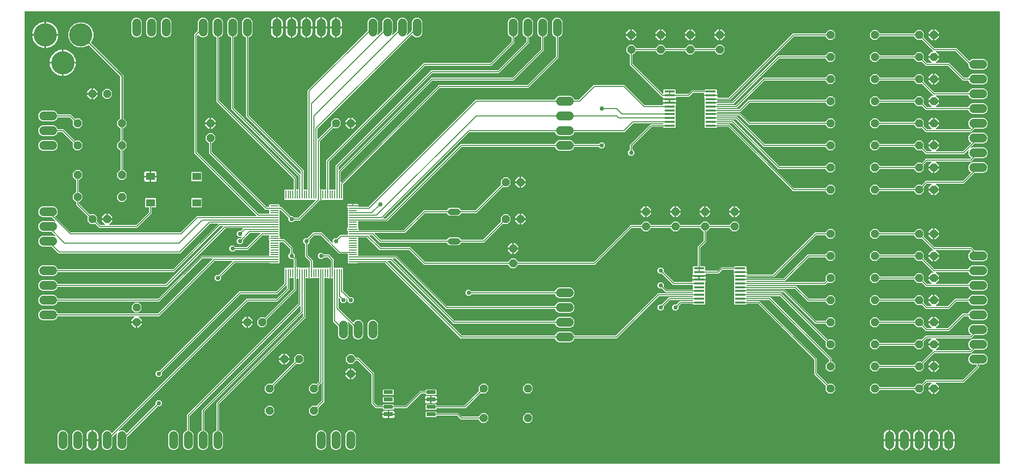
<source format=gbr>
G04 EAGLE Gerber RS-274X export*
G75*
%MOMM*%
%FSLAX34Y34*%
%LPD*%
%INTop Copper*%
%IPPOS*%
%AMOC8*
5,1,8,0,0,1.08239X$1,22.5*%
G01*
%ADD10P,1.429621X8X22.500000*%
%ADD11P,1.429621X8X202.500000*%
%ADD12P,1.429621X8X112.500000*%
%ADD13R,1.475000X0.199897*%
%ADD14R,0.199897X1.475000*%
%ADD15R,1.550000X0.700000*%
%ADD16C,1.524000*%
%ADD17C,1.117600*%
%ADD18R,1.550000X1.300000*%
%ADD19R,1.800000X0.450000*%
%ADD20C,4.000000*%
%ADD21C,0.152400*%
%ADD22C,0.756400*%
%ADD23C,0.254000*%

G36*
X1687598Y10164D02*
X1687598Y10164D01*
X1687617Y10162D01*
X1687719Y10184D01*
X1687821Y10200D01*
X1687838Y10210D01*
X1687858Y10214D01*
X1687947Y10267D01*
X1688038Y10316D01*
X1688052Y10330D01*
X1688069Y10340D01*
X1688136Y10419D01*
X1688208Y10494D01*
X1688216Y10512D01*
X1688229Y10527D01*
X1688268Y10623D01*
X1688311Y10717D01*
X1688313Y10737D01*
X1688321Y10755D01*
X1688339Y10922D01*
X1688339Y789078D01*
X1688336Y789098D01*
X1688338Y789117D01*
X1688316Y789219D01*
X1688300Y789321D01*
X1688290Y789338D01*
X1688286Y789358D01*
X1688233Y789447D01*
X1688184Y789538D01*
X1688170Y789552D01*
X1688160Y789569D01*
X1688081Y789636D01*
X1688006Y789708D01*
X1687988Y789716D01*
X1687973Y789729D01*
X1687877Y789768D01*
X1687783Y789811D01*
X1687763Y789813D01*
X1687745Y789821D01*
X1687578Y789839D01*
X10922Y789839D01*
X10902Y789836D01*
X10883Y789838D01*
X10781Y789816D01*
X10679Y789800D01*
X10662Y789790D01*
X10642Y789786D01*
X10553Y789733D01*
X10462Y789684D01*
X10448Y789670D01*
X10431Y789660D01*
X10364Y789581D01*
X10292Y789506D01*
X10284Y789488D01*
X10271Y789473D01*
X10232Y789377D01*
X10189Y789283D01*
X10187Y789263D01*
X10179Y789245D01*
X10161Y789078D01*
X10161Y10922D01*
X10164Y10902D01*
X10162Y10883D01*
X10184Y10781D01*
X10200Y10679D01*
X10210Y10662D01*
X10214Y10642D01*
X10267Y10553D01*
X10316Y10462D01*
X10330Y10448D01*
X10340Y10431D01*
X10419Y10364D01*
X10494Y10292D01*
X10512Y10284D01*
X10527Y10271D01*
X10623Y10232D01*
X10717Y10189D01*
X10737Y10187D01*
X10755Y10179D01*
X10922Y10161D01*
X1687578Y10161D01*
X1687598Y10164D01*
G37*
%LPC*%
G36*
X41361Y308355D02*
X41361Y308355D01*
X38000Y309747D01*
X35427Y312320D01*
X34035Y315681D01*
X34035Y319319D01*
X35427Y322680D01*
X38000Y325253D01*
X41361Y326645D01*
X60239Y326645D01*
X63600Y325253D01*
X66173Y322680D01*
X67176Y320257D01*
X67238Y320157D01*
X67298Y320057D01*
X67303Y320053D01*
X67306Y320048D01*
X67396Y319973D01*
X67485Y319897D01*
X67491Y319895D01*
X67495Y319891D01*
X67604Y319849D01*
X67713Y319805D01*
X67720Y319804D01*
X67725Y319803D01*
X67743Y319802D01*
X67880Y319787D01*
X252737Y319787D01*
X252828Y319801D01*
X252918Y319809D01*
X252948Y319821D01*
X252980Y319826D01*
X253061Y319869D01*
X253145Y319905D01*
X253177Y319931D01*
X253198Y319942D01*
X253220Y319965D01*
X253276Y320010D01*
X352080Y418814D01*
X352122Y418872D01*
X352171Y418924D01*
X352193Y418971D01*
X352223Y419013D01*
X352244Y419082D01*
X352275Y419147D01*
X352280Y419199D01*
X352296Y419249D01*
X352294Y419320D01*
X352302Y419391D01*
X352291Y419442D01*
X352289Y419494D01*
X352265Y419562D01*
X352250Y419632D01*
X352223Y419676D01*
X352205Y419725D01*
X352160Y419781D01*
X352123Y419843D01*
X352084Y419877D01*
X352051Y419917D01*
X351991Y419956D01*
X351936Y420003D01*
X351888Y420022D01*
X351844Y420050D01*
X351775Y420068D01*
X351708Y420095D01*
X351637Y420103D01*
X351606Y420111D01*
X351582Y420109D01*
X351542Y420113D01*
X347463Y420113D01*
X347372Y420099D01*
X347282Y420091D01*
X347252Y420079D01*
X347220Y420074D01*
X347139Y420031D01*
X347055Y419995D01*
X347023Y419969D01*
X347002Y419958D01*
X346980Y419935D01*
X346924Y419890D01*
X267647Y340613D01*
X67880Y340613D01*
X67765Y340594D01*
X67649Y340577D01*
X67643Y340575D01*
X67637Y340574D01*
X67534Y340519D01*
X67429Y340466D01*
X67425Y340461D01*
X67420Y340458D01*
X67340Y340374D01*
X67257Y340290D01*
X67254Y340284D01*
X67250Y340280D01*
X67242Y340263D01*
X67176Y340143D01*
X66173Y337720D01*
X63600Y335147D01*
X60239Y333755D01*
X41361Y333755D01*
X38000Y335147D01*
X35427Y337720D01*
X34035Y341081D01*
X34035Y344719D01*
X35427Y348080D01*
X38000Y350653D01*
X41361Y352045D01*
X60239Y352045D01*
X63600Y350653D01*
X66173Y348080D01*
X67176Y345657D01*
X67238Y345557D01*
X67298Y345457D01*
X67303Y345453D01*
X67306Y345448D01*
X67396Y345373D01*
X67485Y345297D01*
X67491Y345295D01*
X67495Y345291D01*
X67604Y345249D01*
X67713Y345205D01*
X67720Y345204D01*
X67725Y345203D01*
X67743Y345202D01*
X67880Y345187D01*
X265437Y345187D01*
X265528Y345201D01*
X265618Y345209D01*
X265648Y345221D01*
X265680Y345226D01*
X265761Y345269D01*
X265845Y345305D01*
X265877Y345331D01*
X265898Y345342D01*
X265920Y345365D01*
X265976Y345410D01*
X343380Y422814D01*
X343422Y422872D01*
X343471Y422924D01*
X343493Y422971D01*
X343523Y423013D01*
X343544Y423082D01*
X343575Y423147D01*
X343580Y423199D01*
X343596Y423249D01*
X343594Y423320D01*
X343602Y423391D01*
X343591Y423442D01*
X343589Y423494D01*
X343565Y423562D01*
X343550Y423632D01*
X343523Y423676D01*
X343505Y423725D01*
X343460Y423781D01*
X343423Y423843D01*
X343384Y423877D01*
X343351Y423917D01*
X343291Y423956D01*
X343236Y424003D01*
X343188Y424022D01*
X343144Y424050D01*
X343075Y424068D01*
X343008Y424095D01*
X342937Y424103D01*
X342906Y424111D01*
X342882Y424109D01*
X342842Y424113D01*
X330373Y424113D01*
X330283Y424099D01*
X330192Y424091D01*
X330162Y424079D01*
X330130Y424074D01*
X330050Y424031D01*
X329966Y423995D01*
X329934Y423969D01*
X329913Y423958D01*
X329891Y423935D01*
X329835Y423890D01*
X278562Y372617D01*
X68649Y372617D01*
X56934Y384332D01*
X56860Y384385D01*
X56790Y384445D01*
X56760Y384457D01*
X56734Y384476D01*
X56647Y384503D01*
X56562Y384537D01*
X56521Y384541D01*
X56499Y384548D01*
X56467Y384547D01*
X56395Y384555D01*
X41361Y384555D01*
X38000Y385947D01*
X35427Y388520D01*
X34035Y391881D01*
X34035Y395519D01*
X35427Y398880D01*
X38000Y401453D01*
X41361Y402845D01*
X60239Y402845D01*
X62819Y401776D01*
X62914Y401754D01*
X63007Y401725D01*
X63033Y401726D01*
X63058Y401720D01*
X63155Y401729D01*
X63252Y401732D01*
X63277Y401741D01*
X63303Y401743D01*
X63392Y401783D01*
X63483Y401816D01*
X63504Y401832D01*
X63528Y401843D01*
X63599Y401909D01*
X63676Y401970D01*
X63690Y401992D01*
X63709Y402009D01*
X63756Y402095D01*
X63809Y402177D01*
X63815Y402202D01*
X63828Y402225D01*
X63845Y402321D01*
X63869Y402415D01*
X63867Y402441D01*
X63871Y402467D01*
X63857Y402564D01*
X63849Y402660D01*
X63839Y402684D01*
X63835Y402710D01*
X63791Y402797D01*
X63753Y402887D01*
X63733Y402912D01*
X63724Y402930D01*
X63700Y402953D01*
X63648Y403018D01*
X56934Y409732D01*
X56860Y409785D01*
X56790Y409845D01*
X56760Y409857D01*
X56734Y409876D01*
X56647Y409903D01*
X56562Y409937D01*
X56521Y409941D01*
X56499Y409948D01*
X56467Y409947D01*
X56396Y409955D01*
X41361Y409955D01*
X38000Y411347D01*
X35427Y413920D01*
X34035Y417281D01*
X34035Y420919D01*
X35427Y424280D01*
X38000Y426853D01*
X41361Y428245D01*
X60239Y428245D01*
X62819Y427176D01*
X62914Y427154D01*
X63007Y427125D01*
X63033Y427126D01*
X63058Y427120D01*
X63155Y427129D01*
X63252Y427132D01*
X63277Y427141D01*
X63303Y427143D01*
X63392Y427183D01*
X63483Y427216D01*
X63504Y427232D01*
X63528Y427243D01*
X63599Y427309D01*
X63676Y427370D01*
X63690Y427392D01*
X63709Y427409D01*
X63756Y427495D01*
X63809Y427577D01*
X63815Y427602D01*
X63828Y427625D01*
X63845Y427721D01*
X63869Y427815D01*
X63867Y427841D01*
X63871Y427867D01*
X63857Y427964D01*
X63849Y428060D01*
X63839Y428084D01*
X63835Y428110D01*
X63791Y428197D01*
X63753Y428287D01*
X63733Y428312D01*
X63724Y428330D01*
X63700Y428353D01*
X63648Y428418D01*
X56934Y435132D01*
X56860Y435185D01*
X56790Y435245D01*
X56760Y435257D01*
X56734Y435276D01*
X56647Y435303D01*
X56562Y435337D01*
X56521Y435341D01*
X56499Y435348D01*
X56467Y435347D01*
X56396Y435355D01*
X41361Y435355D01*
X38000Y436747D01*
X35427Y439320D01*
X34035Y442681D01*
X34035Y446319D01*
X35427Y449680D01*
X38000Y452253D01*
X41361Y453645D01*
X60239Y453645D01*
X63600Y452253D01*
X66173Y449680D01*
X67565Y446319D01*
X67565Y442681D01*
X66173Y439320D01*
X63600Y436747D01*
X63370Y436652D01*
X63331Y436628D01*
X63288Y436612D01*
X63227Y436564D01*
X63161Y436523D01*
X63132Y436487D01*
X63096Y436459D01*
X63054Y436393D01*
X63004Y436333D01*
X62988Y436290D01*
X62963Y436252D01*
X62944Y436176D01*
X62916Y436104D01*
X62914Y436058D01*
X62903Y436013D01*
X62909Y435936D01*
X62906Y435858D01*
X62919Y435814D01*
X62922Y435768D01*
X62953Y435696D01*
X62974Y435622D01*
X63000Y435584D01*
X63018Y435542D01*
X63104Y435435D01*
X63115Y435420D01*
X63119Y435417D01*
X63123Y435411D01*
X89624Y408910D01*
X89698Y408857D01*
X89768Y408797D01*
X89798Y408785D01*
X89824Y408766D01*
X89911Y408739D01*
X89996Y408705D01*
X90037Y408701D01*
X90059Y408694D01*
X90091Y408695D01*
X90163Y408687D01*
X278137Y408687D01*
X278228Y408701D01*
X278318Y408709D01*
X278348Y408721D01*
X278380Y408726D01*
X278461Y408769D01*
X278545Y408805D01*
X278577Y408831D01*
X278598Y408842D01*
X278620Y408865D01*
X278676Y408910D01*
X306453Y436687D01*
X409142Y436687D01*
X409212Y436698D01*
X409284Y436700D01*
X409333Y436718D01*
X409384Y436726D01*
X409448Y436760D01*
X409515Y436785D01*
X409556Y436817D01*
X409602Y436842D01*
X409651Y436894D01*
X409707Y436938D01*
X409735Y436982D01*
X409771Y437020D01*
X409801Y437085D01*
X409840Y437145D01*
X409853Y437196D01*
X409875Y437243D01*
X409883Y437314D01*
X409900Y437384D01*
X409896Y437436D01*
X409902Y437487D01*
X409887Y437558D01*
X409881Y437629D01*
X409861Y437677D01*
X409850Y437728D01*
X409813Y437789D01*
X409785Y437855D01*
X409740Y437911D01*
X409723Y437939D01*
X409706Y437954D01*
X409680Y437986D01*
X302513Y545153D01*
X302513Y750247D01*
X308132Y755866D01*
X308185Y755940D01*
X308245Y756010D01*
X308257Y756040D01*
X308276Y756066D01*
X308303Y756153D01*
X308337Y756238D01*
X308341Y756279D01*
X308348Y756301D01*
X308347Y756333D01*
X308355Y756405D01*
X308355Y771439D01*
X309747Y774800D01*
X312320Y777373D01*
X315681Y778765D01*
X319319Y778765D01*
X322680Y777373D01*
X325253Y774800D01*
X326645Y771439D01*
X326645Y752561D01*
X325253Y749200D01*
X322680Y746627D01*
X319319Y745235D01*
X315681Y745235D01*
X312320Y746627D01*
X309747Y749200D01*
X309652Y749430D01*
X309628Y749469D01*
X309612Y749512D01*
X309564Y749573D01*
X309523Y749639D01*
X309487Y749668D01*
X309459Y749704D01*
X309393Y749746D01*
X309333Y749796D01*
X309290Y749812D01*
X309252Y749837D01*
X309176Y749856D01*
X309104Y749884D01*
X309058Y749886D01*
X309013Y749897D01*
X308936Y749891D01*
X308858Y749894D01*
X308814Y749881D01*
X308768Y749878D01*
X308696Y749847D01*
X308622Y749826D01*
X308584Y749800D01*
X308542Y749782D01*
X308435Y749696D01*
X308420Y749685D01*
X308417Y749681D01*
X308411Y749677D01*
X307310Y748576D01*
X307257Y748502D01*
X307197Y748432D01*
X307185Y748402D01*
X307166Y748376D01*
X307139Y748289D01*
X307105Y748204D01*
X307101Y748163D01*
X307094Y748141D01*
X307095Y748109D01*
X307087Y748037D01*
X307087Y547363D01*
X307101Y547272D01*
X307109Y547182D01*
X307121Y547152D01*
X307126Y547120D01*
X307169Y547039D01*
X307205Y546955D01*
X307231Y546923D01*
X307242Y546902D01*
X307265Y546880D01*
X307310Y546824D01*
X413224Y440910D01*
X413298Y440857D01*
X413368Y440797D01*
X413398Y440785D01*
X413424Y440766D01*
X413511Y440739D01*
X413596Y440705D01*
X413637Y440701D01*
X413659Y440694D01*
X413691Y440695D01*
X413763Y440687D01*
X430959Y440687D01*
X430979Y440690D01*
X430998Y440688D01*
X431100Y440710D01*
X431202Y440726D01*
X431219Y440736D01*
X431239Y440740D01*
X431328Y440793D01*
X431419Y440842D01*
X431433Y440856D01*
X431450Y440866D01*
X431517Y440945D01*
X431589Y441020D01*
X431597Y441038D01*
X431610Y441053D01*
X431649Y441149D01*
X431692Y441243D01*
X431694Y441263D01*
X431702Y441281D01*
X431720Y441448D01*
X431720Y444133D01*
X431736Y444198D01*
X431767Y444296D01*
X431766Y444316D01*
X431771Y444336D01*
X431763Y444439D01*
X431761Y444542D01*
X431754Y444561D01*
X431752Y444581D01*
X431720Y444656D01*
X431720Y447352D01*
X431717Y447372D01*
X431719Y447391D01*
X431697Y447493D01*
X431681Y447595D01*
X431671Y447612D01*
X431667Y447632D01*
X431614Y447721D01*
X431565Y447812D01*
X431551Y447826D01*
X431541Y447843D01*
X431462Y447910D01*
X431387Y447982D01*
X431369Y447990D01*
X431354Y448003D01*
X431258Y448042D01*
X431164Y448085D01*
X431144Y448087D01*
X431126Y448095D01*
X430959Y448113D01*
X424953Y448113D01*
X327913Y545153D01*
X327913Y562610D01*
X327910Y562630D01*
X327912Y562649D01*
X327890Y562751D01*
X327874Y562853D01*
X327864Y562870D01*
X327860Y562890D01*
X327807Y562979D01*
X327758Y563070D01*
X327744Y563084D01*
X327734Y563101D01*
X327655Y563168D01*
X327580Y563240D01*
X327562Y563248D01*
X327547Y563261D01*
X327451Y563300D01*
X327357Y563343D01*
X327337Y563345D01*
X327319Y563353D01*
X327152Y563371D01*
X326833Y563371D01*
X322071Y568133D01*
X322071Y574867D01*
X326833Y579629D01*
X333567Y579629D01*
X338329Y574867D01*
X338329Y568133D01*
X333567Y563371D01*
X333248Y563371D01*
X333228Y563368D01*
X333209Y563370D01*
X333107Y563348D01*
X333005Y563332D01*
X332988Y563322D01*
X332968Y563318D01*
X332879Y563265D01*
X332788Y563216D01*
X332774Y563202D01*
X332757Y563192D01*
X332690Y563113D01*
X332618Y563038D01*
X332610Y563020D01*
X332597Y563005D01*
X332558Y562909D01*
X332515Y562815D01*
X332513Y562795D01*
X332505Y562777D01*
X332487Y562610D01*
X332487Y547363D01*
X332501Y547272D01*
X332509Y547182D01*
X332521Y547152D01*
X332526Y547120D01*
X332569Y547039D01*
X332605Y546955D01*
X332631Y546923D01*
X332642Y546902D01*
X332665Y546880D01*
X332710Y546824D01*
X426624Y452910D01*
X426698Y452857D01*
X426768Y452797D01*
X426798Y452785D01*
X426824Y452766D01*
X426911Y452739D01*
X426996Y452705D01*
X427037Y452701D01*
X427059Y452694D01*
X427091Y452695D01*
X427163Y452687D01*
X430959Y452687D01*
X430979Y452690D01*
X430998Y452688D01*
X431100Y452710D01*
X431202Y452726D01*
X431219Y452736D01*
X431239Y452740D01*
X431328Y452793D01*
X431419Y452842D01*
X431433Y452856D01*
X431450Y452866D01*
X431517Y452945D01*
X431589Y453020D01*
X431597Y453038D01*
X431610Y453053D01*
X431649Y453149D01*
X431692Y453243D01*
X431694Y453263D01*
X431702Y453281D01*
X431720Y453448D01*
X431720Y456031D01*
X432613Y456924D01*
X448627Y456924D01*
X449520Y456031D01*
X449520Y453448D01*
X449523Y453428D01*
X449521Y453409D01*
X449543Y453307D01*
X449559Y453205D01*
X449569Y453188D01*
X449573Y453168D01*
X449626Y453079D01*
X449675Y452988D01*
X449689Y452974D01*
X449699Y452957D01*
X449778Y452890D01*
X449853Y452818D01*
X449871Y452810D01*
X449886Y452797D01*
X449982Y452758D01*
X450076Y452715D01*
X450096Y452713D01*
X450114Y452705D01*
X450281Y452687D01*
X452247Y452687D01*
X467604Y437330D01*
X467678Y437277D01*
X467748Y437217D01*
X467778Y437205D01*
X467804Y437186D01*
X467891Y437159D01*
X467976Y437125D01*
X468017Y437121D01*
X468039Y437114D01*
X468071Y437115D01*
X468143Y437107D01*
X472098Y437107D01*
X474895Y434310D01*
X474969Y434257D01*
X475039Y434197D01*
X475069Y434185D01*
X475095Y434166D01*
X475182Y434139D01*
X475267Y434105D01*
X475308Y434101D01*
X475330Y434094D01*
X475362Y434095D01*
X475433Y434087D01*
X481338Y434087D01*
X481428Y434101D01*
X481519Y434109D01*
X481548Y434121D01*
X481580Y434126D01*
X481661Y434169D01*
X481745Y434205D01*
X481777Y434231D01*
X481798Y434242D01*
X481820Y434265D01*
X481876Y434310D01*
X511147Y463581D01*
X511189Y463639D01*
X511238Y463691D01*
X511260Y463738D01*
X511290Y463780D01*
X511311Y463849D01*
X511342Y463914D01*
X511347Y463966D01*
X511363Y464016D01*
X511361Y464087D01*
X511369Y464158D01*
X511358Y464209D01*
X511356Y464261D01*
X511332Y464329D01*
X511317Y464399D01*
X511290Y464443D01*
X511272Y464492D01*
X511227Y464548D01*
X511190Y464610D01*
X511151Y464644D01*
X511118Y464684D01*
X511058Y464723D01*
X511003Y464770D01*
X510955Y464789D01*
X510911Y464817D01*
X510842Y464835D01*
X510775Y464862D01*
X510704Y464870D01*
X510673Y464878D01*
X510649Y464876D01*
X510609Y464880D01*
X510267Y464880D01*
X510202Y464896D01*
X510104Y464927D01*
X510084Y464926D01*
X510064Y464931D01*
X509961Y464923D01*
X509858Y464921D01*
X509839Y464914D01*
X509819Y464912D01*
X509744Y464880D01*
X506267Y464880D01*
X506202Y464896D01*
X506104Y464927D01*
X506084Y464926D01*
X506064Y464931D01*
X505961Y464923D01*
X505858Y464921D01*
X505839Y464914D01*
X505819Y464912D01*
X505744Y464880D01*
X502267Y464880D01*
X502202Y464896D01*
X502104Y464927D01*
X502084Y464926D01*
X502064Y464931D01*
X501961Y464923D01*
X501858Y464921D01*
X501839Y464914D01*
X501819Y464912D01*
X501744Y464880D01*
X498267Y464880D01*
X498202Y464896D01*
X498104Y464927D01*
X498084Y464926D01*
X498064Y464931D01*
X497961Y464923D01*
X497858Y464921D01*
X497839Y464914D01*
X497819Y464912D01*
X497744Y464880D01*
X494267Y464880D01*
X494202Y464896D01*
X494104Y464927D01*
X494084Y464926D01*
X494064Y464931D01*
X493961Y464923D01*
X493858Y464921D01*
X493839Y464914D01*
X493819Y464912D01*
X493744Y464880D01*
X490267Y464880D01*
X490202Y464896D01*
X490104Y464927D01*
X490084Y464926D01*
X490064Y464931D01*
X489961Y464923D01*
X489858Y464921D01*
X489839Y464914D01*
X489819Y464912D01*
X489744Y464880D01*
X486267Y464880D01*
X486202Y464896D01*
X486104Y464927D01*
X486084Y464926D01*
X486064Y464931D01*
X485961Y464923D01*
X485858Y464921D01*
X485839Y464914D01*
X485819Y464912D01*
X485744Y464880D01*
X482267Y464880D01*
X482202Y464896D01*
X482104Y464927D01*
X482084Y464926D01*
X482064Y464931D01*
X481961Y464923D01*
X481858Y464921D01*
X481839Y464914D01*
X481819Y464912D01*
X481744Y464880D01*
X478267Y464880D01*
X478202Y464896D01*
X478104Y464927D01*
X478084Y464926D01*
X478064Y464931D01*
X477961Y464923D01*
X477858Y464921D01*
X477839Y464914D01*
X477819Y464912D01*
X477744Y464880D01*
X474267Y464880D01*
X474202Y464896D01*
X474104Y464927D01*
X474084Y464926D01*
X474064Y464931D01*
X473961Y464923D01*
X473858Y464921D01*
X473839Y464914D01*
X473819Y464912D01*
X473744Y464880D01*
X470267Y464880D01*
X470202Y464896D01*
X470104Y464927D01*
X470084Y464926D01*
X470064Y464931D01*
X469961Y464923D01*
X469858Y464921D01*
X469839Y464914D01*
X469819Y464912D01*
X469744Y464880D01*
X466267Y464880D01*
X466202Y464896D01*
X466104Y464927D01*
X466084Y464926D01*
X466064Y464931D01*
X465961Y464923D01*
X465858Y464921D01*
X465839Y464914D01*
X465819Y464912D01*
X465744Y464880D01*
X462267Y464880D01*
X462202Y464896D01*
X462104Y464927D01*
X462084Y464926D01*
X462064Y464931D01*
X461961Y464923D01*
X461858Y464921D01*
X461839Y464914D01*
X461819Y464912D01*
X461744Y464880D01*
X458369Y464880D01*
X457476Y465773D01*
X457476Y481787D01*
X458369Y482680D01*
X461733Y482680D01*
X461798Y482663D01*
X461897Y482633D01*
X461917Y482634D01*
X461936Y482629D01*
X462039Y482637D01*
X462142Y482640D01*
X462161Y482646D01*
X462181Y482648D01*
X462256Y482680D01*
X465733Y482680D01*
X465798Y482663D01*
X465897Y482633D01*
X465917Y482634D01*
X465936Y482629D01*
X466039Y482637D01*
X466142Y482640D01*
X466161Y482646D01*
X466181Y482648D01*
X466256Y482680D01*
X469733Y482680D01*
X469798Y482663D01*
X469897Y482633D01*
X469917Y482634D01*
X469936Y482629D01*
X470039Y482637D01*
X470142Y482640D01*
X470161Y482646D01*
X470181Y482648D01*
X470256Y482680D01*
X472952Y482680D01*
X472972Y482683D01*
X472991Y482681D01*
X473093Y482703D01*
X473195Y482719D01*
X473212Y482729D01*
X473232Y482733D01*
X473321Y482786D01*
X473412Y482835D01*
X473426Y482849D01*
X473443Y482859D01*
X473510Y482938D01*
X473582Y483013D01*
X473590Y483031D01*
X473603Y483046D01*
X473642Y483142D01*
X473685Y483236D01*
X473687Y483256D01*
X473695Y483274D01*
X473713Y483441D01*
X473713Y500637D01*
X473699Y500728D01*
X473691Y500818D01*
X473679Y500848D01*
X473674Y500880D01*
X473631Y500961D01*
X473595Y501045D01*
X473569Y501077D01*
X473558Y501098D01*
X473535Y501120D01*
X473490Y501176D01*
X340613Y634053D01*
X340613Y744920D01*
X340594Y745035D01*
X340577Y745151D01*
X340575Y745157D01*
X340574Y745163D01*
X340519Y745266D01*
X340466Y745371D01*
X340461Y745375D01*
X340458Y745380D01*
X340374Y745460D01*
X340290Y745543D01*
X340284Y745546D01*
X340280Y745550D01*
X340263Y745558D01*
X340143Y745624D01*
X337720Y746627D01*
X335147Y749200D01*
X333755Y752561D01*
X333755Y771439D01*
X335147Y774800D01*
X337720Y777373D01*
X341081Y778765D01*
X344719Y778765D01*
X348080Y777373D01*
X350653Y774800D01*
X352045Y771439D01*
X352045Y752561D01*
X350653Y749200D01*
X348080Y746627D01*
X345657Y745624D01*
X345557Y745562D01*
X345457Y745502D01*
X345453Y745497D01*
X345448Y745494D01*
X345373Y745404D01*
X345297Y745315D01*
X345295Y745309D01*
X345291Y745305D01*
X345249Y745196D01*
X345205Y745087D01*
X345204Y745080D01*
X345203Y745075D01*
X345202Y745057D01*
X345187Y744920D01*
X345187Y636263D01*
X345201Y636172D01*
X345209Y636082D01*
X345221Y636052D01*
X345226Y636020D01*
X345269Y635939D01*
X345305Y635855D01*
X345331Y635823D01*
X345342Y635802D01*
X345365Y635780D01*
X345410Y635724D01*
X478287Y502847D01*
X478287Y483441D01*
X478290Y483421D01*
X478288Y483402D01*
X478310Y483300D01*
X478326Y483198D01*
X478336Y483181D01*
X478340Y483161D01*
X478393Y483072D01*
X478442Y482981D01*
X478456Y482967D01*
X478466Y482950D01*
X478545Y482883D01*
X478620Y482811D01*
X478638Y482803D01*
X478653Y482790D01*
X478749Y482751D01*
X478843Y482708D01*
X478863Y482706D01*
X478881Y482698D01*
X479048Y482680D01*
X480952Y482680D01*
X480972Y482683D01*
X480991Y482681D01*
X481093Y482703D01*
X481195Y482719D01*
X481212Y482729D01*
X481232Y482733D01*
X481321Y482786D01*
X481412Y482835D01*
X481426Y482849D01*
X481443Y482859D01*
X481510Y482938D01*
X481582Y483013D01*
X481590Y483031D01*
X481603Y483046D01*
X481642Y483142D01*
X481685Y483236D01*
X481687Y483256D01*
X481695Y483274D01*
X481713Y483441D01*
X481713Y505337D01*
X481699Y505428D01*
X481691Y505518D01*
X481679Y505548D01*
X481674Y505580D01*
X481631Y505661D01*
X481595Y505745D01*
X481569Y505777D01*
X481558Y505798D01*
X481535Y505820D01*
X481490Y505876D01*
X366013Y621353D01*
X366013Y744920D01*
X365994Y745035D01*
X365977Y745151D01*
X365975Y745157D01*
X365974Y745163D01*
X365919Y745266D01*
X365866Y745371D01*
X365861Y745375D01*
X365858Y745380D01*
X365774Y745460D01*
X365690Y745543D01*
X365684Y745546D01*
X365680Y745550D01*
X365663Y745558D01*
X365543Y745624D01*
X363120Y746627D01*
X360547Y749200D01*
X359155Y752561D01*
X359155Y771439D01*
X360547Y774800D01*
X363120Y777373D01*
X366481Y778765D01*
X370119Y778765D01*
X373480Y777373D01*
X376053Y774800D01*
X377445Y771439D01*
X377445Y752561D01*
X376053Y749200D01*
X373480Y746627D01*
X371057Y745624D01*
X370957Y745562D01*
X370857Y745502D01*
X370853Y745497D01*
X370848Y745494D01*
X370773Y745404D01*
X370697Y745315D01*
X370695Y745309D01*
X370691Y745305D01*
X370649Y745196D01*
X370605Y745087D01*
X370604Y745080D01*
X370603Y745075D01*
X370602Y745057D01*
X370587Y744920D01*
X370587Y623563D01*
X370601Y623472D01*
X370609Y623382D01*
X370621Y623352D01*
X370626Y623320D01*
X370669Y623239D01*
X370705Y623155D01*
X370731Y623123D01*
X370742Y623102D01*
X370765Y623080D01*
X370810Y623024D01*
X484414Y509420D01*
X484472Y509378D01*
X484524Y509329D01*
X484571Y509307D01*
X484613Y509277D01*
X484682Y509256D01*
X484747Y509225D01*
X484799Y509220D01*
X484849Y509204D01*
X484920Y509206D01*
X484991Y509198D01*
X485042Y509209D01*
X485094Y509211D01*
X485162Y509235D01*
X485232Y509250D01*
X485276Y509277D01*
X485325Y509295D01*
X485381Y509340D01*
X485443Y509377D01*
X485477Y509416D01*
X485517Y509449D01*
X485556Y509509D01*
X485603Y509564D01*
X485622Y509612D01*
X485650Y509656D01*
X485668Y509725D01*
X485695Y509792D01*
X485703Y509863D01*
X485711Y509894D01*
X485709Y509918D01*
X485713Y509958D01*
X485713Y514037D01*
X485699Y514128D01*
X485691Y514218D01*
X485679Y514248D01*
X485674Y514280D01*
X485631Y514361D01*
X485595Y514445D01*
X485569Y514477D01*
X485558Y514498D01*
X485535Y514520D01*
X485490Y514576D01*
X391413Y608653D01*
X391413Y744920D01*
X391394Y745035D01*
X391377Y745151D01*
X391375Y745157D01*
X391374Y745163D01*
X391319Y745266D01*
X391266Y745371D01*
X391261Y745375D01*
X391258Y745380D01*
X391174Y745460D01*
X391090Y745543D01*
X391084Y745546D01*
X391080Y745550D01*
X391063Y745558D01*
X390943Y745624D01*
X388520Y746627D01*
X385947Y749200D01*
X384555Y752561D01*
X384555Y771439D01*
X385947Y774800D01*
X388520Y777373D01*
X391881Y778765D01*
X395519Y778765D01*
X398880Y777373D01*
X401453Y774800D01*
X402845Y771439D01*
X402845Y752561D01*
X401453Y749200D01*
X398880Y746627D01*
X396457Y745624D01*
X396357Y745562D01*
X396257Y745502D01*
X396253Y745497D01*
X396248Y745494D01*
X396173Y745404D01*
X396097Y745315D01*
X396095Y745309D01*
X396091Y745305D01*
X396049Y745196D01*
X396005Y745087D01*
X396004Y745080D01*
X396003Y745075D01*
X396002Y745057D01*
X395987Y744920D01*
X395987Y610863D01*
X396001Y610772D01*
X396009Y610682D01*
X396021Y610652D01*
X396026Y610620D01*
X396069Y610539D01*
X396105Y610455D01*
X396131Y610423D01*
X396142Y610402D01*
X396165Y610380D01*
X396210Y610324D01*
X490287Y516247D01*
X490287Y483441D01*
X490290Y483421D01*
X490288Y483402D01*
X490310Y483300D01*
X490326Y483198D01*
X490336Y483181D01*
X490340Y483161D01*
X490393Y483072D01*
X490442Y482981D01*
X490456Y482967D01*
X490466Y482950D01*
X490545Y482883D01*
X490620Y482811D01*
X490638Y482803D01*
X490653Y482790D01*
X490749Y482751D01*
X490843Y482708D01*
X490863Y482706D01*
X490881Y482698D01*
X491048Y482680D01*
X493733Y482680D01*
X493798Y482663D01*
X493897Y482633D01*
X493917Y482634D01*
X493936Y482629D01*
X494039Y482637D01*
X494142Y482640D01*
X494161Y482646D01*
X494181Y482648D01*
X494256Y482680D01*
X496952Y482680D01*
X496972Y482683D01*
X496991Y482681D01*
X497093Y482703D01*
X497195Y482719D01*
X497212Y482729D01*
X497232Y482733D01*
X497321Y482786D01*
X497412Y482835D01*
X497426Y482849D01*
X497443Y482859D01*
X497510Y482938D01*
X497582Y483013D01*
X497590Y483031D01*
X497603Y483046D01*
X497642Y483142D01*
X497685Y483236D01*
X497687Y483256D01*
X497695Y483274D01*
X497713Y483441D01*
X497713Y653347D01*
X600232Y755866D01*
X600285Y755940D01*
X600345Y756010D01*
X600357Y756040D01*
X600376Y756066D01*
X600403Y756153D01*
X600437Y756238D01*
X600441Y756279D01*
X600448Y756301D01*
X600447Y756333D01*
X600455Y756405D01*
X600455Y771439D01*
X601847Y774800D01*
X604420Y777373D01*
X607781Y778765D01*
X611419Y778765D01*
X614780Y777373D01*
X617353Y774800D01*
X618745Y771439D01*
X618745Y752561D01*
X617676Y749981D01*
X617654Y749886D01*
X617625Y749793D01*
X617626Y749767D01*
X617620Y749742D01*
X617629Y749645D01*
X617632Y749548D01*
X617641Y749523D01*
X617643Y749497D01*
X617683Y749408D01*
X617716Y749317D01*
X617732Y749296D01*
X617743Y749272D01*
X617809Y749201D01*
X617870Y749124D01*
X617892Y749110D01*
X617909Y749091D01*
X617995Y749044D01*
X618077Y748991D01*
X618102Y748985D01*
X618125Y748972D01*
X618221Y748955D01*
X618315Y748931D01*
X618341Y748933D01*
X618367Y748929D01*
X618464Y748943D01*
X618560Y748951D01*
X618584Y748961D01*
X618610Y748965D01*
X618697Y749009D01*
X618787Y749047D01*
X618812Y749067D01*
X618830Y749076D01*
X618853Y749100D01*
X618918Y749152D01*
X625632Y755866D01*
X625685Y755940D01*
X625745Y756010D01*
X625757Y756040D01*
X625776Y756066D01*
X625803Y756153D01*
X625837Y756238D01*
X625841Y756279D01*
X625848Y756301D01*
X625847Y756333D01*
X625855Y756405D01*
X625855Y771439D01*
X627247Y774800D01*
X629820Y777373D01*
X633181Y778765D01*
X636819Y778765D01*
X640180Y777373D01*
X642753Y774800D01*
X644145Y771439D01*
X644145Y752561D01*
X643076Y749981D01*
X643054Y749886D01*
X643025Y749793D01*
X643026Y749767D01*
X643020Y749742D01*
X643029Y749645D01*
X643032Y749548D01*
X643041Y749523D01*
X643043Y749497D01*
X643083Y749408D01*
X643116Y749317D01*
X643132Y749296D01*
X643143Y749272D01*
X643209Y749201D01*
X643270Y749124D01*
X643292Y749110D01*
X643309Y749091D01*
X643395Y749044D01*
X643477Y748991D01*
X643502Y748985D01*
X643525Y748972D01*
X643621Y748955D01*
X643715Y748931D01*
X643741Y748933D01*
X643767Y748929D01*
X643864Y748943D01*
X643960Y748951D01*
X643984Y748961D01*
X644010Y748965D01*
X644097Y749009D01*
X644187Y749047D01*
X644212Y749067D01*
X644230Y749076D01*
X644253Y749100D01*
X644318Y749152D01*
X651032Y755866D01*
X651085Y755940D01*
X651145Y756010D01*
X651157Y756040D01*
X651176Y756066D01*
X651203Y756153D01*
X651237Y756238D01*
X651241Y756279D01*
X651248Y756301D01*
X651247Y756333D01*
X651255Y756405D01*
X651255Y771439D01*
X652647Y774800D01*
X655220Y777373D01*
X658581Y778765D01*
X662219Y778765D01*
X665580Y777373D01*
X668153Y774800D01*
X669545Y771439D01*
X669545Y752561D01*
X668476Y749981D01*
X668454Y749886D01*
X668425Y749793D01*
X668426Y749767D01*
X668420Y749742D01*
X668429Y749645D01*
X668432Y749547D01*
X668441Y749523D01*
X668443Y749497D01*
X668483Y749408D01*
X668516Y749316D01*
X668532Y749296D01*
X668543Y749272D01*
X668609Y749200D01*
X668670Y749124D01*
X668692Y749110D01*
X668709Y749091D01*
X668795Y749044D01*
X668877Y748991D01*
X668902Y748985D01*
X668925Y748972D01*
X669021Y748955D01*
X669115Y748931D01*
X669141Y748933D01*
X669167Y748929D01*
X669264Y748943D01*
X669360Y748951D01*
X669384Y748961D01*
X669410Y748965D01*
X669497Y749009D01*
X669587Y749047D01*
X669612Y749067D01*
X669630Y749076D01*
X669653Y749100D01*
X669718Y749152D01*
X676432Y755866D01*
X676485Y755940D01*
X676545Y756010D01*
X676557Y756040D01*
X676576Y756066D01*
X676603Y756153D01*
X676637Y756238D01*
X676641Y756279D01*
X676648Y756301D01*
X676647Y756333D01*
X676655Y756405D01*
X676655Y771439D01*
X678047Y774800D01*
X680620Y777373D01*
X683981Y778765D01*
X687619Y778765D01*
X690980Y777373D01*
X693553Y774800D01*
X694945Y771439D01*
X694945Y752561D01*
X693553Y749200D01*
X690980Y746627D01*
X687619Y745235D01*
X683981Y745235D01*
X680620Y746627D01*
X678047Y749200D01*
X677952Y749430D01*
X677928Y749469D01*
X677912Y749512D01*
X677864Y749573D01*
X677823Y749639D01*
X677787Y749668D01*
X677759Y749704D01*
X677693Y749746D01*
X677633Y749796D01*
X677590Y749812D01*
X677552Y749837D01*
X677476Y749856D01*
X677404Y749884D01*
X677358Y749886D01*
X677313Y749897D01*
X677236Y749891D01*
X677158Y749894D01*
X677114Y749881D01*
X677068Y749878D01*
X676996Y749847D01*
X676922Y749826D01*
X676884Y749800D01*
X676842Y749782D01*
X676735Y749696D01*
X676720Y749685D01*
X676717Y749681D01*
X676711Y749677D01*
X514510Y587476D01*
X514457Y587402D01*
X514397Y587332D01*
X514385Y587302D01*
X514366Y587276D01*
X514339Y587189D01*
X514305Y587104D01*
X514301Y587063D01*
X514294Y587041D01*
X514295Y587009D01*
X514287Y586937D01*
X514287Y570158D01*
X514298Y570088D01*
X514300Y570016D01*
X514318Y569967D01*
X514326Y569916D01*
X514360Y569852D01*
X514385Y569785D01*
X514417Y569744D01*
X514442Y569698D01*
X514493Y569649D01*
X514538Y569593D01*
X514582Y569565D01*
X514620Y569529D01*
X514685Y569499D01*
X514745Y569460D01*
X514796Y569447D01*
X514843Y569425D01*
X514914Y569417D01*
X514984Y569400D01*
X515036Y569404D01*
X515087Y569398D01*
X515158Y569413D01*
X515229Y569419D01*
X515277Y569439D01*
X515328Y569450D01*
X515389Y569487D01*
X515455Y569515D01*
X515511Y569560D01*
X515539Y569577D01*
X515554Y569594D01*
X515586Y569620D01*
X538197Y592231D01*
X538209Y592247D01*
X538224Y592259D01*
X538280Y592347D01*
X538340Y592431D01*
X538346Y592450D01*
X538357Y592466D01*
X538382Y592567D01*
X538413Y592666D01*
X538412Y592686D01*
X538417Y592705D01*
X538409Y592808D01*
X538406Y592912D01*
X538400Y592930D01*
X538398Y592950D01*
X538358Y593045D01*
X538322Y593143D01*
X538309Y593158D01*
X538302Y593176D01*
X538197Y593307D01*
X537971Y593533D01*
X537971Y600267D01*
X542733Y605029D01*
X549467Y605029D01*
X554229Y600267D01*
X554229Y593533D01*
X549467Y588771D01*
X542733Y588771D01*
X542507Y588997D01*
X542491Y589009D01*
X542479Y589024D01*
X542392Y589080D01*
X542308Y589140D01*
X542289Y589146D01*
X542272Y589157D01*
X542171Y589182D01*
X542073Y589213D01*
X542053Y589212D01*
X542033Y589217D01*
X541930Y589209D01*
X541827Y589206D01*
X541808Y589200D01*
X541788Y589198D01*
X541693Y589158D01*
X541596Y589122D01*
X541580Y589109D01*
X541562Y589102D01*
X541431Y588997D01*
X518510Y566076D01*
X518457Y566002D01*
X518397Y565932D01*
X518385Y565902D01*
X518366Y565876D01*
X518339Y565789D01*
X518305Y565704D01*
X518301Y565663D01*
X518294Y565641D01*
X518295Y565609D01*
X518287Y565537D01*
X518287Y484457D01*
X518290Y484437D01*
X518288Y484418D01*
X518310Y484316D01*
X518326Y484214D01*
X518336Y484197D01*
X518340Y484177D01*
X518393Y484088D01*
X518442Y483997D01*
X518456Y483983D01*
X518466Y483966D01*
X518545Y483899D01*
X518620Y483827D01*
X518638Y483819D01*
X518653Y483806D01*
X518749Y483767D01*
X518843Y483724D01*
X518863Y483722D01*
X518881Y483714D01*
X519048Y483696D01*
X519239Y483696D01*
X519239Y473780D01*
X519239Y463864D01*
X518666Y463864D01*
X518485Y463913D01*
X518418Y463920D01*
X518352Y463936D01*
X518296Y463932D01*
X518240Y463937D01*
X518174Y463922D01*
X518107Y463917D01*
X518055Y463895D01*
X518001Y463882D01*
X517943Y463847D01*
X517881Y463821D01*
X517819Y463771D01*
X517791Y463754D01*
X517777Y463738D01*
X517750Y463716D01*
X516724Y462690D01*
X485110Y431076D01*
X483547Y429513D01*
X475433Y429513D01*
X475343Y429499D01*
X475252Y429491D01*
X475223Y429479D01*
X475191Y429474D01*
X475110Y429431D01*
X475026Y429395D01*
X474994Y429369D01*
X474973Y429358D01*
X474951Y429335D01*
X474895Y429290D01*
X472098Y426493D01*
X467702Y426493D01*
X464593Y429602D01*
X464593Y433557D01*
X464579Y433648D01*
X464571Y433738D01*
X464559Y433768D01*
X464554Y433800D01*
X464511Y433881D01*
X464475Y433965D01*
X464449Y433997D01*
X464438Y434018D01*
X464415Y434040D01*
X464370Y434096D01*
X450819Y447647D01*
X450761Y447689D01*
X450709Y447738D01*
X450662Y447760D01*
X450620Y447790D01*
X450551Y447811D01*
X450486Y447842D01*
X450434Y447847D01*
X450384Y447863D01*
X450313Y447861D01*
X450242Y447869D01*
X450191Y447858D01*
X450139Y447856D01*
X450071Y447832D01*
X450001Y447817D01*
X449956Y447790D01*
X449908Y447772D01*
X449852Y447727D01*
X449790Y447690D01*
X449756Y447651D01*
X449716Y447618D01*
X449677Y447558D01*
X449630Y447503D01*
X449611Y447455D01*
X449583Y447411D01*
X449565Y447342D01*
X449538Y447275D01*
X449530Y447204D01*
X449522Y447173D01*
X449524Y447149D01*
X449520Y447109D01*
X449520Y444667D01*
X449503Y444602D01*
X449473Y444503D01*
X449474Y444483D01*
X449469Y444464D01*
X449477Y444361D01*
X449480Y444258D01*
X449486Y444239D01*
X449488Y444219D01*
X449520Y444144D01*
X449520Y440667D01*
X449504Y440602D01*
X449473Y440504D01*
X449474Y440484D01*
X449469Y440464D01*
X449477Y440361D01*
X449479Y440258D01*
X449486Y440239D01*
X449488Y440219D01*
X449520Y440144D01*
X449520Y436667D01*
X449504Y436602D01*
X449473Y436504D01*
X449474Y436484D01*
X449469Y436464D01*
X449477Y436361D01*
X449479Y436258D01*
X449486Y436239D01*
X449488Y436219D01*
X449520Y436144D01*
X449520Y432667D01*
X449504Y432602D01*
X449473Y432504D01*
X449474Y432484D01*
X449469Y432464D01*
X449477Y432361D01*
X449479Y432258D01*
X449486Y432239D01*
X449488Y432219D01*
X449520Y432144D01*
X449520Y428667D01*
X449504Y428602D01*
X449473Y428504D01*
X449474Y428484D01*
X449469Y428464D01*
X449477Y428361D01*
X449479Y428258D01*
X449486Y428239D01*
X449488Y428219D01*
X449520Y428144D01*
X449520Y424667D01*
X449504Y424602D01*
X449473Y424504D01*
X449474Y424484D01*
X449469Y424464D01*
X449477Y424361D01*
X449479Y424258D01*
X449486Y424239D01*
X449488Y424219D01*
X449520Y424144D01*
X449520Y420667D01*
X449504Y420602D01*
X449473Y420504D01*
X449474Y420484D01*
X449469Y420464D01*
X449477Y420361D01*
X449479Y420258D01*
X449486Y420239D01*
X449488Y420219D01*
X449520Y420144D01*
X449520Y416667D01*
X449504Y416602D01*
X449473Y416504D01*
X449474Y416484D01*
X449469Y416464D01*
X449477Y416361D01*
X449479Y416258D01*
X449486Y416239D01*
X449488Y416219D01*
X449520Y416144D01*
X449520Y412667D01*
X449504Y412602D01*
X449473Y412504D01*
X449474Y412484D01*
X449469Y412464D01*
X449477Y412361D01*
X449479Y412258D01*
X449486Y412239D01*
X449488Y412219D01*
X449520Y412144D01*
X449520Y408667D01*
X449504Y408602D01*
X449473Y408504D01*
X449474Y408484D01*
X449469Y408464D01*
X449477Y408361D01*
X449479Y408258D01*
X449486Y408239D01*
X449488Y408219D01*
X449520Y408144D01*
X449520Y404667D01*
X449504Y404602D01*
X449473Y404504D01*
X449474Y404484D01*
X449469Y404464D01*
X449477Y404361D01*
X449479Y404258D01*
X449486Y404239D01*
X449488Y404219D01*
X449520Y404144D01*
X449520Y401783D01*
X449534Y401693D01*
X449542Y401602D01*
X449554Y401572D01*
X449559Y401540D01*
X449602Y401460D01*
X449638Y401376D01*
X449664Y401344D01*
X449675Y401323D01*
X449698Y401301D01*
X449743Y401245D01*
X450028Y400960D01*
X450363Y400380D01*
X450536Y399734D01*
X450536Y399161D01*
X440620Y399161D01*
X430704Y399161D01*
X430704Y399734D01*
X430877Y400380D01*
X431212Y400960D01*
X431497Y401245D01*
X431550Y401319D01*
X431610Y401388D01*
X431622Y401418D01*
X431641Y401445D01*
X431668Y401532D01*
X431702Y401616D01*
X431706Y401657D01*
X431713Y401680D01*
X431712Y401712D01*
X431720Y401783D01*
X431720Y403352D01*
X431717Y403372D01*
X431719Y403391D01*
X431697Y403493D01*
X431681Y403595D01*
X431671Y403612D01*
X431667Y403632D01*
X431614Y403721D01*
X431565Y403812D01*
X431551Y403826D01*
X431541Y403843D01*
X431462Y403910D01*
X431387Y403982D01*
X431369Y403990D01*
X431354Y404003D01*
X431258Y404042D01*
X431164Y404085D01*
X431144Y404087D01*
X431126Y404095D01*
X430959Y404113D01*
X420363Y404113D01*
X420272Y404099D01*
X420182Y404091D01*
X420152Y404079D01*
X420120Y404074D01*
X420039Y404031D01*
X419955Y403995D01*
X419923Y403969D01*
X419902Y403958D01*
X419880Y403935D01*
X419824Y403890D01*
X394647Y378713D01*
X373833Y378713D01*
X373743Y378699D01*
X373652Y378691D01*
X373623Y378679D01*
X373591Y378674D01*
X373510Y378631D01*
X373426Y378595D01*
X373394Y378569D01*
X373373Y378558D01*
X373351Y378535D01*
X373295Y378490D01*
X370498Y375693D01*
X366102Y375693D01*
X362993Y378802D01*
X362993Y383198D01*
X366102Y386307D01*
X370498Y386307D01*
X373295Y383510D01*
X373369Y383457D01*
X373439Y383397D01*
X373469Y383385D01*
X373495Y383366D01*
X373582Y383339D01*
X373667Y383305D01*
X373708Y383301D01*
X373730Y383294D01*
X373762Y383295D01*
X373833Y383287D01*
X392437Y383287D01*
X392528Y383301D01*
X392618Y383309D01*
X392648Y383321D01*
X392680Y383326D01*
X392761Y383369D01*
X392845Y383405D01*
X392877Y383431D01*
X392898Y383442D01*
X392920Y383465D01*
X392976Y383510D01*
X416280Y406814D01*
X416322Y406872D01*
X416371Y406924D01*
X416393Y406971D01*
X416423Y407013D01*
X416444Y407082D01*
X416475Y407147D01*
X416480Y407199D01*
X416496Y407249D01*
X416494Y407320D01*
X416502Y407391D01*
X416491Y407442D01*
X416489Y407494D01*
X416465Y407562D01*
X416450Y407632D01*
X416423Y407677D01*
X416405Y407725D01*
X416360Y407781D01*
X416323Y407843D01*
X416284Y407877D01*
X416251Y407917D01*
X416191Y407956D01*
X416136Y408003D01*
X416088Y408022D01*
X416044Y408050D01*
X415975Y408068D01*
X415908Y408095D01*
X415837Y408103D01*
X415806Y408111D01*
X415782Y408109D01*
X415742Y408113D01*
X398963Y408113D01*
X398872Y408099D01*
X398782Y408091D01*
X398752Y408079D01*
X398720Y408074D01*
X398639Y408031D01*
X398555Y407995D01*
X398523Y407969D01*
X398502Y407958D01*
X398480Y407935D01*
X398424Y407890D01*
X386530Y395996D01*
X386477Y395922D01*
X386417Y395852D01*
X386405Y395822D01*
X386386Y395796D01*
X386359Y395709D01*
X386325Y395624D01*
X386321Y395583D01*
X386314Y395561D01*
X386315Y395529D01*
X386307Y395457D01*
X386307Y391502D01*
X383198Y388393D01*
X378802Y388393D01*
X375693Y391502D01*
X375693Y395898D01*
X378802Y399007D01*
X382757Y399007D01*
X382847Y399021D01*
X382938Y399029D01*
X382968Y399041D01*
X383000Y399046D01*
X383081Y399089D01*
X383165Y399125D01*
X383197Y399151D01*
X383218Y399162D01*
X383240Y399185D01*
X383296Y399230D01*
X383860Y399794D01*
X383902Y399852D01*
X383951Y399904D01*
X383973Y399951D01*
X384003Y399993D01*
X384024Y400062D01*
X384055Y400127D01*
X384060Y400179D01*
X384076Y400229D01*
X384074Y400300D01*
X384082Y400371D01*
X384071Y400422D01*
X384069Y400474D01*
X384045Y400542D01*
X384030Y400612D01*
X384003Y400657D01*
X383985Y400705D01*
X383940Y400761D01*
X383903Y400823D01*
X383864Y400857D01*
X383831Y400897D01*
X383771Y400936D01*
X383716Y400983D01*
X383668Y401002D01*
X383624Y401030D01*
X383555Y401048D01*
X383488Y401075D01*
X383417Y401083D01*
X383386Y401091D01*
X383362Y401089D01*
X383322Y401093D01*
X378802Y401093D01*
X375693Y404202D01*
X375693Y408598D01*
X378802Y411707D01*
X382757Y411707D01*
X382848Y411721D01*
X382938Y411729D01*
X382968Y411741D01*
X383000Y411746D01*
X383081Y411789D01*
X383165Y411825D01*
X383197Y411851D01*
X383218Y411862D01*
X383240Y411885D01*
X383296Y411930D01*
X386180Y414814D01*
X386222Y414872D01*
X386271Y414924D01*
X386293Y414971D01*
X386323Y415013D01*
X386344Y415082D01*
X386375Y415147D01*
X386380Y415199D01*
X386396Y415249D01*
X386394Y415320D01*
X386402Y415391D01*
X386391Y415442D01*
X386389Y415494D01*
X386365Y415562D01*
X386350Y415632D01*
X386323Y415677D01*
X386305Y415725D01*
X386260Y415781D01*
X386223Y415843D01*
X386184Y415877D01*
X386151Y415917D01*
X386091Y415956D01*
X386036Y416003D01*
X385988Y416022D01*
X385944Y416050D01*
X385875Y416068D01*
X385808Y416095D01*
X385737Y416103D01*
X385706Y416111D01*
X385682Y416109D01*
X385642Y416113D01*
X356163Y416113D01*
X356072Y416099D01*
X355982Y416091D01*
X355952Y416079D01*
X355920Y416074D01*
X355839Y416031D01*
X355755Y415995D01*
X355723Y415969D01*
X355702Y415958D01*
X355680Y415935D01*
X355624Y415890D01*
X254947Y315213D01*
X67880Y315213D01*
X67765Y315194D01*
X67649Y315177D01*
X67643Y315175D01*
X67637Y315174D01*
X67534Y315119D01*
X67429Y315066D01*
X67425Y315061D01*
X67420Y315058D01*
X67340Y314974D01*
X67257Y314890D01*
X67254Y314884D01*
X67250Y314880D01*
X67242Y314863D01*
X67176Y314743D01*
X66173Y312320D01*
X63600Y309747D01*
X60239Y308355D01*
X41361Y308355D01*
G37*
%LPD*%
%LPC*%
G36*
X575380Y415161D02*
X575380Y415161D01*
X565464Y415161D01*
X565464Y415734D01*
X565637Y416380D01*
X565972Y416960D01*
X566257Y417245D01*
X566310Y417319D01*
X566370Y417388D01*
X566382Y417418D01*
X566401Y417445D01*
X566428Y417532D01*
X566462Y417616D01*
X566466Y417657D01*
X566473Y417680D01*
X566472Y417712D01*
X566480Y417783D01*
X566480Y420133D01*
X566496Y420198D01*
X566527Y420296D01*
X566526Y420316D01*
X566531Y420336D01*
X566523Y420439D01*
X566521Y420542D01*
X566514Y420561D01*
X566512Y420581D01*
X566480Y420656D01*
X566480Y424133D01*
X566496Y424198D01*
X566527Y424296D01*
X566526Y424316D01*
X566531Y424336D01*
X566523Y424439D01*
X566521Y424542D01*
X566514Y424561D01*
X566512Y424581D01*
X566480Y424656D01*
X566480Y428133D01*
X566496Y428197D01*
X566527Y428296D01*
X566526Y428316D01*
X566531Y428336D01*
X566523Y428439D01*
X566521Y428542D01*
X566514Y428561D01*
X566512Y428581D01*
X566480Y428656D01*
X566480Y432133D01*
X566496Y432198D01*
X566527Y432296D01*
X566526Y432316D01*
X566531Y432336D01*
X566523Y432439D01*
X566521Y432542D01*
X566514Y432561D01*
X566512Y432581D01*
X566480Y432656D01*
X566480Y436133D01*
X566496Y436198D01*
X566527Y436296D01*
X566526Y436316D01*
X566531Y436336D01*
X566523Y436439D01*
X566521Y436542D01*
X566514Y436561D01*
X566512Y436581D01*
X566480Y436656D01*
X566480Y440133D01*
X566496Y440198D01*
X566527Y440296D01*
X566526Y440316D01*
X566531Y440336D01*
X566523Y440439D01*
X566521Y440542D01*
X566514Y440561D01*
X566512Y440581D01*
X566480Y440656D01*
X566480Y444133D01*
X566496Y444198D01*
X566527Y444296D01*
X566526Y444316D01*
X566531Y444336D01*
X566523Y444439D01*
X566521Y444542D01*
X566514Y444561D01*
X566512Y444581D01*
X566480Y444656D01*
X566480Y448133D01*
X566496Y448198D01*
X566527Y448296D01*
X566526Y448316D01*
X566531Y448336D01*
X566523Y448439D01*
X566521Y448542D01*
X566514Y448561D01*
X566512Y448581D01*
X566480Y448656D01*
X566480Y451017D01*
X566466Y451107D01*
X566458Y451198D01*
X566446Y451228D01*
X566441Y451260D01*
X566398Y451340D01*
X566362Y451424D01*
X566336Y451456D01*
X566325Y451477D01*
X566302Y451499D01*
X566257Y451555D01*
X565972Y451840D01*
X565637Y452420D01*
X565464Y453066D01*
X565464Y453639D01*
X575380Y453639D01*
X585296Y453639D01*
X585296Y453448D01*
X585299Y453428D01*
X585297Y453409D01*
X585319Y453307D01*
X585335Y453205D01*
X585345Y453188D01*
X585349Y453168D01*
X585402Y453079D01*
X585451Y452988D01*
X585465Y452974D01*
X585475Y452957D01*
X585554Y452890D01*
X585629Y452818D01*
X585647Y452810D01*
X585662Y452797D01*
X585758Y452758D01*
X585852Y452715D01*
X585872Y452713D01*
X585890Y452705D01*
X586057Y452687D01*
X601537Y452687D01*
X601628Y452701D01*
X601718Y452709D01*
X601748Y452721D01*
X601780Y452726D01*
X601861Y452769D01*
X601945Y452805D01*
X601977Y452831D01*
X601998Y452842D01*
X602020Y452865D01*
X602076Y452910D01*
X786453Y637287D01*
X922720Y637287D01*
X922835Y637306D01*
X922951Y637323D01*
X922957Y637325D01*
X922963Y637326D01*
X923066Y637381D01*
X923171Y637434D01*
X923175Y637439D01*
X923180Y637442D01*
X923260Y637526D01*
X923343Y637610D01*
X923346Y637616D01*
X923350Y637620D01*
X923358Y637637D01*
X923424Y637757D01*
X924427Y640180D01*
X927000Y642753D01*
X930361Y644145D01*
X949239Y644145D01*
X952600Y642753D01*
X955173Y640180D01*
X956176Y637757D01*
X956238Y637657D01*
X956298Y637557D01*
X956303Y637553D01*
X956306Y637548D01*
X956396Y637473D01*
X956485Y637397D01*
X956491Y637395D01*
X956495Y637391D01*
X956604Y637349D01*
X956713Y637305D01*
X956720Y637304D01*
X956725Y637303D01*
X956743Y637302D01*
X956880Y637287D01*
X963937Y637287D01*
X964028Y637301D01*
X964118Y637309D01*
X964148Y637321D01*
X964180Y637326D01*
X964261Y637369D01*
X964345Y637405D01*
X964377Y637431D01*
X964398Y637442D01*
X964420Y637465D01*
X964476Y637510D01*
X989653Y662687D01*
X1042347Y662687D01*
X1076974Y628060D01*
X1077048Y628007D01*
X1077118Y627947D01*
X1077148Y627935D01*
X1077174Y627916D01*
X1077261Y627889D01*
X1077346Y627855D01*
X1077387Y627851D01*
X1077409Y627844D01*
X1077441Y627845D01*
X1077513Y627837D01*
X1108104Y627837D01*
X1108220Y627856D01*
X1108339Y627874D01*
X1108342Y627876D01*
X1108346Y627876D01*
X1108451Y627932D01*
X1108557Y627987D01*
X1108560Y627990D01*
X1108564Y627992D01*
X1108645Y628077D01*
X1108728Y628163D01*
X1108730Y628167D01*
X1108733Y628170D01*
X1108783Y628277D01*
X1108835Y628385D01*
X1108835Y628389D01*
X1108837Y628393D01*
X1108850Y628511D01*
X1108864Y628629D01*
X1108863Y628634D01*
X1108864Y628637D01*
X1108861Y628651D01*
X1108839Y628795D01*
X1108659Y629466D01*
X1108659Y630926D01*
X1119837Y630926D01*
X1119856Y630929D01*
X1119876Y630927D01*
X1119978Y630949D01*
X1120080Y630965D01*
X1120097Y630975D01*
X1120117Y630979D01*
X1120195Y631026D01*
X1120265Y630997D01*
X1120358Y630954D01*
X1120378Y630952D01*
X1120396Y630944D01*
X1120563Y630926D01*
X1131741Y630926D01*
X1131741Y629465D01*
X1131568Y628819D01*
X1131233Y628240D01*
X1130948Y627955D01*
X1130895Y627881D01*
X1130835Y627811D01*
X1130823Y627781D01*
X1130804Y627755D01*
X1130777Y627668D01*
X1130743Y627583D01*
X1130739Y627542D01*
X1130732Y627520D01*
X1130733Y627488D01*
X1130725Y627416D01*
X1130725Y622564D01*
X1130709Y622502D01*
X1130679Y622404D01*
X1130679Y622384D01*
X1130674Y622364D01*
X1130682Y622261D01*
X1130685Y622158D01*
X1130692Y622139D01*
X1130693Y622119D01*
X1130725Y622046D01*
X1130725Y616064D01*
X1130709Y616002D01*
X1130679Y615904D01*
X1130679Y615884D01*
X1130674Y615864D01*
X1130682Y615761D01*
X1130685Y615658D01*
X1130692Y615639D01*
X1130693Y615619D01*
X1130725Y615546D01*
X1130725Y609564D01*
X1130709Y609502D01*
X1130679Y609404D01*
X1130679Y609384D01*
X1130674Y609364D01*
X1130682Y609261D01*
X1130685Y609158D01*
X1130692Y609139D01*
X1130693Y609119D01*
X1130725Y609046D01*
X1130725Y603064D01*
X1130709Y603002D01*
X1130679Y602904D01*
X1130679Y602884D01*
X1130674Y602864D01*
X1130682Y602761D01*
X1130685Y602658D01*
X1130692Y602639D01*
X1130693Y602619D01*
X1130725Y602546D01*
X1130725Y596564D01*
X1130709Y596502D01*
X1130679Y596404D01*
X1130679Y596384D01*
X1130674Y596364D01*
X1130682Y596261D01*
X1130685Y596158D01*
X1130692Y596139D01*
X1130693Y596119D01*
X1130725Y596046D01*
X1130725Y590168D01*
X1129832Y589275D01*
X1110568Y589275D01*
X1109643Y590201D01*
X1109636Y590245D01*
X1109626Y590262D01*
X1109622Y590282D01*
X1109569Y590371D01*
X1109520Y590462D01*
X1109506Y590476D01*
X1109496Y590493D01*
X1109417Y590560D01*
X1109342Y590632D01*
X1109324Y590640D01*
X1109309Y590653D01*
X1109213Y590692D01*
X1109119Y590735D01*
X1109099Y590737D01*
X1109081Y590745D01*
X1108914Y590763D01*
X1089613Y590763D01*
X1089522Y590749D01*
X1089432Y590741D01*
X1089402Y590729D01*
X1089370Y590724D01*
X1089289Y590681D01*
X1089205Y590645D01*
X1089173Y590619D01*
X1089152Y590608D01*
X1089130Y590585D01*
X1089074Y590540D01*
X1056610Y558076D01*
X1056557Y558002D01*
X1056497Y557932D01*
X1056485Y557902D01*
X1056466Y557876D01*
X1056439Y557789D01*
X1056405Y557704D01*
X1056401Y557663D01*
X1056394Y557641D01*
X1056395Y557609D01*
X1056387Y557537D01*
X1056387Y551633D01*
X1056401Y551543D01*
X1056409Y551452D01*
X1056421Y551423D01*
X1056426Y551391D01*
X1056469Y551310D01*
X1056505Y551226D01*
X1056531Y551194D01*
X1056542Y551173D01*
X1056565Y551151D01*
X1056610Y551095D01*
X1059407Y548298D01*
X1059407Y543902D01*
X1056298Y540793D01*
X1051902Y540793D01*
X1048793Y543902D01*
X1048793Y548298D01*
X1051590Y551095D01*
X1051643Y551169D01*
X1051703Y551239D01*
X1051715Y551269D01*
X1051734Y551295D01*
X1051761Y551382D01*
X1051795Y551467D01*
X1051799Y551508D01*
X1051806Y551530D01*
X1051805Y551562D01*
X1051813Y551633D01*
X1051813Y559747D01*
X1087403Y595337D01*
X1108914Y595337D01*
X1108934Y595340D01*
X1108953Y595338D01*
X1109055Y595360D01*
X1109157Y595376D01*
X1109174Y595386D01*
X1109194Y595390D01*
X1109283Y595443D01*
X1109374Y595492D01*
X1109388Y595506D01*
X1109405Y595516D01*
X1109472Y595595D01*
X1109544Y595670D01*
X1109552Y595688D01*
X1109565Y595703D01*
X1109604Y595799D01*
X1109647Y595893D01*
X1109649Y595913D01*
X1109657Y595931D01*
X1109664Y595995D01*
X1109666Y595997D01*
X1109691Y596098D01*
X1109721Y596197D01*
X1109721Y596217D01*
X1109726Y596236D01*
X1109718Y596339D01*
X1109715Y596442D01*
X1109708Y596461D01*
X1109707Y596481D01*
X1109667Y596573D01*
X1109652Y596643D01*
X1109636Y596745D01*
X1109626Y596762D01*
X1109622Y596782D01*
X1109569Y596871D01*
X1109520Y596962D01*
X1109506Y596976D01*
X1109496Y596993D01*
X1109417Y597060D01*
X1109342Y597132D01*
X1109324Y597140D01*
X1109309Y597153D01*
X1109213Y597192D01*
X1109119Y597235D01*
X1109099Y597237D01*
X1109081Y597245D01*
X1108914Y597263D01*
X1058013Y597263D01*
X1057922Y597249D01*
X1057832Y597241D01*
X1057802Y597229D01*
X1057770Y597224D01*
X1057689Y597181D01*
X1057605Y597145D01*
X1057573Y597119D01*
X1057552Y597108D01*
X1057530Y597085D01*
X1057474Y597040D01*
X1042347Y581913D01*
X956880Y581913D01*
X956765Y581894D01*
X956649Y581877D01*
X956643Y581875D01*
X956637Y581874D01*
X956534Y581819D01*
X956429Y581766D01*
X956425Y581761D01*
X956420Y581758D01*
X956340Y581674D01*
X956257Y581590D01*
X956254Y581584D01*
X956250Y581580D01*
X956242Y581563D01*
X956176Y581443D01*
X955173Y579020D01*
X952600Y576447D01*
X949239Y575055D01*
X930361Y575055D01*
X927000Y576447D01*
X924427Y579020D01*
X923424Y581443D01*
X923362Y581543D01*
X923302Y581643D01*
X923297Y581647D01*
X923294Y581652D01*
X923204Y581727D01*
X923115Y581803D01*
X923109Y581805D01*
X923105Y581809D01*
X922996Y581851D01*
X922887Y581895D01*
X922880Y581896D01*
X922875Y581897D01*
X922857Y581898D01*
X922720Y581913D01*
X775963Y581913D01*
X775872Y581899D01*
X775782Y581891D01*
X775752Y581879D01*
X775720Y581874D01*
X775639Y581831D01*
X775555Y581795D01*
X775523Y581769D01*
X775502Y581758D01*
X775480Y581735D01*
X775424Y581690D01*
X627720Y433986D01*
X627678Y433928D01*
X627629Y433876D01*
X627607Y433829D01*
X627577Y433787D01*
X627556Y433718D01*
X627525Y433653D01*
X627520Y433601D01*
X627504Y433551D01*
X627506Y433480D01*
X627498Y433409D01*
X627509Y433358D01*
X627511Y433306D01*
X627535Y433238D01*
X627550Y433168D01*
X627577Y433124D01*
X627595Y433075D01*
X627640Y433019D01*
X627677Y432957D01*
X627716Y432923D01*
X627749Y432883D01*
X627809Y432844D01*
X627864Y432797D01*
X627912Y432778D01*
X627956Y432750D01*
X628025Y432732D01*
X628092Y432705D01*
X628163Y432697D01*
X628194Y432689D01*
X628218Y432691D01*
X628258Y432687D01*
X632337Y432687D01*
X632428Y432701D01*
X632518Y432709D01*
X632548Y432721D01*
X632580Y432726D01*
X632661Y432769D01*
X632745Y432805D01*
X632777Y432831D01*
X632798Y432842D01*
X632820Y432865D01*
X632876Y432910D01*
X761053Y561087D01*
X922720Y561087D01*
X922835Y561106D01*
X922951Y561123D01*
X922957Y561125D01*
X922963Y561126D01*
X923066Y561181D01*
X923171Y561234D01*
X923175Y561239D01*
X923180Y561242D01*
X923260Y561326D01*
X923343Y561410D01*
X923346Y561416D01*
X923350Y561420D01*
X923358Y561437D01*
X923424Y561557D01*
X924427Y563980D01*
X927000Y566553D01*
X930361Y567945D01*
X949239Y567945D01*
X952600Y566553D01*
X955173Y563980D01*
X956176Y561557D01*
X956238Y561457D01*
X956298Y561357D01*
X956303Y561353D01*
X956306Y561348D01*
X956396Y561273D01*
X956485Y561197D01*
X956491Y561195D01*
X956495Y561191D01*
X956604Y561149D01*
X956713Y561105D01*
X956720Y561104D01*
X956725Y561103D01*
X956743Y561102D01*
X956880Y561087D01*
X997767Y561087D01*
X997857Y561101D01*
X997948Y561109D01*
X997977Y561121D01*
X998009Y561126D01*
X998090Y561169D01*
X998174Y561205D01*
X998206Y561231D01*
X998227Y561242D01*
X998249Y561265D01*
X998305Y561310D01*
X1001102Y564107D01*
X1005498Y564107D01*
X1008607Y560998D01*
X1008607Y556602D01*
X1005498Y553493D01*
X1001102Y553493D01*
X998305Y556290D01*
X998231Y556343D01*
X998161Y556403D01*
X998131Y556415D01*
X998105Y556434D01*
X998018Y556461D01*
X997933Y556495D01*
X997892Y556499D01*
X997870Y556506D01*
X997838Y556505D01*
X997767Y556513D01*
X956880Y556513D01*
X956765Y556494D01*
X956649Y556477D01*
X956643Y556475D01*
X956637Y556474D01*
X956534Y556419D01*
X956429Y556366D01*
X956425Y556361D01*
X956420Y556358D01*
X956340Y556274D01*
X956257Y556190D01*
X956254Y556184D01*
X956250Y556180D01*
X956242Y556163D01*
X956176Y556043D01*
X955173Y553620D01*
X952600Y551047D01*
X949239Y549655D01*
X930361Y549655D01*
X927000Y551047D01*
X924427Y553620D01*
X923424Y556043D01*
X923362Y556143D01*
X923302Y556243D01*
X923297Y556247D01*
X923294Y556252D01*
X923204Y556327D01*
X923115Y556403D01*
X923109Y556405D01*
X923105Y556409D01*
X922996Y556451D01*
X922887Y556495D01*
X922880Y556496D01*
X922875Y556497D01*
X922857Y556498D01*
X922720Y556513D01*
X763263Y556513D01*
X763172Y556499D01*
X763082Y556491D01*
X763052Y556479D01*
X763020Y556474D01*
X762939Y556431D01*
X762855Y556395D01*
X762823Y556369D01*
X762802Y556358D01*
X762780Y556335D01*
X762724Y556290D01*
X634547Y428113D01*
X585041Y428113D01*
X585021Y428110D01*
X585002Y428112D01*
X584900Y428090D01*
X584798Y428074D01*
X584781Y428064D01*
X584761Y428060D01*
X584672Y428007D01*
X584581Y427958D01*
X584567Y427944D01*
X584550Y427934D01*
X584483Y427855D01*
X584411Y427780D01*
X584403Y427762D01*
X584390Y427747D01*
X584351Y427651D01*
X584308Y427557D01*
X584306Y427537D01*
X584298Y427519D01*
X584280Y427352D01*
X584280Y424667D01*
X584263Y424602D01*
X584233Y424503D01*
X584234Y424483D01*
X584229Y424464D01*
X584237Y424361D01*
X584240Y424258D01*
X584246Y424239D01*
X584248Y424219D01*
X584280Y424144D01*
X584280Y420667D01*
X584263Y420602D01*
X584233Y420503D01*
X584234Y420483D01*
X584229Y420464D01*
X584237Y420361D01*
X584240Y420258D01*
X584246Y420239D01*
X584248Y420219D01*
X584280Y420144D01*
X584280Y417783D01*
X584294Y417693D01*
X584302Y417602D01*
X584314Y417572D01*
X584319Y417540D01*
X584362Y417460D01*
X584398Y417376D01*
X584424Y417344D01*
X584435Y417323D01*
X584458Y417301D01*
X584503Y417245D01*
X584788Y416960D01*
X585123Y416380D01*
X585296Y415734D01*
X585296Y415161D01*
X575380Y415161D01*
X575380Y415161D01*
G37*
%LPD*%
%LPC*%
G36*
X504633Y93471D02*
X504633Y93471D01*
X499871Y98233D01*
X499871Y104967D01*
X504633Y109729D01*
X511367Y109729D01*
X511593Y109503D01*
X511609Y109491D01*
X511621Y109476D01*
X511708Y109420D01*
X511792Y109360D01*
X511811Y109354D01*
X511828Y109343D01*
X511929Y109318D01*
X512027Y109287D01*
X512047Y109288D01*
X512067Y109283D01*
X512170Y109291D01*
X512273Y109294D01*
X512292Y109300D01*
X512312Y109302D01*
X512407Y109342D01*
X512504Y109378D01*
X512520Y109391D01*
X512538Y109398D01*
X512669Y109503D01*
X521490Y118324D01*
X521543Y118398D01*
X521603Y118468D01*
X521615Y118498D01*
X521634Y118524D01*
X521661Y118611D01*
X521695Y118696D01*
X521699Y118737D01*
X521706Y118759D01*
X521705Y118791D01*
X521713Y118863D01*
X521713Y148342D01*
X521702Y148412D01*
X521700Y148484D01*
X521682Y148533D01*
X521674Y148584D01*
X521640Y148648D01*
X521615Y148715D01*
X521583Y148756D01*
X521558Y148802D01*
X521507Y148851D01*
X521462Y148907D01*
X521418Y148935D01*
X521380Y148971D01*
X521315Y149001D01*
X521255Y149040D01*
X521204Y149053D01*
X521157Y149075D01*
X521086Y149083D01*
X521016Y149100D01*
X520964Y149096D01*
X520913Y149102D01*
X520842Y149087D01*
X520771Y149081D01*
X520723Y149061D01*
X520672Y149050D01*
X520611Y149013D01*
X520545Y148985D01*
X520489Y148940D01*
X520461Y148923D01*
X520446Y148906D01*
X520414Y148880D01*
X515903Y144369D01*
X515891Y144353D01*
X515876Y144341D01*
X515820Y144253D01*
X515760Y144169D01*
X515754Y144150D01*
X515743Y144134D01*
X515718Y144033D01*
X515687Y143934D01*
X515688Y143914D01*
X515683Y143895D01*
X515691Y143792D01*
X515694Y143688D01*
X515700Y143670D01*
X515702Y143650D01*
X515742Y143555D01*
X515778Y143457D01*
X515791Y143442D01*
X515798Y143424D01*
X515903Y143293D01*
X516129Y143067D01*
X516129Y136333D01*
X511367Y131571D01*
X504633Y131571D01*
X499871Y136333D01*
X499871Y143067D01*
X504633Y147829D01*
X511367Y147829D01*
X511593Y147603D01*
X511609Y147591D01*
X511621Y147576D01*
X511708Y147520D01*
X511792Y147460D01*
X511811Y147454D01*
X511828Y147443D01*
X511929Y147418D01*
X512027Y147387D01*
X512047Y147388D01*
X512067Y147383D01*
X512170Y147391D01*
X512273Y147394D01*
X512292Y147400D01*
X512312Y147402D01*
X512407Y147442D01*
X512504Y147478D01*
X512520Y147491D01*
X512538Y147498D01*
X512669Y147603D01*
X517490Y152424D01*
X517543Y152498D01*
X517603Y152568D01*
X517615Y152598D01*
X517634Y152624D01*
X517661Y152711D01*
X517695Y152796D01*
X517699Y152837D01*
X517706Y152859D01*
X517705Y152891D01*
X517713Y152963D01*
X517713Y329359D01*
X517710Y329379D01*
X517712Y329398D01*
X517690Y329500D01*
X517674Y329602D01*
X517664Y329619D01*
X517660Y329639D01*
X517607Y329728D01*
X517558Y329819D01*
X517544Y329833D01*
X517534Y329850D01*
X517455Y329917D01*
X517380Y329989D01*
X517362Y329997D01*
X517347Y330010D01*
X517251Y330049D01*
X517157Y330092D01*
X517137Y330094D01*
X517119Y330102D01*
X516952Y330120D01*
X514267Y330120D01*
X514202Y330137D01*
X514103Y330167D01*
X514083Y330166D01*
X514064Y330171D01*
X513961Y330163D01*
X513858Y330160D01*
X513839Y330154D01*
X513819Y330152D01*
X513744Y330120D01*
X510267Y330120D01*
X510202Y330137D01*
X510103Y330167D01*
X510083Y330166D01*
X510064Y330171D01*
X509961Y330163D01*
X509858Y330160D01*
X509839Y330154D01*
X509819Y330152D01*
X509744Y330120D01*
X506267Y330120D01*
X506202Y330137D01*
X506103Y330167D01*
X506083Y330166D01*
X506064Y330171D01*
X505961Y330163D01*
X505858Y330160D01*
X505839Y330154D01*
X505819Y330152D01*
X505744Y330120D01*
X503383Y330120D01*
X503293Y330106D01*
X503202Y330098D01*
X503172Y330086D01*
X503140Y330081D01*
X503060Y330038D01*
X502976Y330002D01*
X502944Y329976D01*
X502923Y329965D01*
X502901Y329942D01*
X502845Y329897D01*
X502560Y329612D01*
X501980Y329277D01*
X501334Y329104D01*
X500761Y329104D01*
X500761Y339020D01*
X500761Y348936D01*
X500952Y348936D01*
X500972Y348939D01*
X500991Y348937D01*
X501093Y348959D01*
X501195Y348975D01*
X501212Y348985D01*
X501232Y348989D01*
X501321Y349042D01*
X501412Y349091D01*
X501426Y349105D01*
X501443Y349115D01*
X501510Y349194D01*
X501582Y349269D01*
X501590Y349287D01*
X501603Y349302D01*
X501642Y349398D01*
X501685Y349492D01*
X501687Y349512D01*
X501695Y349530D01*
X501713Y349697D01*
X501713Y358337D01*
X501699Y358428D01*
X501691Y358518D01*
X501679Y358548D01*
X501674Y358580D01*
X501631Y358661D01*
X501595Y358745D01*
X501569Y358777D01*
X501558Y358798D01*
X501535Y358820D01*
X501490Y358876D01*
X493013Y367353D01*
X493013Y388167D01*
X492999Y388257D01*
X492991Y388348D01*
X492979Y388377D01*
X492974Y388409D01*
X492931Y388490D01*
X492895Y388574D01*
X492869Y388606D01*
X492858Y388627D01*
X492835Y388649D01*
X492790Y388705D01*
X489993Y391502D01*
X489993Y395898D01*
X493102Y399007D01*
X497057Y399007D01*
X497148Y399021D01*
X497238Y399029D01*
X497268Y399041D01*
X497300Y399046D01*
X497381Y399089D01*
X497465Y399125D01*
X497497Y399151D01*
X497518Y399162D01*
X497540Y399185D01*
X497596Y399230D01*
X507053Y408687D01*
X521647Y408687D01*
X523210Y407124D01*
X539494Y390840D01*
X539552Y390798D01*
X539604Y390749D01*
X539651Y390727D01*
X539693Y390697D01*
X539762Y390676D01*
X539827Y390645D01*
X539879Y390640D01*
X539929Y390624D01*
X540000Y390626D01*
X540071Y390618D01*
X540122Y390629D01*
X540174Y390631D01*
X540242Y390655D01*
X540312Y390670D01*
X540357Y390697D01*
X540405Y390715D01*
X540461Y390760D01*
X540523Y390797D01*
X540557Y390836D01*
X540597Y390869D01*
X540636Y390929D01*
X540683Y390984D01*
X540702Y391032D01*
X540730Y391076D01*
X540748Y391145D01*
X540775Y391212D01*
X540783Y391283D01*
X540791Y391314D01*
X540789Y391338D01*
X540793Y391378D01*
X540793Y395898D01*
X543902Y399007D01*
X547857Y399007D01*
X547948Y399021D01*
X548038Y399029D01*
X548068Y399041D01*
X548100Y399046D01*
X548181Y399089D01*
X548265Y399125D01*
X548297Y399151D01*
X548318Y399162D01*
X548340Y399185D01*
X548396Y399230D01*
X553853Y404687D01*
X565719Y404687D01*
X565739Y404690D01*
X565758Y404688D01*
X565860Y404710D01*
X565962Y404726D01*
X565979Y404736D01*
X565999Y404740D01*
X566088Y404793D01*
X566179Y404842D01*
X566193Y404856D01*
X566210Y404866D01*
X566277Y404945D01*
X566349Y405020D01*
X566357Y405038D01*
X566370Y405053D01*
X566409Y405149D01*
X566452Y405243D01*
X566454Y405263D01*
X566462Y405281D01*
X566480Y405448D01*
X566480Y408133D01*
X566496Y408198D01*
X566527Y408296D01*
X566526Y408316D01*
X566531Y408336D01*
X566523Y408439D01*
X566521Y408542D01*
X566514Y408561D01*
X566512Y408581D01*
X566480Y408656D01*
X566480Y411017D01*
X566466Y411107D01*
X566458Y411198D01*
X566446Y411228D01*
X566441Y411260D01*
X566398Y411340D01*
X566362Y411424D01*
X566336Y411456D01*
X566325Y411477D01*
X566302Y411499D01*
X566257Y411555D01*
X565972Y411840D01*
X565637Y412420D01*
X565464Y413066D01*
X565464Y413639D01*
X575380Y413639D01*
X585296Y413639D01*
X585296Y413448D01*
X585299Y413428D01*
X585297Y413409D01*
X585319Y413307D01*
X585335Y413205D01*
X585345Y413188D01*
X585349Y413168D01*
X585402Y413079D01*
X585451Y412988D01*
X585465Y412974D01*
X585475Y412957D01*
X585554Y412890D01*
X585629Y412818D01*
X585647Y412810D01*
X585662Y412797D01*
X585758Y412758D01*
X585852Y412715D01*
X585872Y412713D01*
X585890Y412705D01*
X586057Y412687D01*
X663137Y412687D01*
X663228Y412701D01*
X663318Y412709D01*
X663348Y412721D01*
X663380Y412726D01*
X663461Y412769D01*
X663545Y412805D01*
X663577Y412831D01*
X663598Y412842D01*
X663620Y412865D01*
X663676Y412910D01*
X697553Y446787D01*
X736452Y446787D01*
X736567Y446806D01*
X736683Y446823D01*
X736688Y446825D01*
X736695Y446826D01*
X736797Y446881D01*
X736902Y446934D01*
X736906Y446939D01*
X736912Y446942D01*
X736992Y447026D01*
X737074Y447110D01*
X737078Y447116D01*
X737081Y447120D01*
X737089Y447137D01*
X737155Y447257D01*
X737682Y448529D01*
X739683Y450530D01*
X742297Y451613D01*
X756303Y451613D01*
X758917Y450530D01*
X760918Y448529D01*
X761445Y447257D01*
X761507Y447157D01*
X761566Y447057D01*
X761571Y447053D01*
X761574Y447048D01*
X761665Y446973D01*
X761753Y446897D01*
X761759Y446895D01*
X761764Y446891D01*
X761872Y446849D01*
X761981Y446805D01*
X761989Y446804D01*
X761994Y446803D01*
X762012Y446802D01*
X762148Y446787D01*
X786137Y446787D01*
X786228Y446801D01*
X786318Y446809D01*
X786348Y446821D01*
X786380Y446826D01*
X786461Y446869D01*
X786545Y446905D01*
X786577Y446931D01*
X786598Y446942D01*
X786620Y446965D01*
X786676Y447010D01*
X830297Y490631D01*
X830309Y490647D01*
X830324Y490659D01*
X830380Y490747D01*
X830440Y490831D01*
X830446Y490850D01*
X830457Y490866D01*
X830482Y490967D01*
X830513Y491066D01*
X830512Y491086D01*
X830517Y491105D01*
X830509Y491208D01*
X830506Y491311D01*
X830500Y491330D01*
X830498Y491350D01*
X830458Y491445D01*
X830422Y491543D01*
X830409Y491558D01*
X830402Y491576D01*
X830297Y491707D01*
X830071Y491933D01*
X830071Y498667D01*
X834833Y503429D01*
X841567Y503429D01*
X846329Y498667D01*
X846329Y491933D01*
X841567Y487171D01*
X834833Y487171D01*
X834607Y487397D01*
X834591Y487409D01*
X834579Y487424D01*
X834492Y487480D01*
X834408Y487540D01*
X834389Y487546D01*
X834372Y487557D01*
X834271Y487582D01*
X834173Y487613D01*
X834153Y487612D01*
X834133Y487617D01*
X834030Y487609D01*
X833927Y487606D01*
X833908Y487600D01*
X833888Y487598D01*
X833793Y487558D01*
X833696Y487522D01*
X833680Y487509D01*
X833662Y487502D01*
X833531Y487397D01*
X788347Y442213D01*
X762148Y442213D01*
X762033Y442194D01*
X761917Y442177D01*
X761912Y442175D01*
X761905Y442174D01*
X761803Y442119D01*
X761698Y442066D01*
X761694Y442061D01*
X761688Y442058D01*
X761608Y441974D01*
X761526Y441890D01*
X761522Y441884D01*
X761519Y441880D01*
X761511Y441863D01*
X761445Y441743D01*
X760918Y440471D01*
X758917Y438470D01*
X756303Y437387D01*
X742297Y437387D01*
X739683Y438470D01*
X737682Y440471D01*
X737155Y441743D01*
X737093Y441843D01*
X737034Y441943D01*
X737029Y441947D01*
X737026Y441952D01*
X736935Y442027D01*
X736847Y442103D01*
X736841Y442105D01*
X736836Y442109D01*
X736728Y442151D01*
X736619Y442195D01*
X736611Y442196D01*
X736606Y442197D01*
X736588Y442198D01*
X736452Y442213D01*
X699763Y442213D01*
X699672Y442199D01*
X699582Y442191D01*
X699552Y442179D01*
X699520Y442174D01*
X699439Y442131D01*
X699355Y442095D01*
X699323Y442069D01*
X699302Y442058D01*
X699280Y442035D01*
X699224Y441990D01*
X665347Y408113D01*
X612958Y408113D01*
X612888Y408102D01*
X612816Y408100D01*
X612767Y408082D01*
X612716Y408074D01*
X612652Y408040D01*
X612585Y408015D01*
X612544Y407983D01*
X612498Y407958D01*
X612449Y407906D01*
X612393Y407862D01*
X612365Y407818D01*
X612329Y407780D01*
X612299Y407715D01*
X612260Y407655D01*
X612247Y407604D01*
X612225Y407557D01*
X612217Y407486D01*
X612200Y407416D01*
X612204Y407364D01*
X612198Y407313D01*
X612213Y407242D01*
X612219Y407171D01*
X612239Y407123D01*
X612250Y407072D01*
X612287Y407011D01*
X612315Y406945D01*
X612360Y406889D01*
X612377Y406861D01*
X612394Y406846D01*
X612420Y406814D01*
X623024Y396210D01*
X623098Y396157D01*
X623168Y396097D01*
X623198Y396085D01*
X623224Y396066D01*
X623311Y396039D01*
X623396Y396005D01*
X623437Y396001D01*
X623459Y395994D01*
X623491Y395995D01*
X623563Y395987D01*
X736452Y395987D01*
X736567Y396006D01*
X736683Y396023D01*
X736688Y396025D01*
X736695Y396026D01*
X736797Y396081D01*
X736902Y396134D01*
X736906Y396139D01*
X736912Y396142D01*
X736991Y396225D01*
X737074Y396310D01*
X737078Y396316D01*
X737081Y396320D01*
X737089Y396337D01*
X737155Y396457D01*
X737682Y397729D01*
X739683Y399730D01*
X742297Y400813D01*
X756303Y400813D01*
X758917Y399730D01*
X760918Y397729D01*
X761445Y396457D01*
X761507Y396357D01*
X761566Y396257D01*
X761571Y396253D01*
X761574Y396248D01*
X761666Y396172D01*
X761753Y396097D01*
X761759Y396095D01*
X761764Y396091D01*
X761872Y396049D01*
X761981Y396005D01*
X761989Y396004D01*
X761994Y396003D01*
X762012Y396002D01*
X762148Y395987D01*
X798837Y395987D01*
X798928Y396001D01*
X799018Y396009D01*
X799048Y396021D01*
X799080Y396026D01*
X799161Y396069D01*
X799245Y396105D01*
X799277Y396131D01*
X799298Y396142D01*
X799320Y396165D01*
X799376Y396210D01*
X830297Y427131D01*
X830309Y427147D01*
X830324Y427159D01*
X830380Y427247D01*
X830440Y427331D01*
X830446Y427350D01*
X830457Y427366D01*
X830482Y427467D01*
X830513Y427566D01*
X830512Y427586D01*
X830517Y427605D01*
X830509Y427708D01*
X830506Y427811D01*
X830500Y427830D01*
X830498Y427850D01*
X830458Y427945D01*
X830422Y428043D01*
X830409Y428058D01*
X830402Y428076D01*
X830297Y428207D01*
X830071Y428433D01*
X830071Y435167D01*
X834833Y439929D01*
X841567Y439929D01*
X846329Y435167D01*
X846329Y428433D01*
X841567Y423671D01*
X834833Y423671D01*
X834607Y423897D01*
X834591Y423909D01*
X834579Y423924D01*
X834492Y423980D01*
X834408Y424040D01*
X834389Y424046D01*
X834372Y424057D01*
X834271Y424082D01*
X834173Y424113D01*
X834153Y424112D01*
X834133Y424117D01*
X834030Y424109D01*
X833927Y424106D01*
X833908Y424100D01*
X833888Y424098D01*
X833793Y424058D01*
X833696Y424022D01*
X833680Y424009D01*
X833662Y424002D01*
X833531Y423897D01*
X801047Y391413D01*
X762148Y391413D01*
X762033Y391394D01*
X761917Y391377D01*
X761912Y391375D01*
X761905Y391374D01*
X761803Y391319D01*
X761698Y391266D01*
X761694Y391261D01*
X761688Y391258D01*
X761608Y391174D01*
X761526Y391090D01*
X761522Y391084D01*
X761519Y391080D01*
X761511Y391063D01*
X761445Y390943D01*
X760918Y389671D01*
X758917Y387670D01*
X756303Y386587D01*
X742297Y386587D01*
X739683Y387670D01*
X737682Y389671D01*
X737155Y390943D01*
X737093Y391043D01*
X737034Y391143D01*
X737029Y391147D01*
X737026Y391152D01*
X736935Y391227D01*
X736847Y391303D01*
X736841Y391305D01*
X736836Y391309D01*
X736728Y391351D01*
X736619Y391395D01*
X736611Y391396D01*
X736606Y391397D01*
X736588Y391398D01*
X736452Y391413D01*
X621353Y391413D01*
X608876Y403890D01*
X608802Y403943D01*
X608732Y404003D01*
X608702Y404015D01*
X608676Y404034D01*
X608589Y404061D01*
X608504Y404095D01*
X608463Y404099D01*
X608441Y404106D01*
X608409Y404105D01*
X608337Y404113D01*
X604258Y404113D01*
X604188Y404102D01*
X604116Y404100D01*
X604067Y404082D01*
X604016Y404074D01*
X603952Y404040D01*
X603885Y404015D01*
X603844Y403983D01*
X603798Y403958D01*
X603749Y403906D01*
X603693Y403862D01*
X603665Y403818D01*
X603629Y403780D01*
X603599Y403715D01*
X603560Y403655D01*
X603547Y403604D01*
X603525Y403557D01*
X603517Y403486D01*
X603500Y403416D01*
X603504Y403364D01*
X603498Y403313D01*
X603513Y403242D01*
X603519Y403171D01*
X603539Y403123D01*
X603550Y403072D01*
X603587Y403011D01*
X603615Y402945D01*
X603660Y402889D01*
X603677Y402861D01*
X603694Y402846D01*
X603720Y402814D01*
X623024Y383510D01*
X623098Y383457D01*
X623168Y383397D01*
X623198Y383385D01*
X623224Y383366D01*
X623311Y383339D01*
X623396Y383305D01*
X623437Y383301D01*
X623459Y383294D01*
X623491Y383295D01*
X623563Y383287D01*
X674047Y383287D01*
X699224Y358110D01*
X699298Y358057D01*
X699368Y357997D01*
X699398Y357985D01*
X699424Y357966D01*
X699511Y357939D01*
X699596Y357905D01*
X699637Y357901D01*
X699659Y357894D01*
X699691Y357895D01*
X699763Y357887D01*
X842010Y357887D01*
X842030Y357890D01*
X842049Y357888D01*
X842151Y357910D01*
X842253Y357926D01*
X842270Y357936D01*
X842290Y357940D01*
X842379Y357993D01*
X842470Y358042D01*
X842484Y358056D01*
X842501Y358066D01*
X842568Y358145D01*
X842640Y358220D01*
X842648Y358238D01*
X842661Y358253D01*
X842700Y358349D01*
X842743Y358443D01*
X842745Y358463D01*
X842753Y358481D01*
X842771Y358648D01*
X842771Y358967D01*
X847533Y363729D01*
X854267Y363729D01*
X859029Y358967D01*
X859029Y358648D01*
X859032Y358628D01*
X859030Y358609D01*
X859052Y358507D01*
X859068Y358405D01*
X859078Y358388D01*
X859082Y358368D01*
X859135Y358279D01*
X859184Y358188D01*
X859198Y358174D01*
X859208Y358157D01*
X859287Y358090D01*
X859362Y358018D01*
X859380Y358010D01*
X859395Y357997D01*
X859491Y357958D01*
X859585Y357915D01*
X859605Y357913D01*
X859623Y357905D01*
X859790Y357887D01*
X989338Y357887D01*
X989428Y357901D01*
X989519Y357909D01*
X989548Y357921D01*
X989580Y357926D01*
X989661Y357969D01*
X989745Y358005D01*
X989777Y358031D01*
X989798Y358042D01*
X989820Y358065D01*
X989876Y358110D01*
X1051590Y419824D01*
X1053153Y421387D01*
X1070610Y421387D01*
X1070630Y421390D01*
X1070649Y421388D01*
X1070751Y421410D01*
X1070853Y421426D01*
X1070870Y421436D01*
X1070890Y421440D01*
X1070979Y421493D01*
X1071070Y421542D01*
X1071084Y421556D01*
X1071101Y421566D01*
X1071168Y421645D01*
X1071240Y421720D01*
X1071248Y421738D01*
X1071261Y421753D01*
X1071300Y421849D01*
X1071343Y421943D01*
X1071345Y421963D01*
X1071353Y421981D01*
X1071371Y422148D01*
X1071371Y422467D01*
X1076133Y427229D01*
X1082867Y427229D01*
X1087629Y422467D01*
X1087629Y422148D01*
X1087632Y422128D01*
X1087630Y422109D01*
X1087652Y422007D01*
X1087668Y421905D01*
X1087678Y421888D01*
X1087682Y421868D01*
X1087735Y421779D01*
X1087784Y421688D01*
X1087798Y421674D01*
X1087808Y421657D01*
X1087887Y421590D01*
X1087962Y421518D01*
X1087980Y421510D01*
X1087995Y421497D01*
X1088091Y421458D01*
X1088185Y421415D01*
X1088205Y421413D01*
X1088223Y421405D01*
X1088390Y421387D01*
X1121410Y421387D01*
X1121430Y421390D01*
X1121449Y421388D01*
X1121551Y421410D01*
X1121653Y421426D01*
X1121670Y421436D01*
X1121690Y421440D01*
X1121779Y421493D01*
X1121870Y421542D01*
X1121884Y421556D01*
X1121901Y421566D01*
X1121968Y421645D01*
X1122040Y421720D01*
X1122048Y421738D01*
X1122061Y421753D01*
X1122100Y421849D01*
X1122143Y421943D01*
X1122145Y421963D01*
X1122153Y421981D01*
X1122171Y422148D01*
X1122171Y422467D01*
X1126933Y427229D01*
X1133667Y427229D01*
X1138429Y422467D01*
X1138429Y422148D01*
X1138432Y422128D01*
X1138430Y422109D01*
X1138452Y422007D01*
X1138468Y421905D01*
X1138478Y421888D01*
X1138482Y421868D01*
X1138535Y421779D01*
X1138584Y421688D01*
X1138598Y421674D01*
X1138608Y421657D01*
X1138687Y421590D01*
X1138762Y421518D01*
X1138780Y421510D01*
X1138795Y421497D01*
X1138891Y421458D01*
X1138985Y421415D01*
X1139005Y421413D01*
X1139023Y421405D01*
X1139190Y421387D01*
X1172210Y421387D01*
X1172230Y421390D01*
X1172249Y421388D01*
X1172351Y421410D01*
X1172453Y421426D01*
X1172470Y421436D01*
X1172490Y421440D01*
X1172579Y421493D01*
X1172670Y421542D01*
X1172684Y421556D01*
X1172701Y421566D01*
X1172768Y421645D01*
X1172840Y421720D01*
X1172848Y421738D01*
X1172861Y421753D01*
X1172900Y421849D01*
X1172943Y421943D01*
X1172945Y421963D01*
X1172953Y421981D01*
X1172971Y422148D01*
X1172971Y422467D01*
X1177733Y427229D01*
X1184467Y427229D01*
X1189229Y422467D01*
X1189229Y422148D01*
X1189232Y422128D01*
X1189230Y422109D01*
X1189252Y422007D01*
X1189268Y421905D01*
X1189278Y421888D01*
X1189282Y421868D01*
X1189335Y421779D01*
X1189384Y421688D01*
X1189398Y421674D01*
X1189408Y421657D01*
X1189487Y421590D01*
X1189562Y421518D01*
X1189580Y421510D01*
X1189595Y421497D01*
X1189691Y421458D01*
X1189785Y421415D01*
X1189805Y421413D01*
X1189823Y421405D01*
X1189990Y421387D01*
X1223010Y421387D01*
X1223030Y421390D01*
X1223049Y421388D01*
X1223151Y421410D01*
X1223253Y421426D01*
X1223270Y421436D01*
X1223290Y421440D01*
X1223379Y421493D01*
X1223470Y421542D01*
X1223484Y421556D01*
X1223501Y421566D01*
X1223568Y421645D01*
X1223640Y421720D01*
X1223648Y421738D01*
X1223661Y421753D01*
X1223700Y421849D01*
X1223743Y421943D01*
X1223745Y421963D01*
X1223753Y421981D01*
X1223771Y422148D01*
X1223771Y422467D01*
X1228533Y427229D01*
X1235267Y427229D01*
X1240029Y422467D01*
X1240029Y415733D01*
X1235267Y410971D01*
X1228533Y410971D01*
X1223771Y415733D01*
X1223771Y416052D01*
X1223768Y416072D01*
X1223770Y416091D01*
X1223748Y416193D01*
X1223732Y416295D01*
X1223722Y416312D01*
X1223718Y416332D01*
X1223665Y416421D01*
X1223616Y416512D01*
X1223602Y416526D01*
X1223592Y416543D01*
X1223513Y416610D01*
X1223438Y416682D01*
X1223420Y416690D01*
X1223405Y416703D01*
X1223309Y416742D01*
X1223215Y416785D01*
X1223195Y416787D01*
X1223177Y416795D01*
X1223010Y416813D01*
X1189990Y416813D01*
X1189970Y416810D01*
X1189951Y416812D01*
X1189849Y416790D01*
X1189747Y416774D01*
X1189730Y416764D01*
X1189710Y416760D01*
X1189621Y416707D01*
X1189530Y416658D01*
X1189516Y416644D01*
X1189499Y416634D01*
X1189432Y416555D01*
X1189360Y416480D01*
X1189352Y416462D01*
X1189339Y416447D01*
X1189300Y416351D01*
X1189257Y416257D01*
X1189255Y416237D01*
X1189247Y416219D01*
X1189229Y416052D01*
X1189229Y415733D01*
X1184467Y410971D01*
X1184148Y410971D01*
X1184128Y410968D01*
X1184109Y410970D01*
X1184007Y410948D01*
X1183905Y410932D01*
X1183888Y410922D01*
X1183868Y410918D01*
X1183779Y410865D01*
X1183688Y410816D01*
X1183674Y410802D01*
X1183657Y410792D01*
X1183590Y410713D01*
X1183518Y410638D01*
X1183510Y410620D01*
X1183497Y410605D01*
X1183458Y410509D01*
X1183415Y410415D01*
X1183413Y410395D01*
X1183405Y410377D01*
X1183387Y410210D01*
X1183387Y392753D01*
X1173510Y382876D01*
X1173457Y382802D01*
X1173397Y382732D01*
X1173385Y382702D01*
X1173366Y382676D01*
X1173339Y382589D01*
X1173305Y382504D01*
X1173301Y382463D01*
X1173294Y382441D01*
X1173295Y382409D01*
X1173287Y382337D01*
X1173287Y351286D01*
X1173290Y351266D01*
X1173288Y351247D01*
X1173310Y351145D01*
X1173326Y351043D01*
X1173336Y351026D01*
X1173340Y351006D01*
X1173393Y350917D01*
X1173442Y350826D01*
X1173456Y350812D01*
X1173466Y350795D01*
X1173545Y350728D01*
X1173620Y350656D01*
X1173638Y350648D01*
X1173653Y350635D01*
X1173749Y350596D01*
X1173843Y350553D01*
X1173863Y350551D01*
X1173881Y350543D01*
X1174048Y350525D01*
X1180632Y350525D01*
X1181525Y349632D01*
X1181525Y343764D01*
X1181509Y343702D01*
X1181479Y343604D01*
X1181479Y343584D01*
X1181474Y343564D01*
X1181482Y343461D01*
X1181485Y343358D01*
X1181492Y343339D01*
X1181493Y343319D01*
X1181533Y343227D01*
X1181548Y343157D01*
X1181564Y343055D01*
X1181574Y343038D01*
X1181578Y343018D01*
X1181631Y342929D01*
X1181680Y342838D01*
X1181694Y342824D01*
X1181704Y342807D01*
X1181783Y342740D01*
X1181858Y342668D01*
X1181876Y342660D01*
X1181891Y342647D01*
X1181987Y342608D01*
X1182081Y342565D01*
X1182101Y342563D01*
X1182119Y342555D01*
X1182286Y342537D01*
X1202587Y342537D01*
X1202678Y342551D01*
X1202768Y342559D01*
X1202798Y342571D01*
X1202830Y342576D01*
X1202911Y342619D01*
X1202995Y342655D01*
X1203027Y342681D01*
X1203048Y342692D01*
X1203070Y342715D01*
X1203126Y342760D01*
X1209403Y349037D01*
X1230714Y349037D01*
X1230734Y349040D01*
X1230753Y349038D01*
X1230855Y349060D01*
X1230957Y349076D01*
X1230974Y349086D01*
X1230994Y349090D01*
X1231083Y349143D01*
X1231174Y349192D01*
X1231188Y349206D01*
X1231205Y349216D01*
X1231272Y349295D01*
X1231344Y349370D01*
X1231352Y349388D01*
X1231365Y349403D01*
X1231404Y349499D01*
X1231447Y349593D01*
X1231448Y349605D01*
X1232368Y350525D01*
X1251632Y350525D01*
X1252525Y349632D01*
X1252525Y344884D01*
X1252539Y344794D01*
X1252547Y344703D01*
X1252559Y344673D01*
X1252564Y344641D01*
X1252607Y344560D01*
X1252643Y344476D01*
X1252669Y344444D01*
X1252680Y344424D01*
X1252703Y344401D01*
X1252748Y344345D01*
X1253033Y344060D01*
X1253368Y343481D01*
X1253541Y342834D01*
X1253541Y341374D01*
X1242363Y341374D01*
X1242344Y341371D01*
X1242324Y341373D01*
X1242222Y341351D01*
X1242120Y341335D01*
X1242103Y341325D01*
X1242083Y341321D01*
X1242005Y341274D01*
X1241935Y341303D01*
X1241842Y341346D01*
X1241822Y341348D01*
X1241804Y341356D01*
X1241637Y341374D01*
X1230459Y341374D01*
X1230459Y342834D01*
X1230639Y343505D01*
X1230651Y343624D01*
X1230664Y343741D01*
X1230663Y343746D01*
X1230663Y343750D01*
X1230637Y343864D01*
X1230612Y343982D01*
X1230609Y343985D01*
X1230609Y343989D01*
X1230547Y344091D01*
X1230485Y344193D01*
X1230482Y344196D01*
X1230480Y344199D01*
X1230389Y344275D01*
X1230299Y344353D01*
X1230295Y344354D01*
X1230291Y344357D01*
X1230182Y344400D01*
X1230070Y344445D01*
X1230065Y344445D01*
X1230062Y344447D01*
X1230049Y344447D01*
X1229904Y344463D01*
X1211613Y344463D01*
X1211522Y344449D01*
X1211432Y344441D01*
X1211402Y344429D01*
X1211370Y344424D01*
X1211289Y344381D01*
X1211205Y344345D01*
X1211173Y344319D01*
X1211152Y344308D01*
X1211130Y344285D01*
X1211074Y344240D01*
X1204797Y337963D01*
X1183096Y337963D01*
X1182980Y337944D01*
X1182861Y337926D01*
X1182858Y337924D01*
X1182854Y337924D01*
X1182749Y337868D01*
X1182643Y337813D01*
X1182640Y337810D01*
X1182636Y337808D01*
X1182555Y337723D01*
X1182472Y337637D01*
X1182470Y337633D01*
X1182467Y337630D01*
X1182417Y337523D01*
X1182365Y337415D01*
X1182365Y337411D01*
X1182363Y337407D01*
X1182350Y337288D01*
X1182336Y337171D01*
X1182337Y337166D01*
X1182336Y337163D01*
X1182339Y337149D01*
X1182361Y337005D01*
X1182541Y336334D01*
X1182541Y334874D01*
X1171363Y334874D01*
X1171344Y334871D01*
X1171324Y334873D01*
X1171222Y334851D01*
X1171120Y334835D01*
X1171103Y334825D01*
X1171083Y334821D01*
X1171005Y334774D01*
X1170935Y334803D01*
X1170842Y334846D01*
X1170822Y334848D01*
X1170804Y334856D01*
X1170637Y334874D01*
X1159459Y334874D01*
X1159459Y336334D01*
X1159632Y336981D01*
X1159967Y337560D01*
X1160252Y337845D01*
X1160305Y337919D01*
X1160365Y337989D01*
X1160377Y338019D01*
X1160396Y338045D01*
X1160423Y338132D01*
X1160457Y338217D01*
X1160461Y338258D01*
X1160468Y338280D01*
X1160467Y338312D01*
X1160475Y338384D01*
X1160475Y343236D01*
X1160491Y343298D01*
X1160521Y343397D01*
X1160521Y343417D01*
X1160526Y343436D01*
X1160518Y343539D01*
X1160515Y343642D01*
X1160508Y343661D01*
X1160507Y343681D01*
X1160475Y343755D01*
X1160475Y349632D01*
X1161368Y350525D01*
X1167952Y350525D01*
X1167972Y350528D01*
X1167991Y350526D01*
X1168093Y350548D01*
X1168195Y350564D01*
X1168212Y350574D01*
X1168232Y350578D01*
X1168321Y350631D01*
X1168412Y350680D01*
X1168426Y350694D01*
X1168443Y350704D01*
X1168510Y350783D01*
X1168582Y350858D01*
X1168590Y350876D01*
X1168603Y350891D01*
X1168642Y350987D01*
X1168685Y351081D01*
X1168687Y351101D01*
X1168695Y351119D01*
X1168713Y351286D01*
X1168713Y384547D01*
X1178590Y394424D01*
X1178643Y394498D01*
X1178703Y394568D01*
X1178715Y394598D01*
X1178734Y394624D01*
X1178761Y394711D01*
X1178795Y394796D01*
X1178799Y394837D01*
X1178806Y394859D01*
X1178805Y394891D01*
X1178813Y394963D01*
X1178813Y410210D01*
X1178810Y410230D01*
X1178812Y410249D01*
X1178790Y410351D01*
X1178774Y410453D01*
X1178764Y410470D01*
X1178760Y410490D01*
X1178707Y410579D01*
X1178658Y410670D01*
X1178644Y410684D01*
X1178634Y410701D01*
X1178555Y410768D01*
X1178480Y410840D01*
X1178462Y410848D01*
X1178447Y410861D01*
X1178351Y410900D01*
X1178257Y410943D01*
X1178237Y410945D01*
X1178219Y410953D01*
X1178052Y410971D01*
X1177733Y410971D01*
X1172971Y415733D01*
X1172971Y416052D01*
X1172968Y416072D01*
X1172970Y416091D01*
X1172948Y416193D01*
X1172932Y416295D01*
X1172922Y416312D01*
X1172918Y416332D01*
X1172865Y416421D01*
X1172816Y416512D01*
X1172802Y416526D01*
X1172792Y416543D01*
X1172713Y416610D01*
X1172638Y416682D01*
X1172620Y416690D01*
X1172605Y416703D01*
X1172509Y416742D01*
X1172415Y416785D01*
X1172395Y416787D01*
X1172377Y416795D01*
X1172210Y416813D01*
X1139190Y416813D01*
X1139170Y416810D01*
X1139151Y416812D01*
X1139049Y416790D01*
X1138947Y416774D01*
X1138930Y416764D01*
X1138910Y416760D01*
X1138821Y416707D01*
X1138730Y416658D01*
X1138716Y416644D01*
X1138699Y416634D01*
X1138632Y416555D01*
X1138560Y416480D01*
X1138552Y416462D01*
X1138539Y416447D01*
X1138500Y416351D01*
X1138457Y416257D01*
X1138455Y416237D01*
X1138447Y416219D01*
X1138429Y416052D01*
X1138429Y415733D01*
X1133667Y410971D01*
X1126933Y410971D01*
X1122171Y415733D01*
X1122171Y416052D01*
X1122168Y416072D01*
X1122170Y416091D01*
X1122148Y416193D01*
X1122132Y416295D01*
X1122122Y416312D01*
X1122118Y416332D01*
X1122065Y416421D01*
X1122016Y416512D01*
X1122002Y416526D01*
X1121992Y416543D01*
X1121913Y416610D01*
X1121838Y416682D01*
X1121820Y416690D01*
X1121805Y416703D01*
X1121709Y416742D01*
X1121615Y416785D01*
X1121595Y416787D01*
X1121577Y416795D01*
X1121410Y416813D01*
X1088390Y416813D01*
X1088370Y416810D01*
X1088351Y416812D01*
X1088249Y416790D01*
X1088147Y416774D01*
X1088130Y416764D01*
X1088110Y416760D01*
X1088021Y416707D01*
X1087930Y416658D01*
X1087916Y416644D01*
X1087899Y416634D01*
X1087832Y416555D01*
X1087760Y416480D01*
X1087752Y416462D01*
X1087739Y416447D01*
X1087700Y416351D01*
X1087657Y416257D01*
X1087655Y416237D01*
X1087647Y416219D01*
X1087629Y416052D01*
X1087629Y415733D01*
X1082867Y410971D01*
X1076133Y410971D01*
X1071371Y415733D01*
X1071371Y416052D01*
X1071368Y416072D01*
X1071370Y416091D01*
X1071348Y416193D01*
X1071332Y416295D01*
X1071322Y416312D01*
X1071318Y416332D01*
X1071265Y416421D01*
X1071216Y416512D01*
X1071202Y416526D01*
X1071192Y416543D01*
X1071113Y416610D01*
X1071038Y416682D01*
X1071020Y416690D01*
X1071005Y416703D01*
X1070909Y416742D01*
X1070815Y416785D01*
X1070795Y416787D01*
X1070777Y416795D01*
X1070610Y416813D01*
X1055363Y416813D01*
X1055272Y416799D01*
X1055182Y416791D01*
X1055152Y416779D01*
X1055120Y416774D01*
X1055039Y416731D01*
X1054955Y416695D01*
X1054923Y416669D01*
X1054902Y416658D01*
X1054880Y416635D01*
X1054824Y416590D01*
X993110Y354876D01*
X991547Y353313D01*
X859790Y353313D01*
X859770Y353310D01*
X859751Y353312D01*
X859649Y353290D01*
X859547Y353274D01*
X859530Y353264D01*
X859510Y353260D01*
X859421Y353207D01*
X859330Y353158D01*
X859316Y353144D01*
X859299Y353134D01*
X859232Y353055D01*
X859160Y352980D01*
X859152Y352962D01*
X859139Y352947D01*
X859100Y352851D01*
X859057Y352757D01*
X859055Y352737D01*
X859047Y352719D01*
X859029Y352552D01*
X859029Y352233D01*
X854267Y347471D01*
X847533Y347471D01*
X842771Y352233D01*
X842771Y352552D01*
X842768Y352572D01*
X842770Y352591D01*
X842748Y352693D01*
X842732Y352795D01*
X842722Y352812D01*
X842718Y352832D01*
X842665Y352921D01*
X842616Y353012D01*
X842602Y353026D01*
X842592Y353043D01*
X842513Y353110D01*
X842438Y353182D01*
X842420Y353190D01*
X842405Y353203D01*
X842309Y353242D01*
X842215Y353285D01*
X842195Y353287D01*
X842177Y353295D01*
X842010Y353313D01*
X697553Y353313D01*
X672376Y378490D01*
X672302Y378543D01*
X672232Y378603D01*
X672202Y378615D01*
X672176Y378634D01*
X672089Y378661D01*
X672004Y378695D01*
X671963Y378699D01*
X671941Y378706D01*
X671909Y378705D01*
X671837Y378713D01*
X621353Y378713D01*
X600176Y399890D01*
X600102Y399943D01*
X600032Y400003D01*
X600002Y400015D01*
X599976Y400034D01*
X599889Y400061D01*
X599804Y400095D01*
X599763Y400099D01*
X599741Y400106D01*
X599709Y400105D01*
X599637Y400113D01*
X585041Y400113D01*
X585021Y400110D01*
X585002Y400112D01*
X584900Y400090D01*
X584798Y400074D01*
X584781Y400064D01*
X584761Y400060D01*
X584672Y400007D01*
X584581Y399958D01*
X584567Y399944D01*
X584550Y399934D01*
X584483Y399855D01*
X584411Y399780D01*
X584403Y399762D01*
X584390Y399747D01*
X584351Y399650D01*
X584308Y399557D01*
X584306Y399537D01*
X584298Y399519D01*
X584280Y399352D01*
X584280Y396667D01*
X584263Y396602D01*
X584233Y396503D01*
X584234Y396483D01*
X584229Y396464D01*
X584237Y396361D01*
X584240Y396258D01*
X584246Y396239D01*
X584248Y396219D01*
X584280Y396144D01*
X584280Y392667D01*
X584264Y392602D01*
X584233Y392504D01*
X584234Y392484D01*
X584229Y392464D01*
X584237Y392361D01*
X584239Y392258D01*
X584246Y392239D01*
X584248Y392219D01*
X584280Y392144D01*
X584280Y388667D01*
X584263Y388602D01*
X584233Y388503D01*
X584234Y388483D01*
X584229Y388464D01*
X584237Y388361D01*
X584240Y388258D01*
X584246Y388239D01*
X584248Y388219D01*
X584280Y388144D01*
X584280Y384667D01*
X584263Y384602D01*
X584233Y384503D01*
X584234Y384483D01*
X584229Y384464D01*
X584237Y384361D01*
X584240Y384258D01*
X584246Y384239D01*
X584248Y384219D01*
X584280Y384144D01*
X584280Y380667D01*
X584263Y380602D01*
X584233Y380503D01*
X584234Y380483D01*
X584229Y380464D01*
X584237Y380361D01*
X584240Y380258D01*
X584246Y380239D01*
X584248Y380219D01*
X584280Y380144D01*
X584280Y376667D01*
X584263Y376602D01*
X584233Y376503D01*
X584234Y376483D01*
X584229Y376464D01*
X584237Y376361D01*
X584240Y376258D01*
X584246Y376239D01*
X584248Y376219D01*
X584280Y376144D01*
X584280Y372667D01*
X584263Y372602D01*
X584233Y372503D01*
X584234Y372483D01*
X584229Y372464D01*
X584237Y372361D01*
X584240Y372258D01*
X584246Y372239D01*
X584248Y372219D01*
X584280Y372144D01*
X584280Y369448D01*
X584281Y369437D01*
X584281Y369431D01*
X584282Y369424D01*
X584281Y369409D01*
X584303Y369307D01*
X584319Y369205D01*
X584329Y369188D01*
X584333Y369168D01*
X584386Y369079D01*
X584435Y368988D01*
X584449Y368974D01*
X584459Y368957D01*
X584538Y368890D01*
X584613Y368818D01*
X584631Y368810D01*
X584646Y368797D01*
X584742Y368758D01*
X584836Y368715D01*
X584856Y368713D01*
X584874Y368705D01*
X585041Y368687D01*
X650547Y368687D01*
X737324Y281910D01*
X737398Y281857D01*
X737468Y281797D01*
X737498Y281785D01*
X737524Y281766D01*
X737611Y281739D01*
X737696Y281705D01*
X737737Y281701D01*
X737759Y281694D01*
X737791Y281695D01*
X737863Y281687D01*
X922720Y281687D01*
X922835Y281706D01*
X922951Y281723D01*
X922957Y281725D01*
X922963Y281726D01*
X923066Y281781D01*
X923171Y281834D01*
X923175Y281839D01*
X923180Y281842D01*
X923260Y281926D01*
X923343Y282010D01*
X923346Y282016D01*
X923350Y282020D01*
X923358Y282037D01*
X923424Y282157D01*
X924427Y284580D01*
X927000Y287153D01*
X930361Y288545D01*
X949239Y288545D01*
X952600Y287153D01*
X955173Y284580D01*
X956565Y281219D01*
X956565Y277581D01*
X955173Y274220D01*
X952600Y271647D01*
X949239Y270255D01*
X930361Y270255D01*
X927000Y271647D01*
X924427Y274220D01*
X923424Y276643D01*
X923362Y276743D01*
X923302Y276843D01*
X923297Y276847D01*
X923294Y276852D01*
X923204Y276927D01*
X923115Y277003D01*
X923109Y277005D01*
X923105Y277009D01*
X922996Y277051D01*
X922887Y277095D01*
X922880Y277096D01*
X922875Y277097D01*
X922857Y277098D01*
X922720Y277113D01*
X735653Y277113D01*
X648876Y363890D01*
X648802Y363943D01*
X648732Y364003D01*
X648702Y364015D01*
X648676Y364034D01*
X648589Y364061D01*
X648504Y364095D01*
X648463Y364099D01*
X648441Y364106D01*
X648409Y364105D01*
X648337Y364113D01*
X644258Y364113D01*
X644188Y364102D01*
X644116Y364100D01*
X644067Y364082D01*
X644016Y364074D01*
X643952Y364040D01*
X643885Y364015D01*
X643844Y363983D01*
X643798Y363958D01*
X643749Y363906D01*
X643693Y363862D01*
X643665Y363818D01*
X643629Y363780D01*
X643599Y363715D01*
X643560Y363655D01*
X643547Y363604D01*
X643525Y363557D01*
X643517Y363486D01*
X643500Y363416D01*
X643504Y363364D01*
X643498Y363313D01*
X643513Y363242D01*
X643519Y363171D01*
X643539Y363123D01*
X643550Y363072D01*
X643587Y363011D01*
X643615Y362945D01*
X643660Y362889D01*
X643677Y362861D01*
X643694Y362846D01*
X643720Y362814D01*
X750024Y256510D01*
X750098Y256457D01*
X750168Y256397D01*
X750198Y256385D01*
X750224Y256366D01*
X750311Y256339D01*
X750396Y256305D01*
X750437Y256301D01*
X750459Y256294D01*
X750491Y256295D01*
X750563Y256287D01*
X922720Y256287D01*
X922835Y256306D01*
X922951Y256323D01*
X922957Y256325D01*
X922963Y256326D01*
X923066Y256381D01*
X923171Y256434D01*
X923175Y256439D01*
X923180Y256442D01*
X923260Y256526D01*
X923343Y256610D01*
X923346Y256616D01*
X923350Y256620D01*
X923358Y256637D01*
X923424Y256757D01*
X924427Y259180D01*
X927000Y261753D01*
X930361Y263145D01*
X949239Y263145D01*
X952600Y261753D01*
X955173Y259180D01*
X956565Y255819D01*
X956565Y252181D01*
X955173Y248820D01*
X952600Y246247D01*
X949239Y244855D01*
X930361Y244855D01*
X927000Y246247D01*
X924427Y248820D01*
X923424Y251243D01*
X923362Y251343D01*
X923302Y251443D01*
X923297Y251447D01*
X923294Y251452D01*
X923204Y251527D01*
X923115Y251603D01*
X923109Y251605D01*
X923105Y251609D01*
X922997Y251651D01*
X922887Y251695D01*
X922880Y251696D01*
X922875Y251697D01*
X922857Y251698D01*
X922720Y251713D01*
X748353Y251713D01*
X640176Y359890D01*
X640102Y359943D01*
X640032Y360003D01*
X640002Y360015D01*
X639976Y360034D01*
X639889Y360061D01*
X639804Y360095D01*
X639763Y360099D01*
X639741Y360106D01*
X639709Y360105D01*
X639638Y360113D01*
X635558Y360113D01*
X635488Y360102D01*
X635416Y360100D01*
X635367Y360082D01*
X635316Y360074D01*
X635252Y360040D01*
X635185Y360015D01*
X635144Y359983D01*
X635098Y359958D01*
X635049Y359906D01*
X634993Y359862D01*
X634965Y359818D01*
X634929Y359780D01*
X634899Y359715D01*
X634860Y359655D01*
X634847Y359604D01*
X634825Y359557D01*
X634817Y359486D01*
X634800Y359416D01*
X634804Y359364D01*
X634798Y359313D01*
X634813Y359242D01*
X634819Y359171D01*
X634839Y359123D01*
X634850Y359072D01*
X634887Y359011D01*
X634915Y358945D01*
X634960Y358889D01*
X634977Y358861D01*
X634994Y358846D01*
X635020Y358814D01*
X762724Y231110D01*
X762798Y231057D01*
X762868Y230997D01*
X762898Y230985D01*
X762924Y230966D01*
X763011Y230939D01*
X763096Y230905D01*
X763137Y230901D01*
X763159Y230894D01*
X763191Y230895D01*
X763263Y230887D01*
X922720Y230887D01*
X922835Y230906D01*
X922951Y230923D01*
X922957Y230925D01*
X922963Y230926D01*
X923066Y230981D01*
X923171Y231034D01*
X923175Y231039D01*
X923180Y231042D01*
X923260Y231126D01*
X923343Y231210D01*
X923346Y231216D01*
X923350Y231220D01*
X923358Y231237D01*
X923424Y231357D01*
X924427Y233780D01*
X927000Y236353D01*
X930361Y237745D01*
X949239Y237745D01*
X952600Y236353D01*
X955173Y233780D01*
X956176Y231357D01*
X956238Y231257D01*
X956298Y231157D01*
X956303Y231153D01*
X956306Y231148D01*
X956396Y231073D01*
X956485Y230997D01*
X956491Y230995D01*
X956495Y230991D01*
X956604Y230949D01*
X956713Y230905D01*
X956720Y230904D01*
X956725Y230903D01*
X956743Y230902D01*
X956880Y230887D01*
X1027437Y230887D01*
X1027528Y230901D01*
X1027618Y230909D01*
X1027648Y230921D01*
X1027680Y230926D01*
X1027761Y230969D01*
X1027845Y231005D01*
X1027877Y231031D01*
X1027898Y231042D01*
X1027920Y231065D01*
X1027976Y231110D01*
X1100403Y303537D01*
X1159714Y303537D01*
X1159734Y303540D01*
X1159753Y303538D01*
X1159855Y303560D01*
X1159957Y303576D01*
X1159974Y303586D01*
X1159994Y303590D01*
X1160083Y303643D01*
X1160174Y303692D01*
X1160188Y303706D01*
X1160205Y303716D01*
X1160272Y303795D01*
X1160344Y303870D01*
X1160352Y303888D01*
X1160365Y303903D01*
X1160404Y303999D01*
X1160447Y304093D01*
X1160449Y304113D01*
X1160457Y304131D01*
X1160464Y304195D01*
X1160466Y304197D01*
X1160491Y304298D01*
X1160521Y304397D01*
X1160521Y304417D01*
X1160526Y304436D01*
X1160518Y304539D01*
X1160515Y304642D01*
X1160508Y304661D01*
X1160507Y304681D01*
X1160467Y304773D01*
X1160452Y304843D01*
X1160436Y304945D01*
X1160426Y304962D01*
X1160422Y304982D01*
X1160369Y305071D01*
X1160320Y305162D01*
X1160306Y305176D01*
X1160296Y305193D01*
X1160217Y305260D01*
X1160142Y305332D01*
X1160124Y305340D01*
X1160109Y305353D01*
X1160013Y305392D01*
X1159919Y305435D01*
X1159899Y305437D01*
X1159881Y305445D01*
X1159714Y305463D01*
X1113703Y305463D01*
X1107196Y311970D01*
X1107122Y312023D01*
X1107052Y312083D01*
X1107022Y312095D01*
X1106996Y312114D01*
X1106909Y312141D01*
X1106824Y312175D01*
X1106783Y312179D01*
X1106761Y312186D01*
X1106729Y312185D01*
X1106657Y312193D01*
X1102702Y312193D01*
X1099593Y315302D01*
X1099593Y319698D01*
X1102702Y322807D01*
X1107098Y322807D01*
X1110207Y319698D01*
X1110207Y315743D01*
X1110221Y315652D01*
X1110229Y315562D01*
X1110241Y315532D01*
X1110246Y315500D01*
X1110289Y315419D01*
X1110325Y315335D01*
X1110351Y315303D01*
X1110362Y315282D01*
X1110385Y315260D01*
X1110430Y315204D01*
X1115374Y310260D01*
X1115448Y310207D01*
X1115518Y310147D01*
X1115548Y310135D01*
X1115574Y310116D01*
X1115661Y310089D01*
X1115746Y310055D01*
X1115787Y310051D01*
X1115809Y310044D01*
X1115841Y310045D01*
X1115913Y310037D01*
X1159714Y310037D01*
X1159734Y310040D01*
X1159753Y310038D01*
X1159855Y310060D01*
X1159957Y310076D01*
X1159974Y310086D01*
X1159994Y310090D01*
X1160083Y310143D01*
X1160174Y310192D01*
X1160188Y310206D01*
X1160205Y310216D01*
X1160272Y310295D01*
X1160344Y310370D01*
X1160352Y310388D01*
X1160365Y310403D01*
X1160404Y310499D01*
X1160447Y310593D01*
X1160449Y310613D01*
X1160457Y310631D01*
X1160464Y310695D01*
X1160466Y310697D01*
X1160491Y310798D01*
X1160521Y310897D01*
X1160521Y310917D01*
X1160526Y310936D01*
X1160518Y311039D01*
X1160515Y311142D01*
X1160508Y311161D01*
X1160507Y311181D01*
X1160475Y311255D01*
X1160475Y317236D01*
X1160491Y317298D01*
X1160521Y317397D01*
X1160521Y317417D01*
X1160526Y317436D01*
X1160518Y317539D01*
X1160515Y317642D01*
X1160508Y317661D01*
X1160507Y317681D01*
X1160467Y317773D01*
X1160452Y317843D01*
X1160436Y317945D01*
X1160426Y317962D01*
X1160422Y317982D01*
X1160369Y318071D01*
X1160320Y318162D01*
X1160306Y318176D01*
X1160296Y318193D01*
X1160217Y318260D01*
X1160142Y318332D01*
X1160124Y318340D01*
X1160109Y318353D01*
X1160013Y318392D01*
X1159919Y318435D01*
X1159899Y318437D01*
X1159881Y318445D01*
X1159714Y318463D01*
X1126103Y318463D01*
X1107196Y337370D01*
X1107122Y337423D01*
X1107052Y337483D01*
X1107022Y337495D01*
X1106996Y337514D01*
X1106909Y337541D01*
X1106824Y337575D01*
X1106783Y337579D01*
X1106761Y337586D01*
X1106729Y337585D01*
X1106657Y337593D01*
X1102702Y337593D01*
X1099593Y340702D01*
X1099593Y345098D01*
X1102702Y348207D01*
X1107098Y348207D01*
X1110207Y345098D01*
X1110207Y341143D01*
X1110221Y341052D01*
X1110229Y340962D01*
X1110241Y340932D01*
X1110246Y340900D01*
X1110289Y340819D01*
X1110325Y340735D01*
X1110351Y340703D01*
X1110362Y340682D01*
X1110385Y340660D01*
X1110430Y340604D01*
X1127774Y323260D01*
X1127848Y323207D01*
X1127918Y323147D01*
X1127948Y323135D01*
X1127974Y323116D01*
X1128061Y323089D01*
X1128146Y323055D01*
X1128187Y323051D01*
X1128209Y323044D01*
X1128241Y323045D01*
X1128313Y323037D01*
X1158904Y323037D01*
X1159020Y323056D01*
X1159139Y323074D01*
X1159142Y323076D01*
X1159146Y323076D01*
X1159251Y323132D01*
X1159357Y323187D01*
X1159360Y323190D01*
X1159364Y323192D01*
X1159445Y323277D01*
X1159528Y323363D01*
X1159530Y323367D01*
X1159533Y323370D01*
X1159583Y323477D01*
X1159635Y323585D01*
X1159635Y323589D01*
X1159637Y323593D01*
X1159650Y323710D01*
X1159664Y323829D01*
X1159663Y323834D01*
X1159664Y323837D01*
X1159661Y323851D01*
X1159639Y323995D01*
X1159459Y324666D01*
X1159459Y326126D01*
X1170637Y326126D01*
X1170656Y326129D01*
X1170676Y326127D01*
X1170778Y326149D01*
X1170880Y326165D01*
X1170897Y326175D01*
X1170917Y326179D01*
X1170995Y326226D01*
X1171065Y326197D01*
X1171158Y326154D01*
X1171178Y326152D01*
X1171196Y326144D01*
X1171363Y326126D01*
X1182541Y326126D01*
X1182541Y324665D01*
X1182368Y324019D01*
X1182033Y323440D01*
X1181748Y323155D01*
X1181695Y323081D01*
X1181635Y323011D01*
X1181623Y322981D01*
X1181604Y322955D01*
X1181577Y322868D01*
X1181543Y322783D01*
X1181539Y322742D01*
X1181532Y322720D01*
X1181533Y322688D01*
X1181525Y322616D01*
X1181525Y317764D01*
X1181509Y317702D01*
X1181479Y317604D01*
X1181479Y317584D01*
X1181474Y317564D01*
X1181482Y317461D01*
X1181485Y317358D01*
X1181492Y317339D01*
X1181493Y317319D01*
X1181525Y317246D01*
X1181525Y311264D01*
X1181509Y311202D01*
X1181479Y311104D01*
X1181479Y311084D01*
X1181474Y311064D01*
X1181482Y310961D01*
X1181485Y310858D01*
X1181492Y310839D01*
X1181493Y310819D01*
X1181525Y310746D01*
X1181525Y304764D01*
X1181509Y304702D01*
X1181479Y304604D01*
X1181479Y304584D01*
X1181474Y304564D01*
X1181482Y304461D01*
X1181485Y304358D01*
X1181492Y304339D01*
X1181493Y304319D01*
X1181525Y304246D01*
X1181525Y298264D01*
X1181509Y298202D01*
X1181479Y298104D01*
X1181479Y298084D01*
X1181474Y298064D01*
X1181482Y297961D01*
X1181485Y297858D01*
X1181492Y297839D01*
X1181493Y297819D01*
X1181525Y297746D01*
X1181525Y291764D01*
X1181509Y291702D01*
X1181479Y291604D01*
X1181479Y291584D01*
X1181474Y291564D01*
X1181482Y291461D01*
X1181485Y291358D01*
X1181492Y291339D01*
X1181493Y291319D01*
X1181525Y291246D01*
X1181525Y285368D01*
X1180632Y284475D01*
X1161368Y284475D01*
X1160443Y285401D01*
X1160436Y285445D01*
X1160426Y285462D01*
X1160422Y285482D01*
X1160369Y285571D01*
X1160320Y285662D01*
X1160306Y285676D01*
X1160296Y285693D01*
X1160217Y285760D01*
X1160142Y285832D01*
X1160124Y285840D01*
X1160109Y285853D01*
X1160013Y285892D01*
X1159919Y285935D01*
X1159899Y285937D01*
X1159881Y285945D01*
X1159714Y285963D01*
X1140413Y285963D01*
X1140322Y285949D01*
X1140232Y285941D01*
X1140202Y285929D01*
X1140170Y285924D01*
X1140089Y285881D01*
X1140005Y285845D01*
X1139973Y285819D01*
X1139952Y285808D01*
X1139930Y285785D01*
X1139874Y285740D01*
X1135830Y281696D01*
X1135787Y281636D01*
X1135747Y281594D01*
X1135740Y281579D01*
X1135717Y281552D01*
X1135705Y281522D01*
X1135686Y281496D01*
X1135659Y281409D01*
X1135649Y281384D01*
X1135643Y281371D01*
X1135643Y281368D01*
X1135625Y281324D01*
X1135621Y281283D01*
X1135614Y281261D01*
X1135615Y281229D01*
X1135607Y281157D01*
X1135607Y277202D01*
X1132498Y274093D01*
X1128102Y274093D01*
X1124993Y277202D01*
X1124993Y281598D01*
X1128102Y284707D01*
X1132057Y284707D01*
X1132148Y284721D01*
X1132238Y284729D01*
X1132268Y284741D01*
X1132300Y284746D01*
X1132381Y284789D01*
X1132465Y284825D01*
X1132497Y284851D01*
X1132518Y284862D01*
X1132540Y284885D01*
X1132596Y284930D01*
X1138203Y290537D01*
X1159714Y290537D01*
X1159734Y290540D01*
X1159753Y290538D01*
X1159855Y290560D01*
X1159957Y290576D01*
X1159974Y290586D01*
X1159994Y290590D01*
X1160083Y290643D01*
X1160174Y290692D01*
X1160188Y290706D01*
X1160205Y290716D01*
X1160272Y290795D01*
X1160344Y290870D01*
X1160352Y290888D01*
X1160365Y290903D01*
X1160404Y290999D01*
X1160447Y291093D01*
X1160449Y291113D01*
X1160457Y291131D01*
X1160464Y291195D01*
X1160466Y291197D01*
X1160491Y291298D01*
X1160521Y291397D01*
X1160521Y291417D01*
X1160526Y291436D01*
X1160518Y291539D01*
X1160515Y291642D01*
X1160508Y291661D01*
X1160507Y291681D01*
X1160467Y291773D01*
X1160452Y291843D01*
X1160436Y291945D01*
X1160426Y291962D01*
X1160422Y291982D01*
X1160369Y292071D01*
X1160320Y292162D01*
X1160306Y292176D01*
X1160296Y292193D01*
X1160217Y292260D01*
X1160142Y292332D01*
X1160124Y292340D01*
X1160109Y292353D01*
X1160013Y292392D01*
X1159919Y292435D01*
X1159899Y292437D01*
X1159881Y292445D01*
X1159714Y292463D01*
X1121513Y292463D01*
X1121422Y292449D01*
X1121332Y292441D01*
X1121302Y292429D01*
X1121270Y292424D01*
X1121189Y292381D01*
X1121105Y292345D01*
X1121073Y292319D01*
X1121052Y292308D01*
X1121030Y292285D01*
X1120974Y292240D01*
X1110430Y281696D01*
X1110387Y281636D01*
X1110347Y281594D01*
X1110340Y281579D01*
X1110317Y281552D01*
X1110305Y281522D01*
X1110286Y281496D01*
X1110259Y281409D01*
X1110249Y281384D01*
X1110243Y281371D01*
X1110243Y281368D01*
X1110225Y281324D01*
X1110221Y281283D01*
X1110214Y281261D01*
X1110215Y281229D01*
X1110207Y281157D01*
X1110207Y277202D01*
X1107098Y274093D01*
X1102702Y274093D01*
X1099593Y277202D01*
X1099593Y281598D01*
X1102702Y284707D01*
X1106657Y284707D01*
X1106748Y284721D01*
X1106838Y284729D01*
X1106868Y284741D01*
X1106900Y284746D01*
X1106981Y284789D01*
X1107065Y284825D01*
X1107097Y284851D01*
X1107118Y284862D01*
X1107140Y284885D01*
X1107196Y284930D01*
X1119303Y297037D01*
X1159714Y297037D01*
X1159734Y297040D01*
X1159753Y297038D01*
X1159855Y297060D01*
X1159957Y297076D01*
X1159974Y297086D01*
X1159994Y297090D01*
X1160083Y297143D01*
X1160174Y297192D01*
X1160188Y297206D01*
X1160205Y297216D01*
X1160272Y297295D01*
X1160344Y297370D01*
X1160352Y297388D01*
X1160365Y297403D01*
X1160404Y297499D01*
X1160447Y297593D01*
X1160449Y297613D01*
X1160457Y297631D01*
X1160464Y297695D01*
X1160466Y297697D01*
X1160491Y297798D01*
X1160521Y297897D01*
X1160521Y297917D01*
X1160526Y297936D01*
X1160518Y298039D01*
X1160515Y298142D01*
X1160508Y298161D01*
X1160507Y298181D01*
X1160467Y298273D01*
X1160452Y298343D01*
X1160436Y298445D01*
X1160426Y298462D01*
X1160422Y298482D01*
X1160369Y298571D01*
X1160320Y298662D01*
X1160306Y298676D01*
X1160296Y298693D01*
X1160217Y298760D01*
X1160142Y298832D01*
X1160124Y298840D01*
X1160109Y298853D01*
X1160013Y298892D01*
X1159919Y298935D01*
X1159899Y298937D01*
X1159881Y298945D01*
X1159714Y298963D01*
X1102613Y298963D01*
X1102522Y298949D01*
X1102432Y298941D01*
X1102402Y298929D01*
X1102370Y298924D01*
X1102289Y298881D01*
X1102205Y298845D01*
X1102173Y298819D01*
X1102152Y298808D01*
X1102130Y298785D01*
X1102074Y298740D01*
X1029647Y226313D01*
X956880Y226313D01*
X956765Y226294D01*
X956649Y226277D01*
X956643Y226275D01*
X956637Y226274D01*
X956534Y226219D01*
X956429Y226166D01*
X956425Y226161D01*
X956420Y226158D01*
X956340Y226074D01*
X956257Y225990D01*
X956254Y225984D01*
X956250Y225980D01*
X956242Y225963D01*
X956176Y225843D01*
X955173Y223420D01*
X952600Y220847D01*
X949239Y219455D01*
X930361Y219455D01*
X927000Y220847D01*
X924427Y223420D01*
X923424Y225843D01*
X923362Y225943D01*
X923302Y226043D01*
X923297Y226047D01*
X923294Y226052D01*
X923204Y226127D01*
X923115Y226203D01*
X923109Y226205D01*
X923105Y226209D01*
X922996Y226251D01*
X922887Y226295D01*
X922880Y226296D01*
X922875Y226297D01*
X922857Y226298D01*
X922720Y226313D01*
X761053Y226313D01*
X631476Y355890D01*
X631402Y355943D01*
X631332Y356003D01*
X631302Y356015D01*
X631276Y356034D01*
X631189Y356061D01*
X631104Y356095D01*
X631063Y356099D01*
X631041Y356106D01*
X631009Y356105D01*
X630937Y356113D01*
X583939Y356113D01*
X583849Y356099D01*
X583758Y356091D01*
X583729Y356079D01*
X583697Y356074D01*
X583616Y356031D01*
X583532Y355995D01*
X583500Y355969D01*
X583479Y355958D01*
X583457Y355935D01*
X583401Y355890D01*
X583387Y355876D01*
X567373Y355876D01*
X566480Y356769D01*
X566480Y360133D01*
X566496Y360198D01*
X566527Y360296D01*
X566526Y360316D01*
X566531Y360336D01*
X566523Y360439D01*
X566521Y360542D01*
X566514Y360561D01*
X566512Y360581D01*
X566480Y360656D01*
X566480Y364133D01*
X566496Y364198D01*
X566527Y364296D01*
X566526Y364316D01*
X566531Y364336D01*
X566523Y364439D01*
X566521Y364542D01*
X566514Y364561D01*
X566512Y364581D01*
X566480Y364656D01*
X566480Y368133D01*
X566496Y368198D01*
X566527Y368296D01*
X566526Y368316D01*
X566531Y368336D01*
X566523Y368439D01*
X566521Y368542D01*
X566514Y368561D01*
X566512Y368581D01*
X566480Y368656D01*
X566480Y371352D01*
X566477Y371372D01*
X566479Y371391D01*
X566457Y371493D01*
X566441Y371595D01*
X566431Y371612D01*
X566427Y371632D01*
X566374Y371721D01*
X566325Y371812D01*
X566311Y371826D01*
X566301Y371843D01*
X566222Y371910D01*
X566147Y371982D01*
X566129Y371990D01*
X566114Y372003D01*
X566018Y372042D01*
X565924Y372085D01*
X565904Y372087D01*
X565886Y372095D01*
X565719Y372113D01*
X551753Y372113D01*
X519976Y403890D01*
X519902Y403943D01*
X519832Y404003D01*
X519802Y404015D01*
X519776Y404034D01*
X519689Y404061D01*
X519604Y404095D01*
X519563Y404099D01*
X519541Y404106D01*
X519509Y404105D01*
X519437Y404113D01*
X509263Y404113D01*
X509172Y404099D01*
X509082Y404091D01*
X509052Y404079D01*
X509020Y404074D01*
X508939Y404031D01*
X508855Y403995D01*
X508823Y403969D01*
X508802Y403958D01*
X508780Y403935D01*
X508724Y403890D01*
X500830Y395996D01*
X500777Y395922D01*
X500717Y395852D01*
X500705Y395822D01*
X500686Y395796D01*
X500659Y395709D01*
X500625Y395624D01*
X500621Y395583D01*
X500614Y395561D01*
X500615Y395529D01*
X500607Y395457D01*
X500607Y391502D01*
X497810Y388705D01*
X497757Y388631D01*
X497697Y388561D01*
X497685Y388531D01*
X497666Y388505D01*
X497639Y388418D01*
X497605Y388333D01*
X497601Y388292D01*
X497594Y388270D01*
X497595Y388238D01*
X497587Y388167D01*
X497587Y369563D01*
X497601Y369472D01*
X497609Y369382D01*
X497621Y369352D01*
X497626Y369320D01*
X497669Y369239D01*
X497705Y369155D01*
X497731Y369123D01*
X497742Y369102D01*
X497765Y369080D01*
X497810Y369024D01*
X506287Y360547D01*
X506287Y348681D01*
X506290Y348661D01*
X506288Y348642D01*
X506310Y348540D01*
X506326Y348438D01*
X506336Y348421D01*
X506340Y348401D01*
X506393Y348312D01*
X506442Y348221D01*
X506456Y348207D01*
X506466Y348190D01*
X506545Y348123D01*
X506620Y348051D01*
X506638Y348043D01*
X506653Y348030D01*
X506749Y347991D01*
X506843Y347948D01*
X506863Y347946D01*
X506881Y347938D01*
X507048Y347920D01*
X509733Y347920D01*
X509798Y347904D01*
X509896Y347873D01*
X509916Y347874D01*
X509936Y347869D01*
X510039Y347877D01*
X510142Y347879D01*
X510161Y347886D01*
X510181Y347888D01*
X510256Y347920D01*
X513733Y347920D01*
X513798Y347904D01*
X513896Y347873D01*
X513916Y347874D01*
X513936Y347869D01*
X514039Y347877D01*
X514142Y347879D01*
X514161Y347886D01*
X514181Y347888D01*
X514256Y347920D01*
X517733Y347920D01*
X517798Y347904D01*
X517896Y347873D01*
X517916Y347874D01*
X517936Y347869D01*
X518039Y347877D01*
X518142Y347879D01*
X518161Y347886D01*
X518181Y347888D01*
X518256Y347920D01*
X521733Y347920D01*
X521798Y347904D01*
X521896Y347873D01*
X521916Y347874D01*
X521936Y347869D01*
X522039Y347877D01*
X522142Y347879D01*
X522161Y347886D01*
X522181Y347888D01*
X522256Y347920D01*
X525733Y347920D01*
X525798Y347904D01*
X525896Y347873D01*
X525916Y347874D01*
X525936Y347869D01*
X526039Y347877D01*
X526142Y347879D01*
X526161Y347886D01*
X526181Y347888D01*
X526256Y347920D01*
X529733Y347920D01*
X529798Y347904D01*
X529896Y347873D01*
X529916Y347874D01*
X529936Y347869D01*
X530039Y347877D01*
X530142Y347879D01*
X530161Y347886D01*
X530181Y347888D01*
X530256Y347920D01*
X532617Y347920D01*
X532707Y347934D01*
X532798Y347942D01*
X532828Y347954D01*
X532860Y347959D01*
X532940Y348002D01*
X533024Y348038D01*
X533056Y348064D01*
X533077Y348075D01*
X533099Y348098D01*
X533155Y348143D01*
X533440Y348428D01*
X534020Y348763D01*
X534666Y348936D01*
X535239Y348936D01*
X535239Y339020D01*
X535239Y329104D01*
X534666Y329104D01*
X534020Y329277D01*
X533440Y329612D01*
X533155Y329897D01*
X533081Y329950D01*
X533012Y330010D01*
X532982Y330022D01*
X532955Y330041D01*
X532868Y330068D01*
X532784Y330102D01*
X532743Y330106D01*
X532720Y330113D01*
X532688Y330112D01*
X532617Y330120D01*
X530267Y330120D01*
X530202Y330137D01*
X530103Y330167D01*
X530083Y330166D01*
X530064Y330171D01*
X529961Y330163D01*
X529858Y330160D01*
X529839Y330154D01*
X529819Y330152D01*
X529744Y330120D01*
X527048Y330120D01*
X527028Y330117D01*
X527009Y330119D01*
X526907Y330097D01*
X526805Y330081D01*
X526788Y330071D01*
X526768Y330067D01*
X526679Y330014D01*
X526588Y329965D01*
X526574Y329951D01*
X526557Y329941D01*
X526490Y329862D01*
X526418Y329787D01*
X526410Y329769D01*
X526397Y329754D01*
X526358Y329658D01*
X526315Y329564D01*
X526313Y329544D01*
X526305Y329526D01*
X526287Y329359D01*
X526287Y116653D01*
X515903Y106269D01*
X515891Y106253D01*
X515876Y106241D01*
X515820Y106153D01*
X515760Y106069D01*
X515754Y106050D01*
X515743Y106034D01*
X515718Y105933D01*
X515687Y105834D01*
X515688Y105814D01*
X515683Y105795D01*
X515691Y105692D01*
X515694Y105589D01*
X515700Y105570D01*
X515702Y105550D01*
X515742Y105455D01*
X515778Y105357D01*
X515791Y105342D01*
X515798Y105324D01*
X515903Y105193D01*
X516129Y104967D01*
X516129Y98233D01*
X511367Y93471D01*
X504633Y93471D01*
G37*
%LPD*%
%LPC*%
G36*
X150581Y34035D02*
X150581Y34035D01*
X147220Y35427D01*
X144647Y38000D01*
X143255Y41361D01*
X143255Y60239D01*
X144647Y63600D01*
X147220Y66173D01*
X150581Y67565D01*
X154219Y67565D01*
X157580Y66173D01*
X160153Y63600D01*
X160248Y63370D01*
X160272Y63331D01*
X160288Y63288D01*
X160336Y63227D01*
X160377Y63161D01*
X160413Y63132D01*
X160441Y63096D01*
X160507Y63054D01*
X160567Y63004D01*
X160610Y62988D01*
X160648Y62963D01*
X160724Y62944D01*
X160796Y62916D01*
X160842Y62914D01*
X160887Y62903D01*
X160964Y62909D01*
X161042Y62906D01*
X161086Y62919D01*
X161132Y62922D01*
X161204Y62953D01*
X161278Y62974D01*
X161316Y63000D01*
X161358Y63018D01*
X161465Y63104D01*
X161480Y63115D01*
X161483Y63119D01*
X161489Y63123D01*
X391190Y292824D01*
X392753Y294387D01*
X443237Y294387D01*
X443328Y294401D01*
X443418Y294409D01*
X443448Y294421D01*
X443480Y294426D01*
X443561Y294469D01*
X443645Y294505D01*
X443677Y294531D01*
X443698Y294542D01*
X443720Y294565D01*
X443776Y294610D01*
X461490Y312324D01*
X461543Y312398D01*
X461603Y312468D01*
X461615Y312498D01*
X461634Y312524D01*
X461661Y312611D01*
X461695Y312696D01*
X461699Y312737D01*
X461706Y312759D01*
X461705Y312791D01*
X461713Y312863D01*
X461713Y316942D01*
X461702Y317012D01*
X461700Y317084D01*
X461682Y317133D01*
X461674Y317184D01*
X461640Y317248D01*
X461615Y317315D01*
X461583Y317356D01*
X461558Y317402D01*
X461506Y317451D01*
X461462Y317507D01*
X461418Y317535D01*
X461380Y317571D01*
X461315Y317601D01*
X461255Y317640D01*
X461204Y317653D01*
X461157Y317675D01*
X461086Y317683D01*
X461016Y317700D01*
X460964Y317696D01*
X460913Y317702D01*
X460842Y317687D01*
X460771Y317681D01*
X460723Y317661D01*
X460672Y317650D01*
X460611Y317613D01*
X460545Y317585D01*
X460489Y317540D01*
X460461Y317523D01*
X460446Y317506D01*
X460414Y317480D01*
X445447Y302513D01*
X382263Y302513D01*
X382172Y302499D01*
X382082Y302491D01*
X382052Y302479D01*
X382020Y302474D01*
X381939Y302431D01*
X381855Y302395D01*
X381823Y302369D01*
X381802Y302358D01*
X381780Y302335D01*
X381724Y302290D01*
X246830Y167396D01*
X246777Y167322D01*
X246717Y167252D01*
X246705Y167222D01*
X246686Y167196D01*
X246659Y167109D01*
X246625Y167024D01*
X246621Y166983D01*
X246614Y166961D01*
X246615Y166929D01*
X246607Y166857D01*
X246607Y162902D01*
X243498Y159793D01*
X239102Y159793D01*
X235993Y162902D01*
X235993Y167298D01*
X239102Y170407D01*
X243057Y170407D01*
X243148Y170421D01*
X243238Y170429D01*
X243268Y170441D01*
X243300Y170446D01*
X243381Y170489D01*
X243465Y170525D01*
X243497Y170551D01*
X243518Y170562D01*
X243540Y170585D01*
X243596Y170630D01*
X380053Y307087D01*
X443237Y307087D01*
X443328Y307101D01*
X443418Y307109D01*
X443448Y307121D01*
X443480Y307126D01*
X443561Y307169D01*
X443645Y307205D01*
X443677Y307231D01*
X443698Y307242D01*
X443720Y307265D01*
X443776Y307310D01*
X457490Y321024D01*
X457543Y321098D01*
X457603Y321168D01*
X457615Y321198D01*
X457634Y321224D01*
X457661Y321311D01*
X457695Y321396D01*
X457699Y321437D01*
X457706Y321459D01*
X457705Y321491D01*
X457713Y321563D01*
X457713Y330461D01*
X457699Y330551D01*
X457691Y330642D01*
X457679Y330671D01*
X457674Y330703D01*
X457631Y330784D01*
X457595Y330868D01*
X457569Y330900D01*
X457558Y330921D01*
X457535Y330943D01*
X457490Y330999D01*
X457476Y331013D01*
X457476Y347027D01*
X458369Y347920D01*
X461733Y347920D01*
X461798Y347904D01*
X461896Y347873D01*
X461916Y347874D01*
X461936Y347869D01*
X462039Y347877D01*
X462142Y347879D01*
X462161Y347886D01*
X462181Y347888D01*
X462256Y347920D01*
X465733Y347920D01*
X465798Y347904D01*
X465896Y347873D01*
X465916Y347874D01*
X465936Y347869D01*
X466039Y347877D01*
X466142Y347879D01*
X466161Y347886D01*
X466181Y347888D01*
X466256Y347920D01*
X469733Y347920D01*
X469798Y347904D01*
X469896Y347873D01*
X469916Y347874D01*
X469936Y347869D01*
X470039Y347877D01*
X470142Y347879D01*
X470161Y347886D01*
X470181Y347888D01*
X470256Y347920D01*
X472952Y347920D01*
X472972Y347923D01*
X472991Y347921D01*
X473093Y347943D01*
X473195Y347959D01*
X473212Y347969D01*
X473232Y347973D01*
X473321Y348026D01*
X473412Y348075D01*
X473426Y348089D01*
X473443Y348099D01*
X473510Y348178D01*
X473582Y348253D01*
X473590Y348271D01*
X473603Y348286D01*
X473642Y348382D01*
X473685Y348476D01*
X473687Y348496D01*
X473695Y348514D01*
X473713Y348681D01*
X473713Y360937D01*
X473699Y361028D01*
X473691Y361118D01*
X473679Y361148D01*
X473674Y361180D01*
X473631Y361261D01*
X473595Y361345D01*
X473569Y361377D01*
X473558Y361398D01*
X473535Y361420D01*
X473490Y361476D01*
X472196Y362770D01*
X472122Y362823D01*
X472052Y362883D01*
X472022Y362895D01*
X471996Y362914D01*
X471909Y362941D01*
X471824Y362975D01*
X471783Y362979D01*
X471761Y362986D01*
X471729Y362985D01*
X471657Y362993D01*
X467702Y362993D01*
X464593Y366102D01*
X464593Y370498D01*
X467390Y373295D01*
X467443Y373369D01*
X467503Y373439D01*
X467515Y373469D01*
X467534Y373495D01*
X467561Y373582D01*
X467595Y373667D01*
X467599Y373708D01*
X467606Y373730D01*
X467605Y373762D01*
X467613Y373833D01*
X467613Y379738D01*
X467599Y379828D01*
X467591Y379919D01*
X467579Y379948D01*
X467574Y379980D01*
X467531Y380061D01*
X467495Y380145D01*
X467469Y380177D01*
X467458Y380198D01*
X467435Y380220D01*
X467390Y380276D01*
X455776Y391890D01*
X455702Y391943D01*
X455632Y392003D01*
X455602Y392015D01*
X455576Y392034D01*
X455489Y392061D01*
X455404Y392095D01*
X455363Y392099D01*
X455341Y392106D01*
X455309Y392105D01*
X455238Y392113D01*
X450281Y392113D01*
X450261Y392110D01*
X450242Y392112D01*
X450140Y392090D01*
X450038Y392074D01*
X450021Y392064D01*
X450001Y392060D01*
X449912Y392007D01*
X449821Y391958D01*
X449807Y391944D01*
X449790Y391934D01*
X449723Y391855D01*
X449651Y391780D01*
X449643Y391762D01*
X449630Y391747D01*
X449591Y391651D01*
X449548Y391557D01*
X449546Y391537D01*
X449538Y391519D01*
X449520Y391352D01*
X449520Y388667D01*
X449504Y388602D01*
X449473Y388504D01*
X449474Y388484D01*
X449469Y388464D01*
X449477Y388361D01*
X449479Y388258D01*
X449486Y388239D01*
X449488Y388219D01*
X449520Y388144D01*
X449520Y384667D01*
X449504Y384602D01*
X449473Y384504D01*
X449474Y384484D01*
X449469Y384464D01*
X449477Y384361D01*
X449479Y384258D01*
X449486Y384239D01*
X449488Y384219D01*
X449520Y384144D01*
X449520Y380667D01*
X449504Y380602D01*
X449473Y380504D01*
X449474Y380484D01*
X449469Y380464D01*
X449477Y380361D01*
X449479Y380258D01*
X449486Y380239D01*
X449488Y380219D01*
X449520Y380144D01*
X449520Y376667D01*
X449504Y376602D01*
X449473Y376504D01*
X449474Y376484D01*
X449469Y376464D01*
X449477Y376361D01*
X449479Y376258D01*
X449486Y376239D01*
X449488Y376219D01*
X449520Y376144D01*
X449520Y372667D01*
X449504Y372602D01*
X449473Y372504D01*
X449474Y372484D01*
X449469Y372464D01*
X449477Y372361D01*
X449479Y372258D01*
X449486Y372239D01*
X449488Y372219D01*
X449520Y372144D01*
X449520Y368667D01*
X449504Y368602D01*
X449473Y368504D01*
X449474Y368484D01*
X449469Y368464D01*
X449477Y368361D01*
X449479Y368258D01*
X449486Y368239D01*
X449488Y368219D01*
X449520Y368144D01*
X449520Y364667D01*
X449504Y364602D01*
X449473Y364504D01*
X449474Y364484D01*
X449469Y364464D01*
X449477Y364361D01*
X449479Y364258D01*
X449486Y364239D01*
X449488Y364219D01*
X449520Y364144D01*
X449520Y360667D01*
X449504Y360602D01*
X449473Y360504D01*
X449474Y360484D01*
X449469Y360464D01*
X449477Y360361D01*
X449479Y360258D01*
X449486Y360239D01*
X449488Y360219D01*
X449520Y360144D01*
X449520Y356769D01*
X448627Y355876D01*
X432613Y355876D01*
X432599Y355890D01*
X432525Y355943D01*
X432456Y356003D01*
X432425Y356015D01*
X432399Y356034D01*
X432312Y356061D01*
X432227Y356095D01*
X432186Y356099D01*
X432164Y356106D01*
X432132Y356105D01*
X432061Y356113D01*
X372363Y356113D01*
X372272Y356099D01*
X372182Y356091D01*
X372152Y356079D01*
X372120Y356074D01*
X372039Y356031D01*
X371955Y355995D01*
X371923Y355969D01*
X371902Y355958D01*
X371880Y355935D01*
X371824Y355890D01*
X348430Y332496D01*
X348377Y332422D01*
X348317Y332352D01*
X348305Y332322D01*
X348286Y332296D01*
X348259Y332209D01*
X348225Y332124D01*
X348221Y332083D01*
X348214Y332061D01*
X348215Y332029D01*
X348207Y331957D01*
X348207Y328002D01*
X345098Y324893D01*
X340702Y324893D01*
X337593Y328002D01*
X337593Y332398D01*
X340702Y335507D01*
X344657Y335507D01*
X344748Y335521D01*
X344838Y335529D01*
X344868Y335541D01*
X344900Y335546D01*
X344981Y335589D01*
X345065Y335625D01*
X345097Y335651D01*
X345118Y335662D01*
X345140Y335685D01*
X345196Y335730D01*
X368280Y358814D01*
X368322Y358872D01*
X368371Y358924D01*
X368393Y358971D01*
X368423Y359013D01*
X368444Y359082D01*
X368475Y359147D01*
X368480Y359199D01*
X368496Y359249D01*
X368494Y359320D01*
X368502Y359391D01*
X368491Y359442D01*
X368489Y359494D01*
X368465Y359562D01*
X368450Y359632D01*
X368423Y359677D01*
X368405Y359725D01*
X368360Y359781D01*
X368323Y359843D01*
X368284Y359877D01*
X368251Y359917D01*
X368191Y359956D01*
X368136Y360003D01*
X368088Y360022D01*
X368044Y360050D01*
X367975Y360068D01*
X367908Y360095D01*
X367837Y360103D01*
X367806Y360111D01*
X367782Y360109D01*
X367742Y360113D01*
X338263Y360113D01*
X338172Y360099D01*
X338082Y360091D01*
X338052Y360079D01*
X338020Y360074D01*
X337939Y360031D01*
X337855Y359995D01*
X337823Y359969D01*
X337802Y359958D01*
X337780Y359935D01*
X337724Y359890D01*
X242247Y264413D01*
X207557Y264413D01*
X207486Y264402D01*
X207415Y264400D01*
X207366Y264382D01*
X207314Y264374D01*
X207251Y264340D01*
X207184Y264315D01*
X207143Y264283D01*
X207097Y264258D01*
X207048Y264206D01*
X206992Y264162D01*
X206963Y264118D01*
X206928Y264080D01*
X206897Y264015D01*
X206859Y263955D01*
X206846Y263904D01*
X206824Y263857D01*
X206816Y263786D01*
X206799Y263716D01*
X206803Y263664D01*
X206797Y263613D01*
X206812Y263542D01*
X206818Y263471D01*
X206838Y263423D01*
X206849Y263372D01*
X206886Y263311D01*
X206914Y263245D01*
X206959Y263189D01*
X206975Y263161D01*
X206993Y263146D01*
X207019Y263114D01*
X212345Y257788D01*
X212345Y255523D01*
X203962Y255523D01*
X203942Y255520D01*
X203923Y255522D01*
X203821Y255500D01*
X203719Y255483D01*
X203702Y255474D01*
X203682Y255470D01*
X203593Y255417D01*
X203502Y255368D01*
X203488Y255354D01*
X203471Y255344D01*
X203404Y255265D01*
X203333Y255190D01*
X203324Y255172D01*
X203311Y255157D01*
X203273Y255061D01*
X203229Y254967D01*
X203227Y254947D01*
X203219Y254929D01*
X203201Y254762D01*
X203201Y253999D01*
X203199Y253999D01*
X203199Y254762D01*
X203196Y254782D01*
X203198Y254801D01*
X203176Y254903D01*
X203159Y255005D01*
X203150Y255022D01*
X203146Y255042D01*
X203093Y255131D01*
X203044Y255222D01*
X203030Y255236D01*
X203020Y255253D01*
X202941Y255320D01*
X202866Y255391D01*
X202848Y255400D01*
X202833Y255413D01*
X202737Y255452D01*
X202643Y255495D01*
X202623Y255497D01*
X202605Y255505D01*
X202438Y255523D01*
X194055Y255523D01*
X194055Y257788D01*
X199381Y263114D01*
X199423Y263172D01*
X199472Y263224D01*
X199494Y263271D01*
X199525Y263313D01*
X199546Y263382D01*
X199576Y263447D01*
X199582Y263499D01*
X199597Y263549D01*
X199595Y263620D01*
X199603Y263691D01*
X199592Y263742D01*
X199591Y263794D01*
X199566Y263862D01*
X199551Y263932D01*
X199524Y263977D01*
X199506Y264025D01*
X199461Y264081D01*
X199425Y264143D01*
X199385Y264177D01*
X199353Y264217D01*
X199292Y264256D01*
X199238Y264303D01*
X199189Y264322D01*
X199146Y264350D01*
X199076Y264368D01*
X199010Y264395D01*
X198938Y264403D01*
X198907Y264411D01*
X198884Y264409D01*
X198843Y264413D01*
X67880Y264413D01*
X67765Y264394D01*
X67649Y264377D01*
X67643Y264375D01*
X67637Y264374D01*
X67534Y264319D01*
X67429Y264266D01*
X67425Y264261D01*
X67420Y264258D01*
X67340Y264174D01*
X67257Y264090D01*
X67254Y264084D01*
X67250Y264080D01*
X67242Y264063D01*
X67176Y263943D01*
X66173Y261520D01*
X63600Y258947D01*
X60239Y257555D01*
X41361Y257555D01*
X38000Y258947D01*
X35427Y261520D01*
X34035Y264881D01*
X34035Y268519D01*
X35427Y271880D01*
X38000Y274453D01*
X41361Y275845D01*
X60239Y275845D01*
X63600Y274453D01*
X66173Y271880D01*
X67176Y269457D01*
X67238Y269357D01*
X67298Y269257D01*
X67303Y269253D01*
X67306Y269248D01*
X67396Y269173D01*
X67485Y269097D01*
X67491Y269095D01*
X67495Y269091D01*
X67604Y269049D01*
X67713Y269005D01*
X67720Y269004D01*
X67725Y269003D01*
X67743Y269002D01*
X67880Y268987D01*
X240037Y268987D01*
X240128Y269001D01*
X240218Y269009D01*
X240248Y269021D01*
X240280Y269026D01*
X240361Y269069D01*
X240445Y269105D01*
X240477Y269131D01*
X240498Y269142D01*
X240520Y269165D01*
X240576Y269210D01*
X334180Y362814D01*
X334222Y362872D01*
X334271Y362924D01*
X334293Y362971D01*
X334323Y363013D01*
X334344Y363082D01*
X334375Y363147D01*
X334380Y363199D01*
X334396Y363249D01*
X334394Y363320D01*
X334402Y363391D01*
X334391Y363442D01*
X334389Y363494D01*
X334365Y363562D01*
X334350Y363632D01*
X334323Y363676D01*
X334305Y363725D01*
X334260Y363781D01*
X334223Y363843D01*
X334184Y363877D01*
X334151Y363917D01*
X334091Y363956D01*
X334036Y364003D01*
X333988Y364022D01*
X333944Y364050D01*
X333875Y364068D01*
X333808Y364095D01*
X333737Y364103D01*
X333706Y364111D01*
X333682Y364109D01*
X333642Y364113D01*
X316863Y364113D01*
X316772Y364099D01*
X316682Y364091D01*
X316652Y364079D01*
X316620Y364074D01*
X316539Y364031D01*
X316455Y363995D01*
X316423Y363969D01*
X316402Y363958D01*
X316380Y363935D01*
X316324Y363890D01*
X242247Y289813D01*
X67880Y289813D01*
X67765Y289794D01*
X67649Y289777D01*
X67643Y289775D01*
X67637Y289774D01*
X67534Y289719D01*
X67429Y289666D01*
X67425Y289661D01*
X67420Y289658D01*
X67340Y289574D01*
X67257Y289490D01*
X67254Y289484D01*
X67250Y289480D01*
X67242Y289463D01*
X67176Y289343D01*
X66173Y286920D01*
X63600Y284347D01*
X60239Y282955D01*
X41361Y282955D01*
X38000Y284347D01*
X35427Y286920D01*
X34035Y290281D01*
X34035Y293919D01*
X35427Y297280D01*
X38000Y299853D01*
X41361Y301245D01*
X60239Y301245D01*
X63600Y299853D01*
X66173Y297280D01*
X67176Y294857D01*
X67238Y294757D01*
X67298Y294657D01*
X67303Y294653D01*
X67306Y294648D01*
X67396Y294573D01*
X67485Y294497D01*
X67491Y294495D01*
X67495Y294491D01*
X67604Y294449D01*
X67713Y294405D01*
X67720Y294404D01*
X67725Y294403D01*
X67743Y294402D01*
X67880Y294387D01*
X240037Y294387D01*
X240128Y294401D01*
X240218Y294409D01*
X240248Y294421D01*
X240280Y294426D01*
X240361Y294469D01*
X240445Y294505D01*
X240477Y294531D01*
X240498Y294542D01*
X240520Y294565D01*
X240576Y294610D01*
X314653Y368687D01*
X430959Y368687D01*
X430979Y368690D01*
X430998Y368688D01*
X431100Y368710D01*
X431202Y368726D01*
X431219Y368736D01*
X431239Y368740D01*
X431328Y368793D01*
X431419Y368842D01*
X431433Y368856D01*
X431450Y368866D01*
X431517Y368945D01*
X431589Y369020D01*
X431597Y369038D01*
X431610Y369053D01*
X431649Y369149D01*
X431692Y369243D01*
X431694Y369263D01*
X431702Y369281D01*
X431720Y369448D01*
X431720Y372133D01*
X431737Y372198D01*
X431767Y372297D01*
X431766Y372317D01*
X431771Y372336D01*
X431763Y372439D01*
X431760Y372542D01*
X431754Y372561D01*
X431752Y372581D01*
X431720Y372656D01*
X431720Y376133D01*
X431737Y376198D01*
X431767Y376297D01*
X431766Y376317D01*
X431771Y376336D01*
X431763Y376439D01*
X431760Y376542D01*
X431754Y376561D01*
X431752Y376581D01*
X431720Y376656D01*
X431720Y380133D01*
X431736Y380198D01*
X431767Y380297D01*
X431766Y380317D01*
X431771Y380336D01*
X431763Y380439D01*
X431760Y380542D01*
X431754Y380561D01*
X431752Y380581D01*
X431720Y380656D01*
X431720Y384133D01*
X431737Y384198D01*
X431767Y384297D01*
X431766Y384317D01*
X431771Y384336D01*
X431763Y384439D01*
X431760Y384542D01*
X431754Y384561D01*
X431752Y384581D01*
X431720Y384656D01*
X431720Y388133D01*
X431737Y388198D01*
X431767Y388297D01*
X431766Y388317D01*
X431771Y388336D01*
X431763Y388439D01*
X431760Y388542D01*
X431754Y388561D01*
X431752Y388581D01*
X431720Y388656D01*
X431720Y392133D01*
X431737Y392198D01*
X431767Y392297D01*
X431766Y392317D01*
X431771Y392336D01*
X431763Y392439D01*
X431760Y392542D01*
X431754Y392561D01*
X431752Y392581D01*
X431720Y392656D01*
X431720Y395017D01*
X431706Y395107D01*
X431698Y395198D01*
X431686Y395228D01*
X431681Y395260D01*
X431638Y395340D01*
X431602Y395424D01*
X431576Y395456D01*
X431565Y395477D01*
X431542Y395499D01*
X431497Y395555D01*
X431212Y395840D01*
X430877Y396420D01*
X430704Y397066D01*
X430704Y397639D01*
X440620Y397639D01*
X450536Y397639D01*
X450536Y397448D01*
X450539Y397428D01*
X450537Y397409D01*
X450559Y397307D01*
X450575Y397205D01*
X450585Y397188D01*
X450589Y397168D01*
X450642Y397079D01*
X450691Y396988D01*
X450705Y396974D01*
X450715Y396957D01*
X450794Y396890D01*
X450869Y396818D01*
X450887Y396810D01*
X450902Y396797D01*
X450998Y396758D01*
X451092Y396715D01*
X451112Y396713D01*
X451130Y396705D01*
X451297Y396687D01*
X457447Y396687D01*
X459010Y395124D01*
X470624Y383510D01*
X472187Y381947D01*
X472187Y373833D01*
X472201Y373743D01*
X472209Y373652D01*
X472221Y373623D01*
X472226Y373591D01*
X472269Y373510D01*
X472305Y373426D01*
X472331Y373394D01*
X472342Y373373D01*
X472365Y373351D01*
X472410Y373295D01*
X475207Y370498D01*
X475207Y366543D01*
X475221Y366452D01*
X475229Y366362D01*
X475241Y366332D01*
X475246Y366300D01*
X475289Y366219D01*
X475325Y366135D01*
X475351Y366103D01*
X475362Y366082D01*
X475385Y366060D01*
X475430Y366004D01*
X478287Y363147D01*
X478287Y349697D01*
X478290Y349677D01*
X478288Y349658D01*
X478310Y349556D01*
X478326Y349454D01*
X478336Y349437D01*
X478340Y349417D01*
X478393Y349328D01*
X478442Y349237D01*
X478456Y349223D01*
X478466Y349206D01*
X478545Y349139D01*
X478620Y349067D01*
X478638Y349059D01*
X478653Y349046D01*
X478749Y349007D01*
X478843Y348964D01*
X478863Y348962D01*
X478881Y348954D01*
X479048Y348936D01*
X479239Y348936D01*
X479239Y339020D01*
X479239Y329104D01*
X479048Y329104D01*
X479028Y329101D01*
X479009Y329103D01*
X478907Y329081D01*
X478805Y329065D01*
X478788Y329055D01*
X478768Y329051D01*
X478679Y328998D01*
X478588Y328949D01*
X478574Y328935D01*
X478557Y328925D01*
X478490Y328846D01*
X478418Y328771D01*
X478410Y328753D01*
X478397Y328738D01*
X478358Y328642D01*
X478315Y328548D01*
X478313Y328528D01*
X478305Y328510D01*
X478287Y328343D01*
X478287Y309953D01*
X427003Y258669D01*
X426991Y258653D01*
X426976Y258641D01*
X426920Y258553D01*
X426860Y258469D01*
X426854Y258450D01*
X426843Y258434D01*
X426818Y258333D01*
X426787Y258234D01*
X426788Y258214D01*
X426783Y258195D01*
X426791Y258092D01*
X426794Y257989D01*
X426800Y257970D01*
X426802Y257950D01*
X426842Y257855D01*
X426878Y257757D01*
X426891Y257742D01*
X426898Y257724D01*
X427003Y257593D01*
X427229Y257367D01*
X427229Y250633D01*
X422467Y245871D01*
X415733Y245871D01*
X410971Y250633D01*
X410971Y257367D01*
X415733Y262129D01*
X422467Y262129D01*
X422693Y261903D01*
X422709Y261891D01*
X422721Y261876D01*
X422808Y261820D01*
X422892Y261760D01*
X422911Y261754D01*
X422928Y261743D01*
X423029Y261718D01*
X423127Y261687D01*
X423147Y261688D01*
X423167Y261683D01*
X423270Y261691D01*
X423373Y261694D01*
X423392Y261700D01*
X423412Y261702D01*
X423507Y261742D01*
X423604Y261778D01*
X423620Y261791D01*
X423638Y261798D01*
X423769Y261903D01*
X473490Y311624D01*
X473543Y311698D01*
X473603Y311768D01*
X473615Y311798D01*
X473634Y311824D01*
X473661Y311911D01*
X473695Y311996D01*
X473699Y312037D01*
X473706Y312059D01*
X473705Y312091D01*
X473713Y312163D01*
X473713Y329359D01*
X473710Y329379D01*
X473712Y329398D01*
X473690Y329500D01*
X473674Y329602D01*
X473664Y329619D01*
X473660Y329639D01*
X473607Y329728D01*
X473558Y329819D01*
X473544Y329833D01*
X473534Y329850D01*
X473455Y329917D01*
X473380Y329989D01*
X473362Y329997D01*
X473347Y330010D01*
X473251Y330049D01*
X473157Y330092D01*
X473137Y330094D01*
X473119Y330102D01*
X472952Y330120D01*
X470267Y330120D01*
X470202Y330137D01*
X470103Y330167D01*
X470083Y330166D01*
X470064Y330171D01*
X469961Y330163D01*
X469858Y330160D01*
X469839Y330154D01*
X469819Y330152D01*
X469744Y330120D01*
X467048Y330120D01*
X467028Y330117D01*
X467009Y330119D01*
X466907Y330097D01*
X466805Y330081D01*
X466788Y330071D01*
X466768Y330067D01*
X466679Y330014D01*
X466588Y329965D01*
X466574Y329951D01*
X466557Y329941D01*
X466490Y329862D01*
X466418Y329787D01*
X466410Y329769D01*
X466397Y329754D01*
X466358Y329658D01*
X466315Y329564D01*
X466313Y329544D01*
X466305Y329526D01*
X466287Y329359D01*
X466287Y310653D01*
X445447Y289813D01*
X394963Y289813D01*
X394872Y289799D01*
X394782Y289791D01*
X394752Y289779D01*
X394720Y289774D01*
X394639Y289731D01*
X394555Y289695D01*
X394523Y289669D01*
X394502Y289658D01*
X394480Y289635D01*
X394424Y289590D01*
X172572Y67738D01*
X172515Y67659D01*
X172453Y67584D01*
X172443Y67559D01*
X172428Y67538D01*
X172400Y67445D01*
X172365Y67354D01*
X172363Y67328D01*
X172356Y67303D01*
X172358Y67206D01*
X172354Y67108D01*
X172361Y67083D01*
X172362Y67057D01*
X172396Y66965D01*
X172423Y66872D01*
X172438Y66851D01*
X172447Y66826D01*
X172508Y66750D01*
X172563Y66670D01*
X172584Y66654D01*
X172600Y66634D01*
X172682Y66581D01*
X172760Y66523D01*
X172785Y66515D01*
X172807Y66501D01*
X172902Y66477D01*
X172994Y66447D01*
X173020Y66447D01*
X173046Y66441D01*
X173143Y66448D01*
X173240Y66449D01*
X173272Y66459D01*
X173291Y66460D01*
X173321Y66473D01*
X173401Y66496D01*
X175981Y67565D01*
X179619Y67565D01*
X182980Y66173D01*
X185553Y63600D01*
X185648Y63370D01*
X185672Y63331D01*
X185688Y63288D01*
X185736Y63227D01*
X185777Y63161D01*
X185813Y63132D01*
X185841Y63096D01*
X185907Y63054D01*
X185967Y63004D01*
X186010Y62988D01*
X186048Y62963D01*
X186124Y62944D01*
X186196Y62916D01*
X186242Y62914D01*
X186287Y62903D01*
X186364Y62909D01*
X186442Y62906D01*
X186486Y62919D01*
X186532Y62922D01*
X186604Y62953D01*
X186678Y62974D01*
X186716Y63000D01*
X186758Y63018D01*
X186865Y63104D01*
X186880Y63115D01*
X186883Y63119D01*
X186889Y63123D01*
X235770Y112004D01*
X235823Y112078D01*
X235883Y112148D01*
X235895Y112178D01*
X235914Y112204D01*
X235941Y112291D01*
X235975Y112376D01*
X235979Y112417D01*
X235986Y112439D01*
X235985Y112471D01*
X235993Y112543D01*
X235993Y116498D01*
X239102Y119607D01*
X243498Y119607D01*
X246607Y116498D01*
X246607Y112102D01*
X243498Y108993D01*
X239543Y108993D01*
X239452Y108979D01*
X239362Y108971D01*
X239332Y108959D01*
X239300Y108954D01*
X239219Y108911D01*
X239135Y108875D01*
X239103Y108849D01*
X239082Y108838D01*
X239060Y108815D01*
X239004Y108770D01*
X187168Y56934D01*
X187115Y56860D01*
X187055Y56790D01*
X187043Y56760D01*
X187024Y56734D01*
X186997Y56647D01*
X186963Y56562D01*
X186959Y56521D01*
X186952Y56499D01*
X186953Y56467D01*
X186945Y56395D01*
X186945Y41361D01*
X185553Y38000D01*
X182980Y35427D01*
X179619Y34035D01*
X175981Y34035D01*
X172620Y35427D01*
X170047Y38000D01*
X168655Y41361D01*
X168655Y60239D01*
X169724Y62819D01*
X169746Y62914D01*
X169775Y63007D01*
X169774Y63033D01*
X169780Y63058D01*
X169771Y63155D01*
X169768Y63252D01*
X169759Y63277D01*
X169757Y63303D01*
X169717Y63392D01*
X169684Y63483D01*
X169668Y63504D01*
X169657Y63528D01*
X169591Y63599D01*
X169530Y63676D01*
X169508Y63690D01*
X169491Y63709D01*
X169405Y63756D01*
X169323Y63809D01*
X169298Y63815D01*
X169275Y63828D01*
X169179Y63845D01*
X169085Y63869D01*
X169059Y63867D01*
X169033Y63871D01*
X168936Y63857D01*
X168840Y63849D01*
X168816Y63839D01*
X168790Y63835D01*
X168703Y63791D01*
X168613Y63753D01*
X168588Y63733D01*
X168570Y63724D01*
X168547Y63700D01*
X168482Y63648D01*
X161768Y56934D01*
X161715Y56860D01*
X161655Y56790D01*
X161643Y56760D01*
X161624Y56734D01*
X161597Y56647D01*
X161563Y56562D01*
X161559Y56521D01*
X161552Y56499D01*
X161553Y56467D01*
X161545Y56395D01*
X161545Y41361D01*
X160153Y38000D01*
X157580Y35427D01*
X154219Y34035D01*
X150581Y34035D01*
G37*
%LPD*%
%LPC*%
G36*
X520761Y463864D02*
X520761Y463864D01*
X520761Y473780D01*
X520761Y483696D01*
X521334Y483696D01*
X521980Y483523D01*
X522560Y483188D01*
X522845Y482903D01*
X522919Y482850D01*
X522988Y482790D01*
X523018Y482778D01*
X523045Y482759D01*
X523132Y482732D01*
X523216Y482698D01*
X523257Y482694D01*
X523280Y482687D01*
X523312Y482688D01*
X523383Y482680D01*
X525733Y482680D01*
X525798Y482663D01*
X525897Y482633D01*
X525917Y482634D01*
X525936Y482629D01*
X526039Y482637D01*
X526142Y482640D01*
X526161Y482646D01*
X526181Y482648D01*
X526256Y482680D01*
X528952Y482680D01*
X528972Y482683D01*
X528991Y482681D01*
X529093Y482703D01*
X529195Y482719D01*
X529212Y482729D01*
X529232Y482733D01*
X529321Y482786D01*
X529412Y482835D01*
X529426Y482849D01*
X529443Y482859D01*
X529510Y482938D01*
X529582Y483013D01*
X529590Y483031D01*
X529603Y483046D01*
X529642Y483142D01*
X529685Y483236D01*
X529687Y483256D01*
X529695Y483274D01*
X529713Y483441D01*
X529713Y532947D01*
X697553Y700787D01*
X811537Y700787D01*
X811628Y700801D01*
X811718Y700809D01*
X811748Y700821D01*
X811780Y700826D01*
X811861Y700869D01*
X811945Y700905D01*
X811977Y700931D01*
X811998Y700942D01*
X812020Y700965D01*
X812076Y701010D01*
X848390Y737324D01*
X848443Y737398D01*
X848503Y737468D01*
X848515Y737498D01*
X848534Y737524D01*
X848561Y737611D01*
X848595Y737696D01*
X848599Y737737D01*
X848606Y737759D01*
X848605Y737791D01*
X848613Y737863D01*
X848613Y744920D01*
X848594Y745035D01*
X848577Y745151D01*
X848575Y745157D01*
X848574Y745163D01*
X848519Y745266D01*
X848466Y745371D01*
X848461Y745375D01*
X848458Y745380D01*
X848374Y745460D01*
X848290Y745543D01*
X848284Y745546D01*
X848280Y745550D01*
X848263Y745558D01*
X848143Y745624D01*
X845720Y746627D01*
X843147Y749200D01*
X841755Y752561D01*
X841755Y771439D01*
X843147Y774800D01*
X845720Y777373D01*
X849081Y778765D01*
X852719Y778765D01*
X856080Y777373D01*
X858653Y774800D01*
X860045Y771439D01*
X860045Y752561D01*
X858653Y749200D01*
X856080Y746627D01*
X853657Y745624D01*
X853557Y745562D01*
X853457Y745502D01*
X853453Y745497D01*
X853448Y745494D01*
X853373Y745404D01*
X853297Y745315D01*
X853295Y745309D01*
X853291Y745305D01*
X853249Y745196D01*
X853205Y745087D01*
X853204Y745080D01*
X853203Y745075D01*
X853202Y745057D01*
X853187Y744920D01*
X853187Y735653D01*
X813747Y696213D01*
X699763Y696213D01*
X699672Y696199D01*
X699582Y696191D01*
X699552Y696179D01*
X699520Y696174D01*
X699439Y696131D01*
X699355Y696095D01*
X699323Y696069D01*
X699302Y696058D01*
X699280Y696035D01*
X699224Y695990D01*
X534510Y531276D01*
X534457Y531202D01*
X534397Y531132D01*
X534385Y531102D01*
X534366Y531076D01*
X534339Y530989D01*
X534305Y530904D01*
X534301Y530863D01*
X534294Y530841D01*
X534295Y530809D01*
X534287Y530737D01*
X534287Y483441D01*
X534290Y483421D01*
X534288Y483402D01*
X534310Y483300D01*
X534326Y483198D01*
X534336Y483181D01*
X534340Y483161D01*
X534393Y483072D01*
X534442Y482981D01*
X534456Y482967D01*
X534466Y482950D01*
X534545Y482883D01*
X534620Y482811D01*
X534638Y482803D01*
X534653Y482790D01*
X534749Y482751D01*
X534843Y482708D01*
X534863Y482706D01*
X534881Y482698D01*
X535048Y482680D01*
X537733Y482680D01*
X537798Y482663D01*
X537897Y482633D01*
X537917Y482634D01*
X537936Y482629D01*
X538039Y482637D01*
X538142Y482640D01*
X538161Y482646D01*
X538181Y482648D01*
X538256Y482680D01*
X541733Y482680D01*
X541798Y482663D01*
X541897Y482633D01*
X541917Y482634D01*
X541936Y482629D01*
X542039Y482637D01*
X542142Y482640D01*
X542161Y482646D01*
X542181Y482648D01*
X542256Y482680D01*
X544952Y482680D01*
X544972Y482683D01*
X544991Y482681D01*
X545093Y482703D01*
X545195Y482719D01*
X545212Y482729D01*
X545232Y482733D01*
X545321Y482786D01*
X545412Y482835D01*
X545426Y482849D01*
X545443Y482859D01*
X545510Y482938D01*
X545582Y483013D01*
X545590Y483031D01*
X545603Y483046D01*
X545642Y483142D01*
X545685Y483236D01*
X545687Y483256D01*
X545695Y483274D01*
X545713Y483441D01*
X545713Y523547D01*
X710253Y688087D01*
X824237Y688087D01*
X824328Y688101D01*
X824418Y688109D01*
X824448Y688121D01*
X824480Y688126D01*
X824561Y688169D01*
X824645Y688205D01*
X824677Y688231D01*
X824698Y688242D01*
X824720Y688265D01*
X824776Y688310D01*
X873790Y737324D01*
X873843Y737398D01*
X873903Y737468D01*
X873915Y737498D01*
X873934Y737524D01*
X873961Y737611D01*
X873995Y737696D01*
X873999Y737737D01*
X874006Y737759D01*
X874005Y737791D01*
X874013Y737863D01*
X874013Y744920D01*
X873994Y745035D01*
X873977Y745151D01*
X873975Y745157D01*
X873974Y745163D01*
X873919Y745266D01*
X873866Y745371D01*
X873861Y745375D01*
X873858Y745380D01*
X873774Y745460D01*
X873690Y745543D01*
X873684Y745546D01*
X873680Y745550D01*
X873663Y745558D01*
X873543Y745624D01*
X871120Y746627D01*
X868547Y749200D01*
X867155Y752561D01*
X867155Y771439D01*
X868547Y774800D01*
X871120Y777373D01*
X874481Y778765D01*
X878119Y778765D01*
X881480Y777373D01*
X884053Y774800D01*
X885445Y771439D01*
X885445Y752561D01*
X884053Y749200D01*
X881480Y746627D01*
X879057Y745624D01*
X878957Y745562D01*
X878857Y745502D01*
X878853Y745497D01*
X878848Y745494D01*
X878773Y745404D01*
X878697Y745315D01*
X878695Y745309D01*
X878691Y745305D01*
X878649Y745196D01*
X878605Y745087D01*
X878604Y745080D01*
X878603Y745075D01*
X878602Y745057D01*
X878587Y744920D01*
X878587Y735653D01*
X826447Y683513D01*
X712463Y683513D01*
X712372Y683499D01*
X712282Y683491D01*
X712252Y683479D01*
X712220Y683474D01*
X712139Y683431D01*
X712055Y683395D01*
X712023Y683369D01*
X712002Y683358D01*
X711980Y683335D01*
X711924Y683290D01*
X550510Y521876D01*
X550457Y521802D01*
X550397Y521732D01*
X550385Y521702D01*
X550366Y521676D01*
X550339Y521589D01*
X550305Y521504D01*
X550301Y521463D01*
X550294Y521441D01*
X550295Y521409D01*
X550287Y521337D01*
X550287Y517258D01*
X550298Y517188D01*
X550300Y517116D01*
X550318Y517067D01*
X550326Y517016D01*
X550360Y516952D01*
X550385Y516885D01*
X550417Y516844D01*
X550442Y516798D01*
X550494Y516749D01*
X550538Y516693D01*
X550582Y516665D01*
X550620Y516629D01*
X550685Y516599D01*
X550745Y516560D01*
X550796Y516547D01*
X550843Y516525D01*
X550914Y516517D01*
X550984Y516500D01*
X551036Y516504D01*
X551087Y516498D01*
X551158Y516513D01*
X551229Y516519D01*
X551277Y516539D01*
X551328Y516550D01*
X551389Y516587D01*
X551455Y516615D01*
X551511Y516660D01*
X551539Y516677D01*
X551554Y516694D01*
X551586Y516720D01*
X708690Y673824D01*
X710253Y675387D01*
X849637Y675387D01*
X849728Y675401D01*
X849818Y675409D01*
X849848Y675421D01*
X849880Y675426D01*
X849961Y675469D01*
X850045Y675505D01*
X850077Y675531D01*
X850098Y675542D01*
X850120Y675565D01*
X850176Y675610D01*
X899190Y724624D01*
X899243Y724698D01*
X899303Y724768D01*
X899315Y724798D01*
X899334Y724824D01*
X899361Y724911D01*
X899395Y724996D01*
X899399Y725037D01*
X899406Y725059D01*
X899405Y725091D01*
X899413Y725163D01*
X899413Y744920D01*
X899394Y745035D01*
X899377Y745151D01*
X899375Y745157D01*
X899374Y745163D01*
X899319Y745266D01*
X899266Y745371D01*
X899261Y745375D01*
X899258Y745380D01*
X899174Y745460D01*
X899090Y745543D01*
X899084Y745546D01*
X899080Y745550D01*
X899063Y745558D01*
X898943Y745624D01*
X896520Y746627D01*
X893947Y749200D01*
X892555Y752561D01*
X892555Y771439D01*
X893947Y774800D01*
X896520Y777373D01*
X899881Y778765D01*
X903519Y778765D01*
X906880Y777373D01*
X909453Y774800D01*
X910845Y771439D01*
X910845Y752561D01*
X909453Y749200D01*
X906880Y746627D01*
X904457Y745624D01*
X904357Y745562D01*
X904257Y745502D01*
X904253Y745497D01*
X904248Y745494D01*
X904173Y745404D01*
X904097Y745315D01*
X904095Y745309D01*
X904091Y745305D01*
X904049Y745196D01*
X904005Y745087D01*
X904004Y745080D01*
X904003Y745075D01*
X904002Y745057D01*
X903987Y744920D01*
X903987Y722953D01*
X851847Y670813D01*
X712463Y670813D01*
X712372Y670799D01*
X712282Y670791D01*
X712252Y670779D01*
X712220Y670774D01*
X712139Y670731D01*
X712055Y670695D01*
X712023Y670669D01*
X712002Y670658D01*
X711980Y670635D01*
X711924Y670590D01*
X554510Y513176D01*
X554457Y513102D01*
X554397Y513032D01*
X554385Y513002D01*
X554366Y512976D01*
X554339Y512889D01*
X554305Y512804D01*
X554301Y512763D01*
X554294Y512741D01*
X554295Y512709D01*
X554287Y512637D01*
X554287Y495858D01*
X554298Y495788D01*
X554300Y495716D01*
X554318Y495667D01*
X554326Y495616D01*
X554360Y495552D01*
X554385Y495485D01*
X554417Y495444D01*
X554442Y495398D01*
X554494Y495349D01*
X554538Y495293D01*
X554582Y495265D01*
X554620Y495229D01*
X554685Y495199D01*
X554745Y495160D01*
X554796Y495147D01*
X554843Y495125D01*
X554914Y495117D01*
X554984Y495100D01*
X555036Y495104D01*
X555087Y495098D01*
X555158Y495113D01*
X555229Y495119D01*
X555277Y495139D01*
X555328Y495150D01*
X555389Y495187D01*
X555455Y495215D01*
X555511Y495260D01*
X555539Y495277D01*
X555554Y495294D01*
X555586Y495320D01*
X721390Y661124D01*
X722953Y662687D01*
X875037Y662687D01*
X875128Y662701D01*
X875218Y662709D01*
X875248Y662721D01*
X875280Y662726D01*
X875361Y662769D01*
X875445Y662805D01*
X875477Y662831D01*
X875498Y662842D01*
X875520Y662865D01*
X875576Y662910D01*
X924590Y711924D01*
X924643Y711998D01*
X924703Y712068D01*
X924715Y712098D01*
X924734Y712124D01*
X924761Y712211D01*
X924795Y712296D01*
X924799Y712337D01*
X924806Y712359D01*
X924805Y712391D01*
X924813Y712463D01*
X924813Y744920D01*
X924794Y745035D01*
X924777Y745151D01*
X924775Y745157D01*
X924774Y745163D01*
X924719Y745266D01*
X924666Y745371D01*
X924661Y745375D01*
X924658Y745380D01*
X924574Y745460D01*
X924490Y745543D01*
X924484Y745546D01*
X924480Y745550D01*
X924463Y745558D01*
X924343Y745624D01*
X921920Y746627D01*
X919347Y749200D01*
X917955Y752561D01*
X917955Y771439D01*
X919347Y774800D01*
X921920Y777373D01*
X925281Y778765D01*
X928919Y778765D01*
X932280Y777373D01*
X934853Y774800D01*
X936245Y771439D01*
X936245Y752561D01*
X934853Y749200D01*
X932280Y746627D01*
X929857Y745624D01*
X929757Y745562D01*
X929657Y745502D01*
X929653Y745497D01*
X929648Y745494D01*
X929573Y745404D01*
X929497Y745315D01*
X929495Y745309D01*
X929491Y745305D01*
X929449Y745196D01*
X929405Y745087D01*
X929404Y745080D01*
X929403Y745075D01*
X929402Y745057D01*
X929387Y744920D01*
X929387Y710253D01*
X877247Y658113D01*
X725163Y658113D01*
X725072Y658099D01*
X724982Y658091D01*
X724952Y658079D01*
X724920Y658074D01*
X724839Y658031D01*
X724755Y657995D01*
X724723Y657969D01*
X724702Y657958D01*
X724680Y657935D01*
X724624Y657890D01*
X558510Y491776D01*
X558463Y491710D01*
X558452Y491699D01*
X558449Y491693D01*
X558397Y491632D01*
X558385Y491602D01*
X558366Y491576D01*
X558339Y491489D01*
X558305Y491404D01*
X558301Y491363D01*
X558294Y491341D01*
X558295Y491309D01*
X558287Y491237D01*
X558287Y482339D01*
X558301Y482249D01*
X558309Y482158D01*
X558321Y482129D01*
X558326Y482097D01*
X558369Y482016D01*
X558405Y481932D01*
X558431Y481900D01*
X558442Y481879D01*
X558465Y481857D01*
X558510Y481801D01*
X558524Y481787D01*
X558524Y465773D01*
X557631Y464880D01*
X554267Y464880D01*
X554202Y464896D01*
X554104Y464927D01*
X554084Y464926D01*
X554064Y464931D01*
X553961Y464923D01*
X553858Y464921D01*
X553839Y464914D01*
X553819Y464912D01*
X553744Y464880D01*
X550267Y464880D01*
X550202Y464896D01*
X550104Y464927D01*
X550084Y464926D01*
X550064Y464931D01*
X549961Y464923D01*
X549858Y464921D01*
X549839Y464914D01*
X549819Y464912D01*
X549744Y464880D01*
X546267Y464880D01*
X546202Y464896D01*
X546104Y464927D01*
X546084Y464926D01*
X546064Y464931D01*
X545961Y464923D01*
X545858Y464921D01*
X545839Y464914D01*
X545819Y464912D01*
X545744Y464880D01*
X542267Y464880D01*
X542202Y464896D01*
X542104Y464927D01*
X542084Y464926D01*
X542064Y464931D01*
X541961Y464923D01*
X541858Y464921D01*
X541839Y464914D01*
X541819Y464912D01*
X541744Y464880D01*
X538267Y464880D01*
X538202Y464896D01*
X538104Y464927D01*
X538084Y464926D01*
X538064Y464931D01*
X537961Y464923D01*
X537858Y464921D01*
X537839Y464914D01*
X537819Y464912D01*
X537744Y464880D01*
X534267Y464880D01*
X534202Y464896D01*
X534104Y464927D01*
X534084Y464926D01*
X534064Y464931D01*
X533961Y464923D01*
X533858Y464921D01*
X533839Y464914D01*
X533819Y464912D01*
X533744Y464880D01*
X530267Y464880D01*
X530202Y464896D01*
X530104Y464927D01*
X530084Y464926D01*
X530064Y464931D01*
X529961Y464923D01*
X529858Y464921D01*
X529839Y464914D01*
X529819Y464912D01*
X529744Y464880D01*
X526267Y464880D01*
X526202Y464896D01*
X526104Y464927D01*
X526084Y464926D01*
X526064Y464931D01*
X525961Y464923D01*
X525858Y464921D01*
X525839Y464914D01*
X525819Y464912D01*
X525744Y464880D01*
X523383Y464880D01*
X523293Y464866D01*
X523202Y464858D01*
X523172Y464846D01*
X523140Y464841D01*
X523060Y464798D01*
X522976Y464762D01*
X522944Y464736D01*
X522923Y464725D01*
X522901Y464702D01*
X522845Y464657D01*
X522560Y464372D01*
X521980Y464037D01*
X521334Y463864D01*
X520761Y463864D01*
G37*
%LPD*%
%LPC*%
G36*
X1393633Y474471D02*
X1393633Y474471D01*
X1388871Y479233D01*
X1388871Y479552D01*
X1388868Y479572D01*
X1388870Y479591D01*
X1388848Y479693D01*
X1388832Y479795D01*
X1388822Y479812D01*
X1388818Y479832D01*
X1388765Y479921D01*
X1388716Y480012D01*
X1388702Y480026D01*
X1388692Y480043D01*
X1388613Y480110D01*
X1388538Y480182D01*
X1388520Y480190D01*
X1388505Y480203D01*
X1388409Y480242D01*
X1388315Y480285D01*
X1388295Y480287D01*
X1388277Y480295D01*
X1388110Y480313D01*
X1332553Y480313D01*
X1222326Y590540D01*
X1222252Y590593D01*
X1222182Y590653D01*
X1222152Y590665D01*
X1222126Y590684D01*
X1222039Y590711D01*
X1221954Y590745D01*
X1221913Y590749D01*
X1221891Y590756D01*
X1221859Y590755D01*
X1221787Y590763D01*
X1202486Y590763D01*
X1202466Y590760D01*
X1202447Y590762D01*
X1202345Y590740D01*
X1202243Y590724D01*
X1202226Y590714D01*
X1202206Y590710D01*
X1202117Y590657D01*
X1202026Y590608D01*
X1202012Y590594D01*
X1201995Y590584D01*
X1201928Y590505D01*
X1201856Y590430D01*
X1201848Y590412D01*
X1201835Y590397D01*
X1201796Y590301D01*
X1201753Y590207D01*
X1201752Y590195D01*
X1200832Y589275D01*
X1181568Y589275D01*
X1180675Y590168D01*
X1180675Y596036D01*
X1180691Y596098D01*
X1180721Y596196D01*
X1180721Y596216D01*
X1180726Y596236D01*
X1180718Y596339D01*
X1180715Y596442D01*
X1180708Y596461D01*
X1180707Y596481D01*
X1180675Y596554D01*
X1180675Y602536D01*
X1180691Y602598D01*
X1180721Y602696D01*
X1180721Y602716D01*
X1180726Y602736D01*
X1180718Y602839D01*
X1180715Y602942D01*
X1180708Y602961D01*
X1180707Y602981D01*
X1180675Y603054D01*
X1180675Y609036D01*
X1180691Y609098D01*
X1180721Y609196D01*
X1180721Y609216D01*
X1180726Y609236D01*
X1180718Y609339D01*
X1180715Y609442D01*
X1180708Y609461D01*
X1180707Y609481D01*
X1180675Y609554D01*
X1180675Y615536D01*
X1180691Y615598D01*
X1180721Y615697D01*
X1180721Y615717D01*
X1180726Y615736D01*
X1180718Y615839D01*
X1180715Y615942D01*
X1180708Y615961D01*
X1180707Y615981D01*
X1180675Y616055D01*
X1180675Y622036D01*
X1180691Y622098D01*
X1180721Y622196D01*
X1180721Y622216D01*
X1180726Y622236D01*
X1180718Y622339D01*
X1180715Y622442D01*
X1180708Y622461D01*
X1180707Y622481D01*
X1180675Y622554D01*
X1180675Y628536D01*
X1180691Y628598D01*
X1180721Y628696D01*
X1180721Y628716D01*
X1180726Y628736D01*
X1180718Y628839D01*
X1180715Y628942D01*
X1180708Y628961D01*
X1180707Y628981D01*
X1180675Y629054D01*
X1180675Y635036D01*
X1180691Y635098D01*
X1180721Y635196D01*
X1180721Y635216D01*
X1180726Y635236D01*
X1180718Y635339D01*
X1180715Y635442D01*
X1180708Y635461D01*
X1180707Y635481D01*
X1180675Y635554D01*
X1180675Y640416D01*
X1180661Y640506D01*
X1180653Y640597D01*
X1180641Y640627D01*
X1180636Y640659D01*
X1180593Y640740D01*
X1180557Y640824D01*
X1180531Y640856D01*
X1180520Y640876D01*
X1180497Y640899D01*
X1180452Y640955D01*
X1180167Y641240D01*
X1179832Y641819D01*
X1179659Y642466D01*
X1179659Y643926D01*
X1190837Y643926D01*
X1190856Y643929D01*
X1190876Y643927D01*
X1190978Y643949D01*
X1191080Y643965D01*
X1191097Y643975D01*
X1191117Y643979D01*
X1191195Y644026D01*
X1191265Y643997D01*
X1191358Y643954D01*
X1191378Y643952D01*
X1191396Y643944D01*
X1191563Y643926D01*
X1202741Y643926D01*
X1202741Y642466D01*
X1202561Y641795D01*
X1202549Y641676D01*
X1202536Y641559D01*
X1202537Y641554D01*
X1202537Y641550D01*
X1202563Y641435D01*
X1202588Y641318D01*
X1202591Y641315D01*
X1202591Y641311D01*
X1202653Y641209D01*
X1202715Y641107D01*
X1202718Y641104D01*
X1202720Y641101D01*
X1202811Y641025D01*
X1202901Y640947D01*
X1202905Y640946D01*
X1202909Y640943D01*
X1203018Y640900D01*
X1203130Y640855D01*
X1203135Y640855D01*
X1203138Y640853D01*
X1203151Y640853D01*
X1203296Y640837D01*
X1221487Y640837D01*
X1221578Y640851D01*
X1221668Y640859D01*
X1221698Y640871D01*
X1221730Y640876D01*
X1221811Y640919D01*
X1221895Y640955D01*
X1221927Y640981D01*
X1221948Y640992D01*
X1221970Y641015D01*
X1222026Y641060D01*
X1332553Y751587D01*
X1388110Y751587D01*
X1388130Y751590D01*
X1388149Y751588D01*
X1388251Y751610D01*
X1388353Y751626D01*
X1388370Y751636D01*
X1388390Y751640D01*
X1388479Y751693D01*
X1388570Y751742D01*
X1388584Y751756D01*
X1388601Y751766D01*
X1388668Y751845D01*
X1388740Y751920D01*
X1388748Y751938D01*
X1388761Y751953D01*
X1388800Y752049D01*
X1388843Y752143D01*
X1388845Y752163D01*
X1388853Y752181D01*
X1388871Y752348D01*
X1388871Y752667D01*
X1393633Y757429D01*
X1400367Y757429D01*
X1405129Y752667D01*
X1405129Y745933D01*
X1400367Y741171D01*
X1393633Y741171D01*
X1388871Y745933D01*
X1388871Y746252D01*
X1388868Y746272D01*
X1388870Y746291D01*
X1388848Y746393D01*
X1388832Y746495D01*
X1388822Y746512D01*
X1388818Y746532D01*
X1388765Y746621D01*
X1388716Y746712D01*
X1388702Y746726D01*
X1388692Y746743D01*
X1388613Y746810D01*
X1388538Y746882D01*
X1388520Y746890D01*
X1388505Y746903D01*
X1388409Y746942D01*
X1388315Y746985D01*
X1388295Y746987D01*
X1388277Y746995D01*
X1388110Y747013D01*
X1334763Y747013D01*
X1334672Y746999D01*
X1334582Y746991D01*
X1334552Y746979D01*
X1334520Y746974D01*
X1334439Y746931D01*
X1334355Y746895D01*
X1334323Y746869D01*
X1334302Y746858D01*
X1334280Y746835D01*
X1334224Y746790D01*
X1223697Y636263D01*
X1202486Y636263D01*
X1202466Y636260D01*
X1202447Y636262D01*
X1202345Y636240D01*
X1202243Y636224D01*
X1202226Y636214D01*
X1202206Y636210D01*
X1202117Y636157D01*
X1202026Y636108D01*
X1202012Y636094D01*
X1201995Y636084D01*
X1201928Y636005D01*
X1201856Y635930D01*
X1201848Y635912D01*
X1201835Y635897D01*
X1201796Y635801D01*
X1201753Y635707D01*
X1201751Y635687D01*
X1201743Y635669D01*
X1201736Y635605D01*
X1201734Y635603D01*
X1201709Y635502D01*
X1201679Y635403D01*
X1201679Y635383D01*
X1201674Y635364D01*
X1201682Y635261D01*
X1201685Y635158D01*
X1201692Y635139D01*
X1201693Y635119D01*
X1201733Y635027D01*
X1201748Y634957D01*
X1201764Y634855D01*
X1201774Y634838D01*
X1201778Y634818D01*
X1201831Y634729D01*
X1201880Y634638D01*
X1201894Y634624D01*
X1201904Y634607D01*
X1201983Y634540D01*
X1202058Y634468D01*
X1202076Y634460D01*
X1202091Y634447D01*
X1202187Y634408D01*
X1202281Y634365D01*
X1202301Y634363D01*
X1202319Y634355D01*
X1202486Y634337D01*
X1227687Y634337D01*
X1227778Y634351D01*
X1227868Y634359D01*
X1227898Y634371D01*
X1227930Y634376D01*
X1228011Y634419D01*
X1228095Y634455D01*
X1228127Y634481D01*
X1228148Y634492D01*
X1228170Y634515D01*
X1228226Y634560D01*
X1307153Y713487D01*
X1388110Y713487D01*
X1388130Y713490D01*
X1388149Y713488D01*
X1388251Y713510D01*
X1388353Y713526D01*
X1388370Y713536D01*
X1388390Y713540D01*
X1388479Y713593D01*
X1388570Y713642D01*
X1388584Y713656D01*
X1388601Y713666D01*
X1388668Y713745D01*
X1388740Y713820D01*
X1388748Y713838D01*
X1388761Y713853D01*
X1388800Y713949D01*
X1388843Y714043D01*
X1388845Y714063D01*
X1388853Y714081D01*
X1388871Y714248D01*
X1388871Y714567D01*
X1393633Y719329D01*
X1400367Y719329D01*
X1405129Y714567D01*
X1405129Y707833D01*
X1400367Y703071D01*
X1393633Y703071D01*
X1388871Y707833D01*
X1388871Y708152D01*
X1388868Y708172D01*
X1388870Y708191D01*
X1388848Y708293D01*
X1388832Y708395D01*
X1388822Y708412D01*
X1388818Y708432D01*
X1388765Y708521D01*
X1388716Y708612D01*
X1388702Y708626D01*
X1388692Y708643D01*
X1388613Y708710D01*
X1388538Y708782D01*
X1388520Y708790D01*
X1388505Y708803D01*
X1388409Y708842D01*
X1388315Y708885D01*
X1388295Y708887D01*
X1388277Y708895D01*
X1388110Y708913D01*
X1309363Y708913D01*
X1309272Y708899D01*
X1309182Y708891D01*
X1309152Y708879D01*
X1309120Y708874D01*
X1309039Y708831D01*
X1308955Y708795D01*
X1308923Y708769D01*
X1308902Y708758D01*
X1308880Y708735D01*
X1308824Y708690D01*
X1229897Y629763D01*
X1202486Y629763D01*
X1202466Y629760D01*
X1202447Y629762D01*
X1202345Y629740D01*
X1202243Y629724D01*
X1202226Y629714D01*
X1202206Y629710D01*
X1202117Y629657D01*
X1202026Y629608D01*
X1202012Y629594D01*
X1201995Y629584D01*
X1201928Y629505D01*
X1201856Y629430D01*
X1201848Y629412D01*
X1201835Y629397D01*
X1201796Y629301D01*
X1201753Y629207D01*
X1201751Y629187D01*
X1201743Y629169D01*
X1201736Y629105D01*
X1201734Y629103D01*
X1201709Y629002D01*
X1201679Y628903D01*
X1201679Y628883D01*
X1201674Y628864D01*
X1201682Y628761D01*
X1201685Y628658D01*
X1201692Y628639D01*
X1201693Y628619D01*
X1201733Y628527D01*
X1201748Y628457D01*
X1201764Y628355D01*
X1201774Y628338D01*
X1201778Y628318D01*
X1201831Y628229D01*
X1201880Y628138D01*
X1201894Y628124D01*
X1201904Y628107D01*
X1201983Y628040D01*
X1202058Y627968D01*
X1202076Y627960D01*
X1202091Y627947D01*
X1202187Y627908D01*
X1202281Y627865D01*
X1202301Y627863D01*
X1202319Y627855D01*
X1202486Y627837D01*
X1233887Y627837D01*
X1233978Y627851D01*
X1234068Y627859D01*
X1234098Y627871D01*
X1234130Y627876D01*
X1234211Y627919D01*
X1234295Y627955D01*
X1234327Y627981D01*
X1234348Y627992D01*
X1234370Y628015D01*
X1234426Y628060D01*
X1281753Y675387D01*
X1388110Y675387D01*
X1388130Y675390D01*
X1388149Y675388D01*
X1388251Y675410D01*
X1388353Y675426D01*
X1388370Y675436D01*
X1388390Y675440D01*
X1388479Y675493D01*
X1388570Y675542D01*
X1388584Y675556D01*
X1388601Y675566D01*
X1388668Y675645D01*
X1388740Y675720D01*
X1388748Y675738D01*
X1388761Y675753D01*
X1388800Y675849D01*
X1388843Y675943D01*
X1388845Y675963D01*
X1388853Y675981D01*
X1388871Y676148D01*
X1388871Y676467D01*
X1393633Y681229D01*
X1400367Y681229D01*
X1405129Y676467D01*
X1405129Y669733D01*
X1400367Y664971D01*
X1393633Y664971D01*
X1388871Y669733D01*
X1388871Y670052D01*
X1388868Y670072D01*
X1388870Y670091D01*
X1388848Y670193D01*
X1388832Y670295D01*
X1388822Y670312D01*
X1388818Y670332D01*
X1388765Y670421D01*
X1388716Y670512D01*
X1388702Y670526D01*
X1388692Y670543D01*
X1388613Y670610D01*
X1388538Y670682D01*
X1388520Y670690D01*
X1388505Y670703D01*
X1388409Y670742D01*
X1388315Y670785D01*
X1388295Y670787D01*
X1388277Y670795D01*
X1388110Y670813D01*
X1283963Y670813D01*
X1283872Y670799D01*
X1283782Y670791D01*
X1283752Y670779D01*
X1283720Y670774D01*
X1283639Y670731D01*
X1283555Y670695D01*
X1283523Y670669D01*
X1283502Y670658D01*
X1283480Y670635D01*
X1283424Y670590D01*
X1236097Y623263D01*
X1202486Y623263D01*
X1202466Y623260D01*
X1202447Y623262D01*
X1202345Y623240D01*
X1202243Y623224D01*
X1202226Y623214D01*
X1202206Y623210D01*
X1202117Y623157D01*
X1202026Y623108D01*
X1202012Y623094D01*
X1201995Y623084D01*
X1201928Y623005D01*
X1201856Y622930D01*
X1201848Y622912D01*
X1201835Y622897D01*
X1201796Y622801D01*
X1201753Y622707D01*
X1201751Y622687D01*
X1201743Y622669D01*
X1201736Y622605D01*
X1201734Y622603D01*
X1201709Y622502D01*
X1201679Y622403D01*
X1201679Y622383D01*
X1201674Y622364D01*
X1201682Y622261D01*
X1201685Y622158D01*
X1201692Y622139D01*
X1201693Y622119D01*
X1201733Y622027D01*
X1201748Y621957D01*
X1201764Y621855D01*
X1201774Y621838D01*
X1201778Y621818D01*
X1201831Y621729D01*
X1201880Y621638D01*
X1201894Y621624D01*
X1201904Y621607D01*
X1201983Y621540D01*
X1202058Y621468D01*
X1202076Y621460D01*
X1202091Y621447D01*
X1202187Y621408D01*
X1202281Y621365D01*
X1202301Y621363D01*
X1202319Y621355D01*
X1202486Y621337D01*
X1240087Y621337D01*
X1240178Y621351D01*
X1240268Y621359D01*
X1240298Y621371D01*
X1240330Y621376D01*
X1240411Y621419D01*
X1240495Y621455D01*
X1240527Y621481D01*
X1240548Y621492D01*
X1240570Y621515D01*
X1240626Y621560D01*
X1256353Y637287D01*
X1388110Y637287D01*
X1388130Y637290D01*
X1388149Y637288D01*
X1388251Y637310D01*
X1388353Y637326D01*
X1388370Y637336D01*
X1388390Y637340D01*
X1388479Y637393D01*
X1388570Y637442D01*
X1388584Y637456D01*
X1388601Y637466D01*
X1388668Y637545D01*
X1388740Y637620D01*
X1388748Y637638D01*
X1388761Y637653D01*
X1388800Y637749D01*
X1388843Y637843D01*
X1388845Y637863D01*
X1388853Y637881D01*
X1388871Y638048D01*
X1388871Y638367D01*
X1393633Y643129D01*
X1400367Y643129D01*
X1405129Y638367D01*
X1405129Y631633D01*
X1400367Y626871D01*
X1393633Y626871D01*
X1388871Y631633D01*
X1388871Y631952D01*
X1388868Y631972D01*
X1388870Y631991D01*
X1388848Y632093D01*
X1388832Y632195D01*
X1388822Y632212D01*
X1388818Y632232D01*
X1388765Y632321D01*
X1388716Y632412D01*
X1388702Y632426D01*
X1388692Y632443D01*
X1388613Y632510D01*
X1388538Y632582D01*
X1388520Y632590D01*
X1388505Y632603D01*
X1388409Y632642D01*
X1388315Y632685D01*
X1388295Y632687D01*
X1388277Y632695D01*
X1388110Y632713D01*
X1258563Y632713D01*
X1258472Y632699D01*
X1258382Y632691D01*
X1258352Y632679D01*
X1258320Y632674D01*
X1258239Y632631D01*
X1258155Y632595D01*
X1258123Y632569D01*
X1258102Y632558D01*
X1258080Y632535D01*
X1258024Y632490D01*
X1242297Y616763D01*
X1202486Y616763D01*
X1202466Y616760D01*
X1202447Y616762D01*
X1202345Y616740D01*
X1202243Y616724D01*
X1202226Y616714D01*
X1202206Y616710D01*
X1202117Y616657D01*
X1202026Y616608D01*
X1202012Y616594D01*
X1201995Y616584D01*
X1201928Y616505D01*
X1201856Y616430D01*
X1201848Y616412D01*
X1201835Y616397D01*
X1201796Y616301D01*
X1201753Y616207D01*
X1201751Y616187D01*
X1201743Y616169D01*
X1201736Y616106D01*
X1201734Y616103D01*
X1201709Y616002D01*
X1201679Y615904D01*
X1201679Y615884D01*
X1201674Y615864D01*
X1201682Y615761D01*
X1201685Y615658D01*
X1201692Y615639D01*
X1201693Y615619D01*
X1201733Y615527D01*
X1201748Y615457D01*
X1201764Y615355D01*
X1201774Y615338D01*
X1201778Y615318D01*
X1201831Y615229D01*
X1201880Y615138D01*
X1201894Y615124D01*
X1201904Y615107D01*
X1201983Y615040D01*
X1202058Y614968D01*
X1202076Y614960D01*
X1202091Y614947D01*
X1202187Y614908D01*
X1202281Y614865D01*
X1202301Y614863D01*
X1202319Y614855D01*
X1202486Y614837D01*
X1242597Y614837D01*
X1258024Y599410D01*
X1258098Y599357D01*
X1258168Y599297D01*
X1258198Y599285D01*
X1258224Y599266D01*
X1258311Y599239D01*
X1258396Y599205D01*
X1258437Y599201D01*
X1258459Y599194D01*
X1258491Y599195D01*
X1258563Y599187D01*
X1388110Y599187D01*
X1388130Y599190D01*
X1388149Y599188D01*
X1388251Y599210D01*
X1388353Y599226D01*
X1388370Y599236D01*
X1388390Y599240D01*
X1388479Y599293D01*
X1388570Y599342D01*
X1388584Y599356D01*
X1388601Y599366D01*
X1388668Y599445D01*
X1388740Y599520D01*
X1388748Y599538D01*
X1388761Y599553D01*
X1388800Y599649D01*
X1388843Y599743D01*
X1388845Y599763D01*
X1388853Y599781D01*
X1388871Y599948D01*
X1388871Y600267D01*
X1393633Y605029D01*
X1400367Y605029D01*
X1405129Y600267D01*
X1405129Y593533D01*
X1400367Y588771D01*
X1393633Y588771D01*
X1388871Y593533D01*
X1388871Y593852D01*
X1388868Y593872D01*
X1388870Y593891D01*
X1388848Y593993D01*
X1388832Y594095D01*
X1388822Y594112D01*
X1388818Y594132D01*
X1388765Y594221D01*
X1388716Y594312D01*
X1388702Y594326D01*
X1388692Y594343D01*
X1388613Y594410D01*
X1388538Y594482D01*
X1388520Y594490D01*
X1388505Y594503D01*
X1388409Y594542D01*
X1388315Y594585D01*
X1388295Y594587D01*
X1388277Y594595D01*
X1388110Y594613D01*
X1256353Y594613D01*
X1240926Y610040D01*
X1240852Y610093D01*
X1240782Y610153D01*
X1240752Y610165D01*
X1240726Y610184D01*
X1240639Y610211D01*
X1240554Y610245D01*
X1240513Y610249D01*
X1240491Y610256D01*
X1240459Y610255D01*
X1240387Y610263D01*
X1202486Y610263D01*
X1202466Y610260D01*
X1202447Y610262D01*
X1202345Y610240D01*
X1202243Y610224D01*
X1202226Y610214D01*
X1202206Y610210D01*
X1202117Y610157D01*
X1202026Y610108D01*
X1202012Y610094D01*
X1201995Y610084D01*
X1201928Y610005D01*
X1201856Y609930D01*
X1201848Y609912D01*
X1201835Y609897D01*
X1201796Y609801D01*
X1201753Y609707D01*
X1201751Y609687D01*
X1201743Y609669D01*
X1201736Y609605D01*
X1201734Y609603D01*
X1201709Y609502D01*
X1201679Y609403D01*
X1201679Y609383D01*
X1201674Y609364D01*
X1201682Y609261D01*
X1201685Y609158D01*
X1201692Y609139D01*
X1201693Y609119D01*
X1201733Y609027D01*
X1201748Y608957D01*
X1201764Y608855D01*
X1201774Y608838D01*
X1201778Y608818D01*
X1201831Y608729D01*
X1201880Y608638D01*
X1201894Y608624D01*
X1201904Y608607D01*
X1201983Y608540D01*
X1202058Y608468D01*
X1202076Y608460D01*
X1202091Y608447D01*
X1202187Y608408D01*
X1202281Y608365D01*
X1202301Y608363D01*
X1202319Y608355D01*
X1202486Y608337D01*
X1236397Y608337D01*
X1283424Y561310D01*
X1283498Y561257D01*
X1283568Y561197D01*
X1283598Y561185D01*
X1283624Y561166D01*
X1283711Y561139D01*
X1283796Y561105D01*
X1283837Y561101D01*
X1283859Y561094D01*
X1283891Y561095D01*
X1283963Y561087D01*
X1388110Y561087D01*
X1388130Y561090D01*
X1388149Y561088D01*
X1388251Y561110D01*
X1388353Y561126D01*
X1388370Y561136D01*
X1388390Y561140D01*
X1388479Y561193D01*
X1388570Y561242D01*
X1388584Y561256D01*
X1388601Y561266D01*
X1388668Y561345D01*
X1388740Y561420D01*
X1388748Y561438D01*
X1388761Y561453D01*
X1388800Y561549D01*
X1388843Y561643D01*
X1388845Y561663D01*
X1388853Y561681D01*
X1388871Y561848D01*
X1388871Y562167D01*
X1393633Y566929D01*
X1400367Y566929D01*
X1405129Y562167D01*
X1405129Y555433D01*
X1400367Y550671D01*
X1393633Y550671D01*
X1388871Y555433D01*
X1388871Y555752D01*
X1388868Y555772D01*
X1388870Y555791D01*
X1388848Y555893D01*
X1388832Y555995D01*
X1388822Y556012D01*
X1388818Y556032D01*
X1388765Y556121D01*
X1388716Y556212D01*
X1388702Y556226D01*
X1388692Y556243D01*
X1388613Y556310D01*
X1388538Y556382D01*
X1388520Y556390D01*
X1388505Y556403D01*
X1388409Y556442D01*
X1388315Y556485D01*
X1388295Y556487D01*
X1388277Y556495D01*
X1388110Y556513D01*
X1281753Y556513D01*
X1234726Y603540D01*
X1234652Y603593D01*
X1234582Y603653D01*
X1234552Y603665D01*
X1234526Y603684D01*
X1234439Y603711D01*
X1234354Y603745D01*
X1234313Y603749D01*
X1234291Y603756D01*
X1234259Y603755D01*
X1234187Y603763D01*
X1202486Y603763D01*
X1202466Y603760D01*
X1202447Y603762D01*
X1202345Y603740D01*
X1202243Y603724D01*
X1202226Y603714D01*
X1202206Y603710D01*
X1202117Y603657D01*
X1202026Y603608D01*
X1202012Y603594D01*
X1201995Y603584D01*
X1201928Y603505D01*
X1201856Y603430D01*
X1201848Y603412D01*
X1201835Y603397D01*
X1201796Y603301D01*
X1201753Y603207D01*
X1201751Y603187D01*
X1201743Y603169D01*
X1201736Y603105D01*
X1201734Y603103D01*
X1201709Y603002D01*
X1201679Y602903D01*
X1201679Y602883D01*
X1201674Y602864D01*
X1201682Y602761D01*
X1201685Y602658D01*
X1201692Y602639D01*
X1201693Y602619D01*
X1201733Y602527D01*
X1201748Y602457D01*
X1201764Y602355D01*
X1201774Y602338D01*
X1201778Y602318D01*
X1201831Y602229D01*
X1201880Y602138D01*
X1201894Y602124D01*
X1201904Y602107D01*
X1201983Y602040D01*
X1202058Y601968D01*
X1202076Y601960D01*
X1202091Y601947D01*
X1202187Y601908D01*
X1202281Y601865D01*
X1202301Y601863D01*
X1202319Y601855D01*
X1202486Y601837D01*
X1230197Y601837D01*
X1308824Y523210D01*
X1308898Y523157D01*
X1308968Y523097D01*
X1308998Y523085D01*
X1309024Y523066D01*
X1309111Y523039D01*
X1309196Y523005D01*
X1309237Y523001D01*
X1309259Y522994D01*
X1309291Y522995D01*
X1309363Y522987D01*
X1388110Y522987D01*
X1388130Y522990D01*
X1388149Y522988D01*
X1388251Y523010D01*
X1388353Y523026D01*
X1388370Y523036D01*
X1388390Y523040D01*
X1388479Y523093D01*
X1388570Y523142D01*
X1388584Y523156D01*
X1388601Y523166D01*
X1388668Y523245D01*
X1388740Y523320D01*
X1388748Y523338D01*
X1388761Y523353D01*
X1388800Y523449D01*
X1388843Y523543D01*
X1388845Y523563D01*
X1388853Y523581D01*
X1388871Y523748D01*
X1388871Y524067D01*
X1393633Y528829D01*
X1400367Y528829D01*
X1405129Y524067D01*
X1405129Y517333D01*
X1400367Y512571D01*
X1393633Y512571D01*
X1388871Y517333D01*
X1388871Y517652D01*
X1388868Y517672D01*
X1388870Y517691D01*
X1388848Y517793D01*
X1388832Y517895D01*
X1388822Y517912D01*
X1388818Y517932D01*
X1388765Y518021D01*
X1388716Y518112D01*
X1388702Y518126D01*
X1388692Y518143D01*
X1388613Y518210D01*
X1388538Y518282D01*
X1388520Y518290D01*
X1388505Y518303D01*
X1388409Y518342D01*
X1388315Y518385D01*
X1388295Y518387D01*
X1388277Y518395D01*
X1388110Y518413D01*
X1307153Y518413D01*
X1228526Y597040D01*
X1228452Y597093D01*
X1228382Y597153D01*
X1228352Y597165D01*
X1228326Y597184D01*
X1228239Y597211D01*
X1228154Y597245D01*
X1228113Y597249D01*
X1228091Y597256D01*
X1228059Y597255D01*
X1227987Y597263D01*
X1202486Y597263D01*
X1202466Y597260D01*
X1202447Y597262D01*
X1202345Y597240D01*
X1202243Y597224D01*
X1202226Y597214D01*
X1202206Y597210D01*
X1202117Y597157D01*
X1202026Y597108D01*
X1202012Y597094D01*
X1201995Y597084D01*
X1201928Y597005D01*
X1201856Y596930D01*
X1201848Y596912D01*
X1201835Y596897D01*
X1201796Y596801D01*
X1201753Y596707D01*
X1201751Y596687D01*
X1201743Y596669D01*
X1201736Y596605D01*
X1201734Y596603D01*
X1201709Y596502D01*
X1201679Y596403D01*
X1201679Y596383D01*
X1201674Y596364D01*
X1201682Y596261D01*
X1201685Y596158D01*
X1201692Y596139D01*
X1201693Y596119D01*
X1201733Y596027D01*
X1201748Y595957D01*
X1201764Y595855D01*
X1201774Y595838D01*
X1201778Y595818D01*
X1201831Y595729D01*
X1201880Y595638D01*
X1201894Y595624D01*
X1201904Y595607D01*
X1201983Y595540D01*
X1202058Y595468D01*
X1202076Y595460D01*
X1202091Y595447D01*
X1202187Y595408D01*
X1202281Y595365D01*
X1202301Y595363D01*
X1202319Y595355D01*
X1202486Y595337D01*
X1223997Y595337D01*
X1334224Y485110D01*
X1334298Y485057D01*
X1334368Y484997D01*
X1334398Y484985D01*
X1334424Y484966D01*
X1334511Y484939D01*
X1334596Y484905D01*
X1334637Y484901D01*
X1334659Y484894D01*
X1334691Y484895D01*
X1334763Y484887D01*
X1388110Y484887D01*
X1388130Y484890D01*
X1388149Y484888D01*
X1388251Y484910D01*
X1388353Y484926D01*
X1388370Y484936D01*
X1388390Y484940D01*
X1388479Y484993D01*
X1388570Y485042D01*
X1388584Y485056D01*
X1388601Y485066D01*
X1388668Y485145D01*
X1388740Y485220D01*
X1388748Y485238D01*
X1388761Y485253D01*
X1388800Y485349D01*
X1388843Y485443D01*
X1388845Y485463D01*
X1388853Y485481D01*
X1388871Y485648D01*
X1388871Y485967D01*
X1393633Y490729D01*
X1400367Y490729D01*
X1405129Y485967D01*
X1405129Y479233D01*
X1400367Y474471D01*
X1393633Y474471D01*
G37*
%LPD*%
%LPC*%
G36*
X1393633Y131571D02*
X1393633Y131571D01*
X1388871Y136333D01*
X1388871Y143067D01*
X1389097Y143293D01*
X1389109Y143309D01*
X1389124Y143321D01*
X1389180Y143408D01*
X1389240Y143492D01*
X1389246Y143511D01*
X1389257Y143528D01*
X1389282Y143629D01*
X1389313Y143727D01*
X1389312Y143747D01*
X1389317Y143767D01*
X1389309Y143870D01*
X1389306Y143973D01*
X1389300Y143992D01*
X1389298Y144012D01*
X1389258Y144107D01*
X1389222Y144204D01*
X1389209Y144220D01*
X1389202Y144238D01*
X1389097Y144369D01*
X1369313Y164153D01*
X1369313Y189237D01*
X1369299Y189328D01*
X1369291Y189418D01*
X1369279Y189448D01*
X1369274Y189480D01*
X1369231Y189561D01*
X1369195Y189645D01*
X1369169Y189677D01*
X1369158Y189698D01*
X1369135Y189720D01*
X1369090Y189776D01*
X1273126Y285740D01*
X1273052Y285793D01*
X1272982Y285853D01*
X1272952Y285865D01*
X1272926Y285884D01*
X1272839Y285911D01*
X1272754Y285945D01*
X1272713Y285949D01*
X1272691Y285956D01*
X1272659Y285955D01*
X1272587Y285963D01*
X1253286Y285963D01*
X1253266Y285960D01*
X1253247Y285962D01*
X1253145Y285940D01*
X1253043Y285924D01*
X1253026Y285914D01*
X1253006Y285910D01*
X1252917Y285857D01*
X1252826Y285808D01*
X1252812Y285794D01*
X1252795Y285784D01*
X1252728Y285705D01*
X1252656Y285630D01*
X1252648Y285612D01*
X1252635Y285597D01*
X1252596Y285501D01*
X1252553Y285407D01*
X1252552Y285395D01*
X1251632Y284475D01*
X1232368Y284475D01*
X1231475Y285368D01*
X1231475Y291236D01*
X1231491Y291298D01*
X1231521Y291396D01*
X1231521Y291416D01*
X1231526Y291436D01*
X1231518Y291539D01*
X1231515Y291642D01*
X1231508Y291661D01*
X1231507Y291681D01*
X1231475Y291754D01*
X1231475Y297736D01*
X1231491Y297798D01*
X1231521Y297896D01*
X1231521Y297916D01*
X1231526Y297936D01*
X1231518Y298039D01*
X1231515Y298142D01*
X1231508Y298161D01*
X1231507Y298181D01*
X1231475Y298254D01*
X1231475Y304236D01*
X1231491Y304298D01*
X1231521Y304396D01*
X1231521Y304416D01*
X1231526Y304436D01*
X1231518Y304539D01*
X1231515Y304642D01*
X1231508Y304661D01*
X1231507Y304681D01*
X1231475Y304754D01*
X1231475Y310736D01*
X1231491Y310798D01*
X1231521Y310896D01*
X1231521Y310916D01*
X1231526Y310936D01*
X1231518Y311039D01*
X1231515Y311142D01*
X1231508Y311161D01*
X1231507Y311181D01*
X1231475Y311254D01*
X1231475Y317236D01*
X1231491Y317298D01*
X1231521Y317396D01*
X1231521Y317416D01*
X1231526Y317436D01*
X1231518Y317539D01*
X1231515Y317642D01*
X1231508Y317661D01*
X1231507Y317681D01*
X1231475Y317754D01*
X1231475Y323736D01*
X1231491Y323798D01*
X1231521Y323896D01*
X1231521Y323916D01*
X1231526Y323936D01*
X1231518Y324039D01*
X1231515Y324142D01*
X1231508Y324161D01*
X1231507Y324181D01*
X1231475Y324254D01*
X1231475Y330236D01*
X1231491Y330298D01*
X1231521Y330396D01*
X1231521Y330416D01*
X1231526Y330436D01*
X1231518Y330539D01*
X1231515Y330642D01*
X1231508Y330661D01*
X1231507Y330681D01*
X1231475Y330754D01*
X1231475Y335616D01*
X1231461Y335706D01*
X1231453Y335797D01*
X1231441Y335827D01*
X1231436Y335859D01*
X1231393Y335940D01*
X1231357Y336024D01*
X1231331Y336056D01*
X1231320Y336076D01*
X1231297Y336099D01*
X1231252Y336155D01*
X1230967Y336440D01*
X1230632Y337019D01*
X1230459Y337666D01*
X1230459Y339126D01*
X1241637Y339126D01*
X1241656Y339129D01*
X1241676Y339127D01*
X1241778Y339149D01*
X1241880Y339165D01*
X1241897Y339175D01*
X1241917Y339179D01*
X1241995Y339226D01*
X1242065Y339197D01*
X1242158Y339154D01*
X1242178Y339152D01*
X1242196Y339144D01*
X1242363Y339126D01*
X1253541Y339126D01*
X1253541Y337666D01*
X1253361Y336995D01*
X1253349Y336876D01*
X1253336Y336759D01*
X1253337Y336754D01*
X1253337Y336750D01*
X1253363Y336635D01*
X1253388Y336518D01*
X1253391Y336515D01*
X1253391Y336511D01*
X1253453Y336409D01*
X1253515Y336307D01*
X1253518Y336304D01*
X1253520Y336301D01*
X1253611Y336225D01*
X1253701Y336147D01*
X1253705Y336146D01*
X1253709Y336143D01*
X1253818Y336100D01*
X1253930Y336055D01*
X1253935Y336055D01*
X1253938Y336053D01*
X1253951Y336053D01*
X1254096Y336037D01*
X1297688Y336037D01*
X1297778Y336051D01*
X1297869Y336059D01*
X1297898Y336071D01*
X1297930Y336076D01*
X1298011Y336119D01*
X1298095Y336155D01*
X1298127Y336181D01*
X1298148Y336192D01*
X1298170Y336215D01*
X1298226Y336260D01*
X1370653Y408687D01*
X1388110Y408687D01*
X1388130Y408690D01*
X1388149Y408688D01*
X1388251Y408710D01*
X1388353Y408726D01*
X1388370Y408736D01*
X1388390Y408740D01*
X1388479Y408793D01*
X1388570Y408842D01*
X1388584Y408856D01*
X1388601Y408866D01*
X1388668Y408945D01*
X1388740Y409020D01*
X1388748Y409038D01*
X1388761Y409053D01*
X1388800Y409149D01*
X1388843Y409243D01*
X1388845Y409263D01*
X1388853Y409281D01*
X1388871Y409448D01*
X1388871Y409767D01*
X1393633Y414529D01*
X1400367Y414529D01*
X1405129Y409767D01*
X1405129Y403033D01*
X1400367Y398271D01*
X1393633Y398271D01*
X1388871Y403033D01*
X1388871Y403352D01*
X1388868Y403372D01*
X1388870Y403391D01*
X1388848Y403493D01*
X1388832Y403595D01*
X1388822Y403612D01*
X1388818Y403632D01*
X1388765Y403721D01*
X1388716Y403812D01*
X1388702Y403826D01*
X1388692Y403843D01*
X1388613Y403910D01*
X1388538Y403982D01*
X1388520Y403990D01*
X1388505Y404003D01*
X1388409Y404042D01*
X1388315Y404085D01*
X1388295Y404087D01*
X1388277Y404095D01*
X1388110Y404113D01*
X1372863Y404113D01*
X1372772Y404099D01*
X1372682Y404091D01*
X1372652Y404079D01*
X1372620Y404074D01*
X1372539Y404031D01*
X1372455Y403995D01*
X1372423Y403969D01*
X1372402Y403958D01*
X1372380Y403935D01*
X1372324Y403890D01*
X1301460Y333026D01*
X1299897Y331463D01*
X1253286Y331463D01*
X1253266Y331460D01*
X1253247Y331462D01*
X1253145Y331440D01*
X1253043Y331424D01*
X1253026Y331414D01*
X1253006Y331410D01*
X1252917Y331357D01*
X1252826Y331308D01*
X1252812Y331294D01*
X1252795Y331284D01*
X1252728Y331205D01*
X1252656Y331130D01*
X1252648Y331112D01*
X1252635Y331097D01*
X1252596Y331001D01*
X1252553Y330907D01*
X1252551Y330887D01*
X1252543Y330869D01*
X1252536Y330805D01*
X1252534Y330803D01*
X1252509Y330702D01*
X1252479Y330603D01*
X1252479Y330583D01*
X1252474Y330564D01*
X1252482Y330461D01*
X1252485Y330358D01*
X1252492Y330339D01*
X1252493Y330319D01*
X1252533Y330227D01*
X1252548Y330157D01*
X1252564Y330055D01*
X1252574Y330038D01*
X1252578Y330018D01*
X1252631Y329929D01*
X1252680Y329838D01*
X1252694Y329824D01*
X1252704Y329807D01*
X1252783Y329740D01*
X1252858Y329668D01*
X1252876Y329660D01*
X1252891Y329647D01*
X1252987Y329608D01*
X1253081Y329565D01*
X1253101Y329563D01*
X1253119Y329555D01*
X1253286Y329537D01*
X1316587Y329537D01*
X1316678Y329551D01*
X1316768Y329559D01*
X1316798Y329571D01*
X1316830Y329576D01*
X1316911Y329619D01*
X1316995Y329655D01*
X1317027Y329681D01*
X1317048Y329692D01*
X1317070Y329715D01*
X1317126Y329760D01*
X1357953Y370587D01*
X1388110Y370587D01*
X1388130Y370590D01*
X1388149Y370588D01*
X1388251Y370610D01*
X1388353Y370626D01*
X1388370Y370636D01*
X1388390Y370640D01*
X1388479Y370693D01*
X1388570Y370742D01*
X1388584Y370756D01*
X1388601Y370766D01*
X1388668Y370845D01*
X1388740Y370920D01*
X1388748Y370938D01*
X1388761Y370953D01*
X1388800Y371049D01*
X1388843Y371143D01*
X1388845Y371163D01*
X1388853Y371181D01*
X1388871Y371348D01*
X1388871Y371667D01*
X1393633Y376429D01*
X1400367Y376429D01*
X1405129Y371667D01*
X1405129Y364933D01*
X1400367Y360171D01*
X1393633Y360171D01*
X1388871Y364933D01*
X1388871Y365252D01*
X1388868Y365272D01*
X1388870Y365291D01*
X1388848Y365393D01*
X1388832Y365495D01*
X1388822Y365512D01*
X1388818Y365532D01*
X1388765Y365621D01*
X1388716Y365712D01*
X1388702Y365726D01*
X1388692Y365743D01*
X1388613Y365810D01*
X1388538Y365882D01*
X1388520Y365890D01*
X1388505Y365903D01*
X1388409Y365942D01*
X1388315Y365985D01*
X1388295Y365987D01*
X1388277Y365995D01*
X1388110Y366013D01*
X1360163Y366013D01*
X1360072Y365999D01*
X1359982Y365991D01*
X1359952Y365979D01*
X1359920Y365974D01*
X1359839Y365931D01*
X1359755Y365895D01*
X1359723Y365869D01*
X1359702Y365858D01*
X1359680Y365835D01*
X1359624Y365790D01*
X1318797Y324963D01*
X1253286Y324963D01*
X1253266Y324960D01*
X1253247Y324962D01*
X1253145Y324940D01*
X1253043Y324924D01*
X1253026Y324914D01*
X1253006Y324910D01*
X1252917Y324857D01*
X1252826Y324808D01*
X1252812Y324794D01*
X1252795Y324784D01*
X1252728Y324705D01*
X1252656Y324630D01*
X1252648Y324612D01*
X1252635Y324597D01*
X1252596Y324501D01*
X1252553Y324407D01*
X1252551Y324387D01*
X1252543Y324369D01*
X1252536Y324305D01*
X1252534Y324303D01*
X1252509Y324202D01*
X1252479Y324103D01*
X1252479Y324083D01*
X1252474Y324064D01*
X1252482Y323961D01*
X1252485Y323858D01*
X1252492Y323839D01*
X1252493Y323819D01*
X1252533Y323727D01*
X1252548Y323657D01*
X1252564Y323555D01*
X1252574Y323538D01*
X1252578Y323518D01*
X1252631Y323429D01*
X1252680Y323338D01*
X1252694Y323324D01*
X1252704Y323307D01*
X1252783Y323240D01*
X1252858Y323168D01*
X1252876Y323160D01*
X1252891Y323147D01*
X1252987Y323108D01*
X1253081Y323065D01*
X1253101Y323063D01*
X1253119Y323055D01*
X1253286Y323037D01*
X1386287Y323037D01*
X1386378Y323051D01*
X1386468Y323059D01*
X1386498Y323071D01*
X1386530Y323076D01*
X1386611Y323119D01*
X1386695Y323155D01*
X1386727Y323181D01*
X1386748Y323192D01*
X1386770Y323215D01*
X1386826Y323260D01*
X1389097Y325531D01*
X1389109Y325547D01*
X1389124Y325559D01*
X1389180Y325647D01*
X1389240Y325731D01*
X1389246Y325750D01*
X1389257Y325766D01*
X1389282Y325867D01*
X1389313Y325966D01*
X1389312Y325986D01*
X1389317Y326005D01*
X1389309Y326108D01*
X1389306Y326211D01*
X1389300Y326230D01*
X1389298Y326250D01*
X1389261Y326337D01*
X1389256Y326359D01*
X1389247Y326375D01*
X1389222Y326443D01*
X1389209Y326458D01*
X1389202Y326476D01*
X1389140Y326553D01*
X1389130Y326570D01*
X1389119Y326580D01*
X1389097Y326607D01*
X1388871Y326833D01*
X1388871Y333567D01*
X1393633Y338329D01*
X1400367Y338329D01*
X1405129Y333567D01*
X1405129Y326833D01*
X1400367Y322071D01*
X1393633Y322071D01*
X1393407Y322297D01*
X1393391Y322309D01*
X1393379Y322324D01*
X1393292Y322380D01*
X1393208Y322440D01*
X1393189Y322446D01*
X1393172Y322457D01*
X1393071Y322482D01*
X1392973Y322513D01*
X1392953Y322512D01*
X1392933Y322517D01*
X1392830Y322509D01*
X1392727Y322506D01*
X1392708Y322500D01*
X1392688Y322498D01*
X1392593Y322458D01*
X1392496Y322422D01*
X1392480Y322410D01*
X1392462Y322402D01*
X1392331Y322297D01*
X1390060Y320026D01*
X1388497Y318463D01*
X1253286Y318463D01*
X1253266Y318460D01*
X1253247Y318462D01*
X1253145Y318440D01*
X1253043Y318424D01*
X1253026Y318414D01*
X1253006Y318410D01*
X1252917Y318357D01*
X1252826Y318308D01*
X1252812Y318294D01*
X1252795Y318284D01*
X1252728Y318205D01*
X1252656Y318130D01*
X1252648Y318112D01*
X1252635Y318097D01*
X1252596Y318001D01*
X1252553Y317907D01*
X1252551Y317887D01*
X1252543Y317869D01*
X1252536Y317805D01*
X1252534Y317803D01*
X1252509Y317702D01*
X1252479Y317603D01*
X1252479Y317583D01*
X1252474Y317564D01*
X1252482Y317461D01*
X1252485Y317358D01*
X1252492Y317339D01*
X1252493Y317319D01*
X1252533Y317227D01*
X1252548Y317157D01*
X1252564Y317055D01*
X1252574Y317038D01*
X1252578Y317018D01*
X1252631Y316929D01*
X1252680Y316838D01*
X1252694Y316824D01*
X1252704Y316807D01*
X1252783Y316740D01*
X1252858Y316668D01*
X1252876Y316660D01*
X1252891Y316647D01*
X1252987Y316608D01*
X1253081Y316565D01*
X1253101Y316563D01*
X1253119Y316555D01*
X1253286Y316537D01*
X1337697Y316537D01*
X1359624Y294610D01*
X1359698Y294557D01*
X1359768Y294497D01*
X1359798Y294485D01*
X1359824Y294466D01*
X1359911Y294439D01*
X1359996Y294405D01*
X1360037Y294401D01*
X1360059Y294394D01*
X1360091Y294395D01*
X1360163Y294387D01*
X1388110Y294387D01*
X1388130Y294390D01*
X1388149Y294388D01*
X1388251Y294410D01*
X1388353Y294426D01*
X1388370Y294436D01*
X1388390Y294440D01*
X1388479Y294493D01*
X1388570Y294542D01*
X1388584Y294556D01*
X1388601Y294566D01*
X1388668Y294645D01*
X1388740Y294720D01*
X1388748Y294738D01*
X1388761Y294753D01*
X1388800Y294849D01*
X1388843Y294943D01*
X1388845Y294963D01*
X1388853Y294981D01*
X1388871Y295148D01*
X1388871Y295467D01*
X1393633Y300229D01*
X1400367Y300229D01*
X1405129Y295467D01*
X1405129Y288733D01*
X1400367Y283971D01*
X1393633Y283971D01*
X1388871Y288733D01*
X1388871Y289052D01*
X1388868Y289072D01*
X1388870Y289091D01*
X1388848Y289193D01*
X1388832Y289295D01*
X1388822Y289312D01*
X1388818Y289332D01*
X1388765Y289421D01*
X1388716Y289512D01*
X1388702Y289526D01*
X1388692Y289543D01*
X1388613Y289610D01*
X1388538Y289682D01*
X1388520Y289690D01*
X1388505Y289703D01*
X1388409Y289742D01*
X1388315Y289785D01*
X1388295Y289787D01*
X1388277Y289795D01*
X1388110Y289813D01*
X1357953Y289813D01*
X1336026Y311740D01*
X1335952Y311793D01*
X1335882Y311853D01*
X1335852Y311865D01*
X1335826Y311884D01*
X1335739Y311911D01*
X1335654Y311945D01*
X1335613Y311949D01*
X1335591Y311956D01*
X1335559Y311955D01*
X1335487Y311963D01*
X1253286Y311963D01*
X1253266Y311960D01*
X1253247Y311962D01*
X1253145Y311940D01*
X1253043Y311924D01*
X1253026Y311914D01*
X1253006Y311910D01*
X1252917Y311857D01*
X1252826Y311808D01*
X1252812Y311794D01*
X1252795Y311784D01*
X1252728Y311705D01*
X1252656Y311630D01*
X1252648Y311612D01*
X1252635Y311597D01*
X1252596Y311501D01*
X1252553Y311407D01*
X1252551Y311387D01*
X1252543Y311369D01*
X1252536Y311305D01*
X1252534Y311303D01*
X1252509Y311202D01*
X1252479Y311103D01*
X1252479Y311083D01*
X1252474Y311064D01*
X1252482Y310961D01*
X1252485Y310858D01*
X1252492Y310839D01*
X1252493Y310819D01*
X1252533Y310727D01*
X1252548Y310657D01*
X1252564Y310555D01*
X1252574Y310538D01*
X1252578Y310518D01*
X1252631Y310429D01*
X1252680Y310338D01*
X1252694Y310324D01*
X1252704Y310307D01*
X1252783Y310240D01*
X1252858Y310168D01*
X1252876Y310160D01*
X1252891Y310147D01*
X1252987Y310108D01*
X1253081Y310065D01*
X1253101Y310063D01*
X1253119Y310055D01*
X1253286Y310037D01*
X1318797Y310037D01*
X1372324Y256510D01*
X1372398Y256457D01*
X1372468Y256397D01*
X1372498Y256385D01*
X1372524Y256366D01*
X1372611Y256339D01*
X1372696Y256305D01*
X1372737Y256301D01*
X1372759Y256294D01*
X1372791Y256295D01*
X1372863Y256287D01*
X1388110Y256287D01*
X1388130Y256290D01*
X1388149Y256288D01*
X1388251Y256310D01*
X1388353Y256326D01*
X1388370Y256336D01*
X1388390Y256340D01*
X1388479Y256393D01*
X1388570Y256442D01*
X1388584Y256456D01*
X1388601Y256466D01*
X1388668Y256545D01*
X1388740Y256620D01*
X1388748Y256638D01*
X1388761Y256653D01*
X1388800Y256749D01*
X1388843Y256843D01*
X1388845Y256863D01*
X1388853Y256881D01*
X1388871Y257048D01*
X1388871Y257367D01*
X1393633Y262129D01*
X1400367Y262129D01*
X1405129Y257367D01*
X1405129Y250633D01*
X1400367Y245871D01*
X1393633Y245871D01*
X1388871Y250633D01*
X1388871Y250952D01*
X1388868Y250972D01*
X1388870Y250991D01*
X1388848Y251093D01*
X1388832Y251195D01*
X1388822Y251212D01*
X1388818Y251232D01*
X1388765Y251321D01*
X1388716Y251412D01*
X1388702Y251426D01*
X1388692Y251443D01*
X1388613Y251510D01*
X1388538Y251582D01*
X1388520Y251590D01*
X1388505Y251603D01*
X1388409Y251642D01*
X1388315Y251685D01*
X1388295Y251687D01*
X1388277Y251695D01*
X1388110Y251713D01*
X1370653Y251713D01*
X1317126Y305240D01*
X1317052Y305293D01*
X1316982Y305353D01*
X1316952Y305365D01*
X1316926Y305384D01*
X1316839Y305411D01*
X1316754Y305445D01*
X1316713Y305449D01*
X1316691Y305456D01*
X1316659Y305455D01*
X1316587Y305463D01*
X1253286Y305463D01*
X1253266Y305460D01*
X1253247Y305462D01*
X1253145Y305440D01*
X1253043Y305424D01*
X1253026Y305414D01*
X1253006Y305410D01*
X1252917Y305357D01*
X1252826Y305308D01*
X1252812Y305294D01*
X1252795Y305284D01*
X1252728Y305205D01*
X1252656Y305130D01*
X1252648Y305112D01*
X1252635Y305097D01*
X1252596Y305001D01*
X1252553Y304907D01*
X1252551Y304887D01*
X1252543Y304869D01*
X1252536Y304805D01*
X1252534Y304803D01*
X1252509Y304702D01*
X1252479Y304603D01*
X1252479Y304583D01*
X1252474Y304564D01*
X1252482Y304461D01*
X1252485Y304358D01*
X1252492Y304339D01*
X1252493Y304319D01*
X1252533Y304227D01*
X1252548Y304157D01*
X1252564Y304055D01*
X1252574Y304038D01*
X1252578Y304018D01*
X1252631Y303929D01*
X1252680Y303838D01*
X1252694Y303824D01*
X1252704Y303807D01*
X1252783Y303740D01*
X1252858Y303668D01*
X1252876Y303660D01*
X1252891Y303647D01*
X1252987Y303608D01*
X1253081Y303565D01*
X1253101Y303563D01*
X1253119Y303555D01*
X1253286Y303537D01*
X1312597Y303537D01*
X1392331Y223803D01*
X1392347Y223791D01*
X1392359Y223776D01*
X1392447Y223720D01*
X1392531Y223660D01*
X1392550Y223654D01*
X1392566Y223643D01*
X1392667Y223618D01*
X1392766Y223587D01*
X1392786Y223588D01*
X1392805Y223583D01*
X1392908Y223591D01*
X1393012Y223594D01*
X1393030Y223600D01*
X1393050Y223602D01*
X1393145Y223642D01*
X1393243Y223678D01*
X1393258Y223691D01*
X1393276Y223698D01*
X1393407Y223803D01*
X1393633Y224029D01*
X1400367Y224029D01*
X1405129Y219267D01*
X1405129Y212533D01*
X1400367Y207771D01*
X1393633Y207771D01*
X1388871Y212533D01*
X1388871Y219267D01*
X1389097Y219493D01*
X1389109Y219509D01*
X1389124Y219521D01*
X1389180Y219608D01*
X1389240Y219692D01*
X1389246Y219711D01*
X1389257Y219728D01*
X1389282Y219829D01*
X1389313Y219927D01*
X1389312Y219947D01*
X1389317Y219967D01*
X1389309Y220070D01*
X1389306Y220173D01*
X1389300Y220192D01*
X1389298Y220212D01*
X1389258Y220307D01*
X1389222Y220404D01*
X1389209Y220420D01*
X1389202Y220438D01*
X1389097Y220569D01*
X1310926Y298740D01*
X1310852Y298793D01*
X1310782Y298853D01*
X1310752Y298865D01*
X1310726Y298884D01*
X1310639Y298911D01*
X1310554Y298945D01*
X1310513Y298949D01*
X1310491Y298956D01*
X1310459Y298955D01*
X1310387Y298963D01*
X1253286Y298963D01*
X1253266Y298960D01*
X1253247Y298962D01*
X1253145Y298940D01*
X1253043Y298924D01*
X1253026Y298914D01*
X1253006Y298910D01*
X1252917Y298857D01*
X1252826Y298808D01*
X1252812Y298794D01*
X1252795Y298784D01*
X1252728Y298705D01*
X1252656Y298630D01*
X1252648Y298612D01*
X1252635Y298597D01*
X1252596Y298501D01*
X1252553Y298407D01*
X1252551Y298387D01*
X1252543Y298369D01*
X1252536Y298305D01*
X1252534Y298303D01*
X1252509Y298202D01*
X1252479Y298103D01*
X1252479Y298083D01*
X1252474Y298064D01*
X1252482Y297961D01*
X1252485Y297858D01*
X1252492Y297839D01*
X1252493Y297819D01*
X1252533Y297727D01*
X1252548Y297657D01*
X1252564Y297555D01*
X1252574Y297538D01*
X1252578Y297518D01*
X1252631Y297429D01*
X1252680Y297338D01*
X1252694Y297324D01*
X1252704Y297307D01*
X1252783Y297240D01*
X1252858Y297168D01*
X1252876Y297160D01*
X1252891Y297147D01*
X1252987Y297108D01*
X1253081Y297065D01*
X1253101Y297063D01*
X1253119Y297055D01*
X1253286Y297037D01*
X1293697Y297037D01*
X1399287Y191447D01*
X1399287Y186690D01*
X1399290Y186670D01*
X1399288Y186651D01*
X1399310Y186549D01*
X1399326Y186447D01*
X1399336Y186430D01*
X1399340Y186410D01*
X1399393Y186321D01*
X1399442Y186230D01*
X1399456Y186216D01*
X1399466Y186199D01*
X1399545Y186132D01*
X1399620Y186060D01*
X1399638Y186052D01*
X1399653Y186039D01*
X1399749Y186000D01*
X1399843Y185957D01*
X1399863Y185955D01*
X1399881Y185947D01*
X1400048Y185929D01*
X1400367Y185929D01*
X1405129Y181167D01*
X1405129Y174433D01*
X1400367Y169671D01*
X1393633Y169671D01*
X1388871Y174433D01*
X1388871Y181167D01*
X1393633Y185929D01*
X1393952Y185929D01*
X1393972Y185932D01*
X1393991Y185930D01*
X1394093Y185952D01*
X1394195Y185968D01*
X1394212Y185978D01*
X1394232Y185982D01*
X1394321Y186035D01*
X1394412Y186084D01*
X1394426Y186098D01*
X1394443Y186108D01*
X1394510Y186187D01*
X1394582Y186262D01*
X1394590Y186280D01*
X1394603Y186295D01*
X1394642Y186391D01*
X1394685Y186485D01*
X1394687Y186505D01*
X1394695Y186523D01*
X1394713Y186690D01*
X1394713Y189237D01*
X1394699Y189328D01*
X1394691Y189418D01*
X1394679Y189448D01*
X1394674Y189480D01*
X1394631Y189561D01*
X1394595Y189645D01*
X1394569Y189677D01*
X1394558Y189698D01*
X1394535Y189720D01*
X1394490Y189776D01*
X1292026Y292240D01*
X1291952Y292293D01*
X1291882Y292353D01*
X1291852Y292365D01*
X1291826Y292384D01*
X1291739Y292411D01*
X1291654Y292445D01*
X1291613Y292449D01*
X1291591Y292456D01*
X1291559Y292455D01*
X1291487Y292463D01*
X1253286Y292463D01*
X1253266Y292460D01*
X1253247Y292462D01*
X1253145Y292440D01*
X1253043Y292424D01*
X1253026Y292414D01*
X1253006Y292410D01*
X1252917Y292357D01*
X1252826Y292308D01*
X1252812Y292294D01*
X1252795Y292284D01*
X1252728Y292205D01*
X1252656Y292130D01*
X1252648Y292112D01*
X1252635Y292097D01*
X1252596Y292001D01*
X1252553Y291907D01*
X1252551Y291887D01*
X1252543Y291869D01*
X1252536Y291805D01*
X1252534Y291803D01*
X1252509Y291702D01*
X1252479Y291603D01*
X1252479Y291583D01*
X1252474Y291564D01*
X1252482Y291461D01*
X1252485Y291358D01*
X1252492Y291339D01*
X1252493Y291319D01*
X1252533Y291227D01*
X1252548Y291157D01*
X1252564Y291055D01*
X1252574Y291038D01*
X1252578Y291018D01*
X1252631Y290929D01*
X1252680Y290838D01*
X1252694Y290824D01*
X1252704Y290807D01*
X1252783Y290740D01*
X1252858Y290668D01*
X1252876Y290660D01*
X1252891Y290647D01*
X1252987Y290608D01*
X1253081Y290565D01*
X1253101Y290563D01*
X1253119Y290555D01*
X1253286Y290537D01*
X1274797Y290537D01*
X1373887Y191447D01*
X1373887Y166363D01*
X1373901Y166272D01*
X1373909Y166182D01*
X1373921Y166152D01*
X1373926Y166120D01*
X1373969Y166039D01*
X1374005Y165955D01*
X1374031Y165923D01*
X1374042Y165902D01*
X1374065Y165880D01*
X1374110Y165824D01*
X1392331Y147603D01*
X1392347Y147591D01*
X1392359Y147576D01*
X1392447Y147520D01*
X1392531Y147460D01*
X1392550Y147454D01*
X1392566Y147443D01*
X1392667Y147418D01*
X1392766Y147387D01*
X1392786Y147388D01*
X1392805Y147383D01*
X1392908Y147391D01*
X1393011Y147394D01*
X1393030Y147400D01*
X1393050Y147402D01*
X1393145Y147442D01*
X1393243Y147478D01*
X1393258Y147491D01*
X1393276Y147498D01*
X1393407Y147603D01*
X1393633Y147829D01*
X1400367Y147829D01*
X1405129Y143067D01*
X1405129Y136333D01*
X1400367Y131571D01*
X1393633Y131571D01*
G37*
%LPD*%
%LPC*%
G36*
X290281Y34035D02*
X290281Y34035D01*
X286920Y35427D01*
X284347Y38000D01*
X282955Y41361D01*
X282955Y60239D01*
X284347Y63600D01*
X286920Y66173D01*
X289343Y67176D01*
X289443Y67238D01*
X289543Y67298D01*
X289547Y67303D01*
X289552Y67306D01*
X289627Y67396D01*
X289703Y67485D01*
X289705Y67491D01*
X289709Y67495D01*
X289751Y67604D01*
X289795Y67713D01*
X289796Y67720D01*
X289797Y67725D01*
X289798Y67743D01*
X289813Y67880D01*
X289813Y94158D01*
X481490Y285835D01*
X481543Y285909D01*
X481603Y285978D01*
X481615Y286008D01*
X481634Y286035D01*
X481661Y286121D01*
X481695Y286206D01*
X481699Y286247D01*
X481706Y286270D01*
X481705Y286302D01*
X481713Y286373D01*
X481713Y328343D01*
X481710Y328363D01*
X481712Y328383D01*
X481690Y328484D01*
X481674Y328586D01*
X481664Y328603D01*
X481660Y328623D01*
X481607Y328712D01*
X481558Y328803D01*
X481544Y328817D01*
X481534Y328834D01*
X481455Y328901D01*
X481380Y328973D01*
X481362Y328981D01*
X481347Y328994D01*
X481251Y329033D01*
X481157Y329076D01*
X481137Y329078D01*
X481119Y329086D01*
X480952Y329104D01*
X480761Y329104D01*
X480761Y339020D01*
X480761Y348936D01*
X481334Y348936D01*
X481980Y348763D01*
X482560Y348428D01*
X482845Y348143D01*
X482919Y348090D01*
X482988Y348030D01*
X483018Y348018D01*
X483045Y347999D01*
X483132Y347972D01*
X483216Y347938D01*
X483257Y347934D01*
X483280Y347927D01*
X483312Y347928D01*
X483383Y347920D01*
X485733Y347920D01*
X485798Y347904D01*
X485896Y347873D01*
X485916Y347874D01*
X485936Y347869D01*
X486039Y347877D01*
X486142Y347879D01*
X486161Y347886D01*
X486181Y347888D01*
X486256Y347920D01*
X489733Y347920D01*
X489798Y347904D01*
X489896Y347873D01*
X489916Y347874D01*
X489936Y347869D01*
X490039Y347877D01*
X490142Y347879D01*
X490161Y347886D01*
X490181Y347888D01*
X490256Y347920D01*
X493733Y347920D01*
X493798Y347904D01*
X493896Y347873D01*
X493916Y347874D01*
X493936Y347869D01*
X494039Y347877D01*
X494142Y347879D01*
X494161Y347886D01*
X494181Y347888D01*
X494256Y347920D01*
X496617Y347920D01*
X496707Y347934D01*
X496798Y347942D01*
X496828Y347954D01*
X496860Y347959D01*
X496940Y348002D01*
X497024Y348038D01*
X497056Y348064D01*
X497077Y348075D01*
X497099Y348098D01*
X497155Y348143D01*
X497440Y348428D01*
X498020Y348763D01*
X498666Y348936D01*
X499239Y348936D01*
X499239Y339020D01*
X499239Y329104D01*
X498666Y329104D01*
X498020Y329277D01*
X497440Y329612D01*
X497155Y329897D01*
X497081Y329950D01*
X497012Y330010D01*
X496982Y330022D01*
X496955Y330041D01*
X496868Y330068D01*
X496784Y330102D01*
X496743Y330106D01*
X496720Y330113D01*
X496688Y330112D01*
X496617Y330120D01*
X495048Y330120D01*
X495028Y330117D01*
X495009Y330119D01*
X494907Y330097D01*
X494805Y330081D01*
X494788Y330071D01*
X494768Y330067D01*
X494679Y330014D01*
X494588Y329965D01*
X494574Y329951D01*
X494557Y329941D01*
X494490Y329862D01*
X494418Y329787D01*
X494410Y329769D01*
X494397Y329754D01*
X494358Y329658D01*
X494315Y329564D01*
X494313Y329544D01*
X494305Y329526D01*
X494287Y329359D01*
X494287Y262453D01*
X345410Y113576D01*
X345357Y113502D01*
X345297Y113432D01*
X345285Y113402D01*
X345266Y113376D01*
X345239Y113289D01*
X345205Y113204D01*
X345201Y113163D01*
X345194Y113141D01*
X345195Y113109D01*
X345187Y113037D01*
X345187Y67880D01*
X345206Y67765D01*
X345223Y67649D01*
X345225Y67643D01*
X345226Y67637D01*
X345281Y67534D01*
X345334Y67429D01*
X345339Y67425D01*
X345342Y67420D01*
X345426Y67340D01*
X345510Y67257D01*
X345516Y67254D01*
X345520Y67250D01*
X345537Y67242D01*
X345657Y67176D01*
X348080Y66173D01*
X350653Y63600D01*
X352045Y60239D01*
X352045Y41361D01*
X350653Y38000D01*
X348080Y35427D01*
X344719Y34035D01*
X341081Y34035D01*
X337720Y35427D01*
X335147Y38000D01*
X333755Y41361D01*
X333755Y60239D01*
X335147Y63600D01*
X337720Y66173D01*
X340143Y67176D01*
X340243Y67238D01*
X340343Y67298D01*
X340347Y67303D01*
X340352Y67306D01*
X340427Y67396D01*
X340503Y67485D01*
X340505Y67491D01*
X340509Y67495D01*
X340551Y67604D01*
X340595Y67713D01*
X340596Y67720D01*
X340597Y67725D01*
X340598Y67743D01*
X340613Y67880D01*
X340613Y115247D01*
X489490Y264124D01*
X489543Y264198D01*
X489603Y264268D01*
X489615Y264298D01*
X489634Y264324D01*
X489661Y264411D01*
X489695Y264496D01*
X489699Y264537D01*
X489706Y264559D01*
X489705Y264591D01*
X489713Y264663D01*
X489713Y268742D01*
X489702Y268812D01*
X489700Y268884D01*
X489682Y268933D01*
X489674Y268984D01*
X489640Y269048D01*
X489615Y269115D01*
X489583Y269156D01*
X489558Y269202D01*
X489506Y269251D01*
X489462Y269307D01*
X489418Y269335D01*
X489380Y269371D01*
X489315Y269401D01*
X489255Y269440D01*
X489204Y269453D01*
X489157Y269475D01*
X489086Y269483D01*
X489016Y269500D01*
X488964Y269496D01*
X488913Y269502D01*
X488842Y269487D01*
X488771Y269481D01*
X488723Y269461D01*
X488672Y269450D01*
X488611Y269413D01*
X488545Y269385D01*
X488489Y269340D01*
X488461Y269323D01*
X488446Y269306D01*
X488414Y269280D01*
X320010Y100876D01*
X319957Y100802D01*
X319897Y100732D01*
X319885Y100702D01*
X319866Y100676D01*
X319839Y100589D01*
X319805Y100504D01*
X319801Y100463D01*
X319794Y100441D01*
X319795Y100409D01*
X319787Y100337D01*
X319787Y67880D01*
X319806Y67765D01*
X319823Y67649D01*
X319825Y67643D01*
X319826Y67637D01*
X319881Y67534D01*
X319934Y67429D01*
X319939Y67425D01*
X319942Y67420D01*
X320026Y67340D01*
X320110Y67257D01*
X320116Y67254D01*
X320120Y67250D01*
X320137Y67242D01*
X320257Y67176D01*
X322680Y66173D01*
X325253Y63600D01*
X326645Y60239D01*
X326645Y41361D01*
X325253Y38000D01*
X322680Y35427D01*
X319319Y34035D01*
X315681Y34035D01*
X312320Y35427D01*
X309747Y38000D01*
X308355Y41361D01*
X308355Y60239D01*
X309747Y63600D01*
X312320Y66173D01*
X314743Y67176D01*
X314843Y67238D01*
X314943Y67298D01*
X314947Y67303D01*
X314952Y67306D01*
X315027Y67396D01*
X315103Y67485D01*
X315105Y67491D01*
X315109Y67495D01*
X315151Y67604D01*
X315195Y67713D01*
X315196Y67720D01*
X315197Y67725D01*
X315198Y67743D01*
X315213Y67880D01*
X315213Y102547D01*
X485490Y272824D01*
X485543Y272898D01*
X485603Y272968D01*
X485615Y272998D01*
X485634Y273024D01*
X485661Y273111D01*
X485695Y273196D01*
X485699Y273237D01*
X485706Y273259D01*
X485705Y273291D01*
X485713Y273363D01*
X485713Y281752D01*
X485702Y281823D01*
X485700Y281895D01*
X485682Y281944D01*
X485674Y281995D01*
X485640Y282058D01*
X485615Y282126D01*
X485583Y282166D01*
X485558Y282212D01*
X485506Y282262D01*
X485462Y282318D01*
X485418Y282346D01*
X485380Y282382D01*
X485315Y282412D01*
X485255Y282451D01*
X485204Y282463D01*
X485157Y282485D01*
X485086Y282493D01*
X485016Y282511D01*
X484964Y282507D01*
X484913Y282512D01*
X484842Y282497D01*
X484771Y282492D01*
X484723Y282471D01*
X484672Y282460D01*
X484611Y282423D01*
X484545Y282395D01*
X484489Y282350D01*
X484461Y282334D01*
X484446Y282316D01*
X484414Y282290D01*
X316962Y114838D01*
X294610Y92486D01*
X294557Y92412D01*
X294497Y92343D01*
X294485Y92313D01*
X294466Y92287D01*
X294439Y92200D01*
X294405Y92115D01*
X294401Y92074D01*
X294394Y92052D01*
X294395Y92019D01*
X294387Y91948D01*
X294387Y67880D01*
X294406Y67765D01*
X294423Y67649D01*
X294425Y67643D01*
X294426Y67637D01*
X294481Y67534D01*
X294534Y67429D01*
X294539Y67425D01*
X294542Y67420D01*
X294626Y67340D01*
X294710Y67257D01*
X294716Y67254D01*
X294720Y67250D01*
X294737Y67242D01*
X294857Y67176D01*
X297280Y66173D01*
X299853Y63600D01*
X301245Y60239D01*
X301245Y41361D01*
X299853Y38000D01*
X297280Y35427D01*
X293919Y34035D01*
X290281Y34035D01*
G37*
%LPD*%
%LPC*%
G36*
X1469833Y512571D02*
X1469833Y512571D01*
X1465071Y517333D01*
X1465071Y524067D01*
X1469833Y528829D01*
X1476567Y528829D01*
X1481329Y524067D01*
X1481329Y523748D01*
X1481332Y523728D01*
X1481330Y523709D01*
X1481352Y523607D01*
X1481368Y523505D01*
X1481378Y523488D01*
X1481382Y523468D01*
X1481435Y523379D01*
X1481484Y523288D01*
X1481498Y523274D01*
X1481508Y523257D01*
X1481587Y523190D01*
X1481662Y523118D01*
X1481680Y523110D01*
X1481695Y523097D01*
X1481791Y523058D01*
X1481885Y523015D01*
X1481905Y523013D01*
X1481923Y523005D01*
X1482090Y522987D01*
X1540510Y522987D01*
X1540530Y522990D01*
X1540549Y522988D01*
X1540651Y523010D01*
X1540753Y523026D01*
X1540770Y523036D01*
X1540790Y523040D01*
X1540879Y523093D01*
X1540970Y523142D01*
X1540984Y523156D01*
X1541001Y523166D01*
X1541068Y523245D01*
X1541140Y523320D01*
X1541148Y523338D01*
X1541161Y523353D01*
X1541200Y523449D01*
X1541243Y523543D01*
X1541245Y523563D01*
X1541253Y523581D01*
X1541271Y523748D01*
X1541271Y524067D01*
X1546033Y528829D01*
X1552767Y528829D01*
X1552993Y528603D01*
X1553009Y528591D01*
X1553021Y528576D01*
X1553108Y528520D01*
X1553192Y528460D01*
X1553211Y528454D01*
X1553228Y528443D01*
X1553329Y528418D01*
X1553427Y528387D01*
X1553447Y528388D01*
X1553467Y528383D01*
X1553570Y528391D01*
X1553673Y528394D01*
X1553692Y528400D01*
X1553712Y528402D01*
X1553807Y528442D01*
X1553904Y528478D01*
X1553920Y528491D01*
X1553938Y528498D01*
X1554069Y528603D01*
X1559590Y534124D01*
X1561153Y535687D01*
X1637037Y535687D01*
X1637127Y535701D01*
X1637218Y535709D01*
X1637248Y535721D01*
X1637280Y535726D01*
X1637361Y535769D01*
X1637445Y535805D01*
X1637477Y535831D01*
X1637498Y535842D01*
X1637520Y535865D01*
X1637576Y535910D01*
X1638677Y537011D01*
X1638704Y537048D01*
X1638737Y537079D01*
X1638775Y537147D01*
X1638820Y537210D01*
X1638834Y537254D01*
X1638856Y537295D01*
X1638870Y537371D01*
X1638893Y537445D01*
X1638891Y537491D01*
X1638900Y537537D01*
X1638888Y537614D01*
X1638886Y537691D01*
X1638871Y537734D01*
X1638864Y537780D01*
X1638829Y537849D01*
X1638802Y537922D01*
X1638773Y537958D01*
X1638752Y537999D01*
X1638697Y538054D01*
X1638648Y538114D01*
X1638609Y538139D01*
X1638577Y538171D01*
X1638457Y538237D01*
X1638441Y538247D01*
X1638436Y538249D01*
X1638430Y538252D01*
X1638200Y538347D01*
X1635627Y540920D01*
X1634235Y544281D01*
X1634235Y547919D01*
X1635304Y550499D01*
X1635326Y550594D01*
X1635355Y550687D01*
X1635354Y550713D01*
X1635360Y550738D01*
X1635351Y550835D01*
X1635348Y550932D01*
X1635339Y550957D01*
X1635337Y550983D01*
X1635297Y551072D01*
X1635264Y551163D01*
X1635248Y551184D01*
X1635237Y551208D01*
X1635171Y551280D01*
X1635110Y551356D01*
X1635088Y551370D01*
X1635070Y551389D01*
X1634985Y551436D01*
X1634903Y551489D01*
X1634878Y551495D01*
X1634855Y551508D01*
X1634759Y551525D01*
X1634665Y551549D01*
X1634639Y551547D01*
X1634613Y551551D01*
X1634516Y551537D01*
X1634420Y551529D01*
X1634396Y551519D01*
X1634370Y551515D01*
X1634283Y551471D01*
X1634193Y551433D01*
X1634168Y551413D01*
X1634150Y551404D01*
X1634127Y551380D01*
X1634062Y551328D01*
X1626547Y543813D01*
X1561153Y543813D01*
X1559590Y545376D01*
X1554069Y550897D01*
X1554053Y550909D01*
X1554041Y550924D01*
X1553953Y550980D01*
X1553869Y551040D01*
X1553850Y551046D01*
X1553834Y551057D01*
X1553733Y551082D01*
X1553634Y551113D01*
X1553614Y551112D01*
X1553595Y551117D01*
X1553492Y551109D01*
X1553389Y551106D01*
X1553370Y551100D01*
X1553350Y551098D01*
X1553255Y551058D01*
X1553157Y551022D01*
X1553142Y551009D01*
X1553124Y551002D01*
X1552993Y550897D01*
X1552767Y550671D01*
X1546033Y550671D01*
X1541271Y555433D01*
X1541271Y555752D01*
X1541268Y555772D01*
X1541270Y555791D01*
X1541248Y555893D01*
X1541232Y555995D01*
X1541222Y556012D01*
X1541218Y556032D01*
X1541165Y556121D01*
X1541116Y556212D01*
X1541102Y556226D01*
X1541092Y556243D01*
X1541013Y556310D01*
X1540938Y556382D01*
X1540920Y556390D01*
X1540905Y556403D01*
X1540809Y556442D01*
X1540715Y556485D01*
X1540695Y556487D01*
X1540677Y556495D01*
X1540510Y556513D01*
X1482090Y556513D01*
X1482070Y556510D01*
X1482051Y556512D01*
X1481949Y556490D01*
X1481847Y556474D01*
X1481830Y556464D01*
X1481810Y556460D01*
X1481721Y556407D01*
X1481630Y556358D01*
X1481616Y556344D01*
X1481599Y556334D01*
X1481532Y556255D01*
X1481460Y556180D01*
X1481452Y556162D01*
X1481439Y556147D01*
X1481400Y556051D01*
X1481357Y555957D01*
X1481355Y555937D01*
X1481347Y555919D01*
X1481329Y555752D01*
X1481329Y555433D01*
X1476567Y550671D01*
X1469833Y550671D01*
X1465071Y555433D01*
X1465071Y562167D01*
X1469833Y566929D01*
X1476567Y566929D01*
X1481329Y562167D01*
X1481329Y561848D01*
X1481332Y561828D01*
X1481330Y561809D01*
X1481352Y561707D01*
X1481368Y561605D01*
X1481378Y561588D01*
X1481382Y561568D01*
X1481435Y561479D01*
X1481484Y561388D01*
X1481498Y561374D01*
X1481508Y561357D01*
X1481587Y561290D01*
X1481662Y561218D01*
X1481680Y561210D01*
X1481695Y561197D01*
X1481791Y561158D01*
X1481885Y561115D01*
X1481905Y561113D01*
X1481923Y561105D01*
X1482090Y561087D01*
X1540510Y561087D01*
X1540530Y561090D01*
X1540549Y561088D01*
X1540651Y561110D01*
X1540753Y561126D01*
X1540770Y561136D01*
X1540790Y561140D01*
X1540879Y561193D01*
X1540970Y561242D01*
X1540984Y561256D01*
X1541001Y561266D01*
X1541068Y561345D01*
X1541140Y561420D01*
X1541148Y561438D01*
X1541161Y561453D01*
X1541200Y561549D01*
X1541243Y561643D01*
X1541245Y561663D01*
X1541253Y561681D01*
X1541271Y561848D01*
X1541271Y562167D01*
X1546033Y566929D01*
X1552767Y566929D01*
X1557529Y562167D01*
X1557529Y555433D01*
X1557303Y555207D01*
X1557291Y555191D01*
X1557276Y555179D01*
X1557220Y555092D01*
X1557160Y555008D01*
X1557154Y554989D01*
X1557143Y554972D01*
X1557118Y554871D01*
X1557087Y554773D01*
X1557088Y554753D01*
X1557083Y554733D01*
X1557091Y554630D01*
X1557094Y554527D01*
X1557100Y554508D01*
X1557102Y554488D01*
X1557142Y554393D01*
X1557178Y554296D01*
X1557191Y554280D01*
X1557198Y554262D01*
X1557303Y554131D01*
X1562824Y548610D01*
X1562898Y548557D01*
X1562968Y548497D01*
X1562998Y548485D01*
X1563024Y548466D01*
X1563111Y548439D01*
X1563196Y548405D01*
X1563237Y548401D01*
X1563259Y548394D01*
X1563291Y548395D01*
X1563363Y548387D01*
X1570443Y548387D01*
X1570514Y548398D01*
X1570585Y548400D01*
X1570634Y548418D01*
X1570686Y548426D01*
X1570749Y548460D01*
X1570816Y548485D01*
X1570857Y548517D01*
X1570903Y548542D01*
X1570952Y548594D01*
X1571008Y548638D01*
X1571037Y548682D01*
X1571072Y548720D01*
X1571103Y548785D01*
X1571141Y548845D01*
X1571154Y548896D01*
X1571176Y548943D01*
X1571184Y549014D01*
X1571201Y549084D01*
X1571197Y549136D01*
X1571203Y549187D01*
X1571188Y549258D01*
X1571182Y549329D01*
X1571162Y549377D01*
X1571151Y549428D01*
X1571114Y549489D01*
X1571086Y549555D01*
X1571041Y549611D01*
X1571025Y549639D01*
X1571007Y549654D01*
X1570981Y549686D01*
X1565655Y555012D01*
X1565655Y557277D01*
X1574038Y557277D01*
X1574058Y557280D01*
X1574077Y557278D01*
X1574179Y557300D01*
X1574281Y557317D01*
X1574298Y557326D01*
X1574318Y557330D01*
X1574407Y557383D01*
X1574498Y557432D01*
X1574512Y557446D01*
X1574529Y557456D01*
X1574596Y557535D01*
X1574667Y557610D01*
X1574676Y557628D01*
X1574689Y557643D01*
X1574727Y557739D01*
X1574771Y557833D01*
X1574773Y557853D01*
X1574781Y557871D01*
X1574799Y558038D01*
X1574799Y558801D01*
X1574801Y558801D01*
X1574801Y558038D01*
X1574804Y558018D01*
X1574802Y557999D01*
X1574824Y557897D01*
X1574841Y557795D01*
X1574850Y557778D01*
X1574854Y557758D01*
X1574907Y557669D01*
X1574956Y557578D01*
X1574970Y557564D01*
X1574980Y557547D01*
X1575059Y557480D01*
X1575134Y557409D01*
X1575152Y557400D01*
X1575167Y557387D01*
X1575263Y557348D01*
X1575357Y557305D01*
X1575377Y557303D01*
X1575395Y557295D01*
X1575562Y557277D01*
X1583945Y557277D01*
X1583945Y555012D01*
X1578619Y549686D01*
X1578577Y549628D01*
X1578528Y549576D01*
X1578506Y549529D01*
X1578475Y549487D01*
X1578454Y549418D01*
X1578424Y549353D01*
X1578418Y549301D01*
X1578403Y549251D01*
X1578405Y549180D01*
X1578397Y549109D01*
X1578408Y549058D01*
X1578409Y549006D01*
X1578434Y548938D01*
X1578449Y548868D01*
X1578476Y548823D01*
X1578494Y548775D01*
X1578539Y548719D01*
X1578575Y548657D01*
X1578615Y548623D01*
X1578647Y548583D01*
X1578708Y548544D01*
X1578762Y548497D01*
X1578811Y548478D01*
X1578854Y548450D01*
X1578924Y548432D01*
X1578990Y548405D01*
X1579062Y548397D01*
X1579093Y548389D01*
X1579116Y548391D01*
X1579157Y548387D01*
X1624337Y548387D01*
X1624428Y548401D01*
X1624518Y548409D01*
X1624548Y548421D01*
X1624580Y548426D01*
X1624661Y548469D01*
X1624745Y548505D01*
X1624777Y548531D01*
X1624798Y548542D01*
X1624820Y548565D01*
X1624876Y548610D01*
X1638677Y562411D01*
X1638704Y562448D01*
X1638737Y562479D01*
X1638775Y562547D01*
X1638820Y562610D01*
X1638834Y562654D01*
X1638856Y562695D01*
X1638870Y562771D01*
X1638893Y562845D01*
X1638891Y562891D01*
X1638900Y562937D01*
X1638888Y563014D01*
X1638886Y563091D01*
X1638871Y563134D01*
X1638864Y563180D01*
X1638829Y563249D01*
X1638802Y563322D01*
X1638773Y563358D01*
X1638752Y563399D01*
X1638697Y563454D01*
X1638648Y563514D01*
X1638609Y563539D01*
X1638577Y563571D01*
X1638457Y563637D01*
X1638441Y563647D01*
X1638436Y563649D01*
X1638430Y563652D01*
X1638200Y563747D01*
X1635627Y566320D01*
X1634235Y569
... [212639 chars truncated]
</source>
